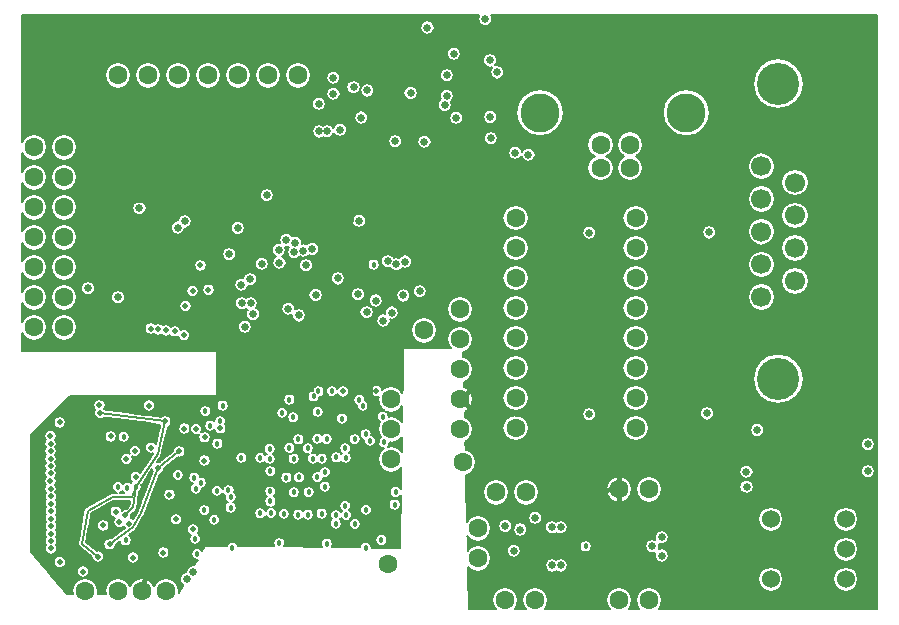
<source format=gbr>
G04 (created by PCBNEW-RS274X (2010-03-14)-final) date Mon 05 Jul 2010 03:41:04 PM EDT*
G01*
G70*
G90*
%MOIN*%
G04 Gerber Fmt 3.4, Leading zero omitted, Abs format*
%FSLAX34Y34*%
G04 APERTURE LIST*
%ADD10C,0.001000*%
%ADD11C,0.063000*%
%ADD12C,0.140000*%
%ADD13C,0.066900*%
%ADD14C,0.129900*%
%ADD15C,0.060000*%
%ADD16C,0.019000*%
%ADD17C,0.025000*%
%ADD18C,0.018000*%
%ADD19C,0.005000*%
%ADD20C,0.015000*%
G04 APERTURE END LIST*
G54D10*
G54D11*
X37400Y-31100D03*
X37400Y-32100D03*
X42100Y-29800D03*
X43100Y-29800D03*
X42100Y-33500D03*
X43100Y-33500D03*
X39000Y-29900D03*
X38000Y-29900D03*
X39300Y-33500D03*
X38300Y-33500D03*
X22600Y-18400D03*
X23600Y-18400D03*
X22600Y-19400D03*
X23600Y-19400D03*
X22600Y-20400D03*
X23600Y-20400D03*
X22600Y-21400D03*
X23600Y-21400D03*
X22600Y-22400D03*
X23600Y-22400D03*
X22600Y-23400D03*
X23600Y-23400D03*
X22600Y-24400D03*
X23600Y-24400D03*
G54D12*
X47400Y-26120D03*
G54D13*
X46841Y-23394D03*
X46841Y-22303D03*
X46841Y-21213D03*
X46841Y-20122D03*
X46841Y-19031D03*
X47959Y-22848D03*
X47959Y-21758D03*
X47959Y-20667D03*
X47959Y-19577D03*
G54D12*
X47400Y-16281D03*
G54D14*
X44341Y-17240D03*
X39459Y-17240D03*
G54D11*
X42463Y-18307D03*
X42463Y-19094D03*
X41479Y-19094D03*
X41479Y-18307D03*
G54D15*
X49650Y-32800D03*
X49650Y-31800D03*
X49650Y-30800D03*
X47150Y-30800D03*
X47150Y-32800D03*
G54D11*
X38650Y-22750D03*
X38650Y-21750D03*
X38650Y-20750D03*
X38650Y-23750D03*
X38650Y-24750D03*
X38650Y-25750D03*
X38650Y-26750D03*
X38650Y-27750D03*
X42650Y-20750D03*
X42650Y-21750D03*
X42650Y-22750D03*
X42650Y-23750D03*
X42650Y-24750D03*
X42650Y-25750D03*
X42650Y-26750D03*
X42650Y-27750D03*
X26200Y-33200D03*
X36800Y-26800D03*
X36800Y-27800D03*
X25400Y-33200D03*
X24300Y-33200D03*
X35600Y-24500D03*
X34500Y-26800D03*
X34500Y-27800D03*
X34500Y-28800D03*
X36800Y-25800D03*
X36800Y-24800D03*
X36800Y-23800D03*
X27000Y-33200D03*
X36900Y-28900D03*
X34400Y-32300D03*
X31400Y-16000D03*
X30400Y-16000D03*
X29400Y-16000D03*
X28400Y-16000D03*
X27400Y-16000D03*
X26400Y-16000D03*
X25400Y-16000D03*
G54D16*
X26996Y-24500D03*
G54D17*
X30753Y-21818D03*
X34384Y-22193D03*
X31264Y-21887D03*
X29893Y-23958D03*
G54D18*
X28708Y-28272D03*
X31406Y-28135D03*
X28695Y-29852D03*
X31723Y-28436D03*
G54D17*
X31982Y-23322D03*
G54D18*
X31232Y-27399D03*
X34258Y-28232D03*
X29511Y-28753D03*
X28882Y-27013D03*
X32038Y-28116D03*
G54D16*
X27281Y-24529D03*
G54D17*
X29509Y-22980D03*
X27619Y-20867D03*
X29385Y-21086D03*
G54D16*
X25436Y-30893D03*
X32894Y-26535D03*
X28803Y-27761D03*
X26744Y-24471D03*
X27881Y-23193D03*
G54D17*
X30184Y-22283D03*
G54D18*
X27930Y-29407D03*
X32346Y-28121D03*
G54D17*
X33395Y-23296D03*
G54D18*
X28151Y-29573D03*
X32862Y-27443D03*
G54D17*
X33680Y-23894D03*
G54D18*
X32074Y-26535D03*
X33916Y-22312D03*
G54D16*
X28140Y-22334D03*
G54D18*
X29151Y-30049D03*
X32967Y-28432D03*
G54D17*
X33986Y-23506D03*
G54D18*
X33440Y-26819D03*
G54D17*
X36284Y-16994D03*
X34240Y-24172D03*
G54D18*
X33559Y-27016D03*
G54D17*
X36664Y-17414D03*
X34516Y-23908D03*
X34672Y-22293D03*
G54D18*
X33283Y-28128D03*
G54D17*
X35609Y-18212D03*
X34969Y-22208D03*
G54D16*
X25958Y-28519D03*
G54D18*
X32984Y-28742D03*
G54D17*
X34906Y-23338D03*
G54D18*
X28309Y-27192D03*
X32963Y-30347D03*
G54D17*
X31070Y-23777D03*
X31872Y-21787D03*
G54D16*
X28272Y-28842D03*
G54D18*
X31109Y-26810D03*
G54D17*
X29622Y-24379D03*
X31576Y-21839D03*
X29519Y-23592D03*
X31009Y-21487D03*
G54D18*
X32521Y-26524D03*
X25653Y-31497D03*
X28800Y-27526D03*
G54D17*
X30776Y-22247D03*
G54D16*
X27596Y-24659D03*
X27644Y-23693D03*
G54D18*
X29077Y-29833D03*
G54D17*
X25395Y-23400D03*
G54D18*
X31106Y-28415D03*
X32046Y-27215D03*
G54D16*
X34002Y-26525D03*
G54D18*
X30864Y-27253D03*
X34224Y-27380D03*
G54D16*
X23164Y-31767D03*
X23139Y-29536D03*
X23148Y-29271D03*
X23150Y-29028D03*
X23148Y-28782D03*
X23147Y-28528D03*
X23145Y-28273D03*
X23144Y-28028D03*
X23163Y-31520D03*
X23162Y-31273D03*
X23160Y-31023D03*
X23159Y-30774D03*
X23158Y-30527D03*
X23156Y-30274D03*
X23155Y-30033D03*
X23146Y-29778D03*
X28279Y-28063D03*
G54D18*
X31914Y-26702D03*
G54D17*
X31421Y-24001D03*
X31661Y-22331D03*
G54D16*
X26732Y-29094D03*
X27434Y-28535D03*
X25112Y-31630D03*
X25638Y-30669D03*
X24798Y-27255D03*
X26970Y-27536D03*
X24726Y-32043D03*
G54D18*
X25983Y-29718D03*
G54D16*
X25676Y-28792D03*
G54D18*
X33645Y-27960D03*
G54D16*
X27109Y-29981D03*
X25984Y-29393D03*
X27996Y-27791D03*
X27602Y-27775D03*
X26490Y-28412D03*
X25151Y-28035D03*
X26430Y-27005D03*
X24776Y-26999D03*
X27331Y-30795D03*
X25322Y-30548D03*
X25759Y-30940D03*
X24900Y-31001D03*
X24228Y-32543D03*
X23455Y-32226D03*
X25893Y-32074D03*
X26902Y-31906D03*
X27898Y-31138D03*
G54D18*
X29153Y-30407D03*
X28031Y-31951D03*
X30132Y-30603D03*
X30497Y-30589D03*
X31398Y-30643D03*
X31722Y-30643D03*
X32658Y-30661D03*
X33002Y-30661D03*
X33662Y-30482D03*
X32292Y-29713D03*
X32673Y-28738D03*
X31893Y-28774D03*
X31247Y-28777D03*
X30449Y-28784D03*
X30135Y-28753D03*
X30477Y-29190D03*
X30469Y-29869D03*
X33649Y-31748D03*
X28464Y-27673D03*
X33796Y-28185D03*
X29211Y-31750D03*
X30772Y-31591D03*
X31747Y-29896D03*
X31254Y-29897D03*
X31003Y-29409D03*
X31429Y-29399D03*
X32655Y-30944D03*
G54D17*
X46702Y-27821D03*
X46340Y-29209D03*
X38039Y-15901D03*
X37799Y-17387D03*
X35709Y-14405D03*
X36587Y-15278D03*
X37639Y-14125D03*
X37794Y-15502D03*
X33706Y-16504D03*
X33506Y-17408D03*
X32088Y-16950D03*
X32799Y-17812D03*
X33245Y-16394D03*
X36353Y-16676D03*
X35147Y-16586D03*
G54D18*
X34616Y-30305D03*
X34175Y-31487D03*
G54D17*
X40152Y-32338D03*
X40148Y-31065D03*
X39866Y-32338D03*
X39862Y-31061D03*
X39300Y-30748D03*
X38798Y-31139D03*
X38305Y-31021D03*
X43517Y-31396D03*
X43517Y-32005D03*
X43200Y-31694D03*
X41097Y-27300D03*
X41097Y-21243D03*
X45097Y-21236D03*
X45030Y-27269D03*
G54D16*
X23452Y-27567D03*
G54D17*
X26108Y-20429D03*
X29100Y-21958D03*
X29804Y-22793D03*
X30346Y-20000D03*
X33426Y-20849D03*
X32723Y-22769D03*
G54D18*
X34653Y-29889D03*
X28601Y-30818D03*
X28273Y-30495D03*
X27987Y-29778D03*
X25393Y-29721D03*
G54D17*
X24395Y-23098D03*
X27903Y-32565D03*
X27688Y-32797D03*
X37821Y-18097D03*
X34633Y-18197D03*
X50391Y-29199D03*
X50389Y-28299D03*
G54D18*
X25704Y-29752D03*
X25582Y-28052D03*
X27392Y-29320D03*
G54D17*
X35450Y-23197D03*
X46345Y-29719D03*
X32574Y-16611D03*
X36355Y-15998D03*
X32571Y-16080D03*
X39074Y-18642D03*
X38632Y-18582D03*
G54D18*
X27965Y-31450D03*
G54D17*
X29815Y-23599D03*
X31293Y-21586D03*
G54D18*
X32357Y-31606D03*
X40986Y-31697D03*
G54D17*
X38585Y-31844D03*
X27384Y-21075D03*
G54D16*
X26487Y-24442D03*
X28409Y-23149D03*
G54D18*
X33291Y-30955D03*
X30476Y-30200D03*
X30926Y-30616D03*
X32182Y-30609D03*
X32294Y-29227D03*
X32187Y-28780D03*
X30445Y-28448D03*
X32043Y-29393D03*
G54D16*
X27098Y-31497D03*
G54D18*
X26303Y-32717D03*
X24598Y-31518D03*
X27885Y-27566D03*
X28005Y-29155D03*
X30452Y-30954D03*
X31080Y-31272D03*
X31712Y-31274D03*
X32667Y-31269D03*
X32661Y-30018D03*
X32668Y-29695D03*
X32662Y-29071D03*
X31556Y-28783D03*
X30924Y-28773D03*
X30480Y-29533D03*
X29823Y-28758D03*
X29508Y-28125D03*
X33586Y-27517D03*
X29356Y-27455D03*
G54D17*
X33702Y-15695D03*
X28908Y-22772D03*
X28908Y-22772D03*
X30040Y-19996D03*
X33123Y-20849D03*
G54D18*
X33859Y-29595D03*
X24797Y-18698D03*
G54D17*
X24790Y-20195D03*
X24797Y-18698D03*
X31636Y-23574D03*
X32099Y-17870D03*
X32354Y-17865D03*
G54D19*
X25112Y-31630D02*
X25882Y-31066D01*
X25882Y-31066D02*
X26172Y-30572D01*
X26172Y-30572D02*
X26732Y-29094D01*
X26732Y-29094D02*
X27434Y-28535D01*
X24798Y-27255D02*
X26970Y-27536D01*
X26970Y-27536D02*
X26713Y-28619D01*
X26713Y-28619D02*
X25983Y-29718D01*
X25983Y-29718D02*
X25900Y-30403D01*
X25900Y-30403D02*
X25638Y-30669D01*
X24726Y-32043D02*
X24196Y-31616D01*
X24196Y-31616D02*
X24378Y-30513D01*
X24378Y-30513D02*
X25221Y-30044D01*
X25221Y-30044D02*
X25869Y-30056D01*
X25869Y-30056D02*
X25983Y-29718D01*
X26303Y-32717D02*
X25150Y-32237D01*
X25150Y-32237D02*
X24598Y-31518D01*
X26303Y-32717D02*
X26695Y-32021D01*
X26695Y-32021D02*
X26725Y-31756D01*
X26725Y-31756D02*
X27098Y-31497D01*
X27098Y-31497D02*
X27608Y-30928D01*
X27608Y-30928D02*
X27662Y-29407D01*
X27662Y-29407D02*
X27804Y-29181D01*
X28005Y-29155D02*
X27804Y-29181D01*
X28005Y-29155D02*
X27786Y-27737D01*
X28005Y-29155D02*
X28904Y-28947D01*
X28904Y-28947D02*
X29508Y-28125D01*
X29508Y-28125D02*
X29823Y-28758D01*
X30480Y-29533D02*
X30793Y-29294D01*
X30793Y-29294D02*
X30924Y-28773D01*
X30924Y-28773D02*
X31088Y-28976D01*
X31088Y-28976D02*
X31405Y-28975D01*
X31405Y-28975D02*
X31556Y-28783D01*
X30480Y-29533D02*
X29911Y-29330D01*
X29911Y-29330D02*
X29823Y-28758D01*
X32662Y-29071D02*
X31706Y-29003D01*
X31706Y-29003D02*
X31556Y-28783D01*
X32662Y-29071D02*
X32668Y-29695D01*
X32668Y-29695D02*
X32661Y-30018D01*
X32667Y-31269D02*
X31712Y-31274D01*
X31712Y-31274D02*
X31080Y-31272D01*
X31080Y-31272D02*
X30452Y-30954D01*
X30452Y-30954D02*
X27827Y-31720D01*
X27827Y-31720D02*
X27098Y-31497D01*
X27885Y-27566D02*
X27786Y-27737D01*
G54D20*
X33859Y-29595D02*
X33496Y-30037D01*
X33496Y-30037D02*
X32661Y-30018D01*
X33859Y-29595D02*
X34023Y-28096D01*
X34023Y-28096D02*
X34000Y-27703D01*
X34000Y-27703D02*
X33586Y-27517D01*
X33586Y-27517D02*
X33766Y-27131D01*
X33766Y-27131D02*
X33790Y-26384D01*
X33790Y-26384D02*
X33831Y-26054D01*
X36800Y-26800D02*
X37316Y-27258D01*
X42100Y-29800D02*
X41395Y-29806D01*
X42100Y-29800D02*
X42102Y-30441D01*
X42100Y-29800D02*
X42125Y-28958D01*
X42125Y-28958D02*
X39765Y-27446D01*
X39765Y-27446D02*
X39070Y-27275D01*
X39070Y-27275D02*
X38211Y-27263D01*
X38211Y-27263D02*
X37316Y-27258D01*
X33831Y-26054D02*
X32972Y-23838D01*
X32972Y-23838D02*
X33037Y-22655D01*
X33037Y-22655D02*
X33123Y-20849D01*
X33123Y-20849D02*
X31344Y-20838D01*
X31344Y-20838D02*
X30154Y-20726D01*
X30154Y-20726D02*
X30040Y-19996D01*
X30040Y-19996D02*
X28812Y-20350D01*
X28812Y-20350D02*
X28720Y-22404D01*
X28720Y-22404D02*
X28908Y-22772D01*
X31636Y-23574D02*
X32972Y-23838D01*
X24797Y-18698D02*
X24790Y-20195D01*
X24790Y-20195D02*
X27850Y-20111D01*
X27850Y-20111D02*
X28812Y-20350D01*
X33123Y-20849D02*
X34070Y-17271D01*
X34070Y-17271D02*
X34120Y-16008D01*
X34120Y-16008D02*
X33702Y-15695D01*
X26200Y-33200D02*
X26303Y-32717D01*
X36800Y-26800D02*
X37322Y-26334D01*
X37322Y-26334D02*
X37663Y-24715D01*
X37663Y-24715D02*
X37493Y-23038D01*
X37493Y-23038D02*
X36327Y-22520D01*
X36327Y-22520D02*
X34774Y-22744D01*
X34774Y-22744D02*
X33037Y-22655D01*
G54D10*
G36*
X50700Y-24725D02*
X50700Y-25550D01*
X49950Y-24725D01*
X50700Y-24725D01*
X50700Y-24725D01*
G37*
G54D19*
X50700Y-24725D02*
X50700Y-25550D01*
X49950Y-24725D01*
X50700Y-24725D01*
G54D10*
G36*
X50041Y-32962D02*
X50700Y-32968D01*
X49949Y-33099D01*
X50041Y-32962D01*
X50041Y-32962D01*
G37*
G54D19*
X50041Y-32962D02*
X50700Y-32968D01*
X49949Y-33099D01*
X50041Y-32962D01*
G54D10*
G36*
X50700Y-26375D02*
X50700Y-28067D01*
X50389Y-28061D01*
X50700Y-26375D01*
X50700Y-26375D01*
G37*
G54D19*
X50700Y-26375D02*
X50700Y-28067D01*
X50389Y-28061D01*
X50700Y-26375D01*
G54D10*
G36*
X49950Y-19775D02*
X50700Y-18125D01*
X50700Y-19775D01*
X49950Y-19775D01*
X49950Y-19775D01*
G37*
G54D19*
X49950Y-19775D02*
X50700Y-18125D01*
X50700Y-19775D01*
X49950Y-19775D01*
G54D10*
G36*
X49950Y-18125D02*
X50700Y-16475D01*
X50700Y-18125D01*
X49950Y-18125D01*
X49950Y-18125D01*
G37*
G54D19*
X49950Y-18125D02*
X50700Y-16475D01*
X50700Y-18125D01*
X49950Y-18125D01*
G54D10*
G36*
X49950Y-16475D02*
X50700Y-14825D01*
X50700Y-16475D01*
X49950Y-16475D01*
X49950Y-16475D01*
G37*
G54D19*
X49950Y-16475D02*
X50700Y-14825D01*
X50700Y-16475D01*
X49950Y-16475D01*
G54D10*
G36*
X48247Y-26120D02*
X48183Y-25796D01*
X48450Y-26375D01*
X48247Y-26120D01*
X48247Y-26120D01*
G37*
G54D19*
X48247Y-26120D02*
X48183Y-25796D01*
X48450Y-26375D01*
X48247Y-26120D01*
G54D10*
G36*
X49812Y-31409D02*
X49812Y-31191D01*
X49950Y-31325D01*
X49812Y-31409D01*
X49812Y-31409D01*
G37*
G54D19*
X49812Y-31409D02*
X49812Y-31191D01*
X49950Y-31325D01*
X49812Y-31409D01*
G54D10*
G36*
X50629Y-29199D02*
X50610Y-29108D01*
X50700Y-29240D01*
X50629Y-29199D01*
X50629Y-29199D01*
G37*
G54D19*
X50629Y-29199D02*
X50610Y-29108D01*
X50700Y-29240D01*
X50629Y-29199D01*
G54D10*
G36*
X49950Y-28025D02*
X50170Y-28390D01*
X48450Y-28025D01*
X49950Y-28025D01*
X49950Y-28025D01*
G37*
G54D19*
X49950Y-28025D02*
X50170Y-28390D01*
X48450Y-28025D01*
X49950Y-28025D01*
G54D10*
G36*
X48450Y-28025D02*
X48450Y-26375D01*
X49950Y-26375D01*
X48450Y-28025D01*
X48450Y-28025D01*
G37*
G54D19*
X48450Y-28025D02*
X48450Y-26375D01*
X49950Y-26375D01*
X48450Y-28025D01*
G54D10*
G36*
X50700Y-23075D02*
X50700Y-23900D01*
X49950Y-23075D01*
X50700Y-23075D01*
X50700Y-23075D01*
G37*
G54D19*
X50700Y-23075D02*
X50700Y-23900D01*
X49950Y-23075D01*
X50700Y-23075D01*
G54D10*
G36*
X49950Y-24725D02*
X48450Y-24725D01*
X49950Y-23075D01*
X49950Y-24725D01*
X49950Y-24725D01*
G37*
G54D19*
X49950Y-24725D02*
X48450Y-24725D01*
X49950Y-23075D01*
X49950Y-24725D01*
G54D10*
G36*
X50700Y-21425D02*
X50700Y-22250D01*
X49950Y-21425D01*
X50700Y-21425D01*
X50700Y-21425D01*
G37*
G54D19*
X50700Y-21425D02*
X50700Y-22250D01*
X49950Y-21425D01*
X50700Y-21425D01*
G54D10*
G36*
X48450Y-23075D02*
X48419Y-22848D01*
X49950Y-23075D01*
X48450Y-23075D01*
X48450Y-23075D01*
G37*
G54D19*
X48450Y-23075D02*
X48419Y-22848D01*
X49950Y-23075D01*
X48450Y-23075D01*
G54D10*
G36*
X50700Y-19775D02*
X50700Y-20600D01*
X49950Y-19775D01*
X50700Y-19775D01*
X50700Y-19775D01*
G37*
G54D19*
X50700Y-19775D02*
X50700Y-20600D01*
X49950Y-19775D01*
X50700Y-19775D01*
G54D10*
G36*
X48450Y-21425D02*
X48384Y-20843D01*
X49950Y-21425D01*
X48450Y-21425D01*
X48450Y-21425D01*
G37*
G54D19*
X48450Y-21425D02*
X48384Y-20843D01*
X49950Y-21425D01*
X48450Y-21425D01*
G54D10*
G36*
X49950Y-18125D02*
X50700Y-18125D01*
X49950Y-19775D01*
X49950Y-18125D01*
X49950Y-18125D01*
G37*
G54D19*
X49950Y-18125D02*
X50700Y-18125D01*
X49950Y-19775D01*
X49950Y-18125D01*
G54D10*
G36*
X48450Y-19775D02*
X48419Y-19577D01*
X49950Y-19775D01*
X48450Y-19775D01*
X48450Y-19775D01*
G37*
G54D19*
X48450Y-19775D02*
X48419Y-19577D01*
X49950Y-19775D01*
X48450Y-19775D01*
G54D10*
G36*
X49950Y-16475D02*
X50700Y-16475D01*
X49950Y-18125D01*
X49950Y-16475D01*
X49950Y-16475D01*
G37*
G54D19*
X49950Y-16475D02*
X50700Y-16475D01*
X49950Y-18125D01*
X49950Y-16475D01*
G54D10*
G36*
X49950Y-18125D02*
X48450Y-18125D01*
X49950Y-16475D01*
X49950Y-18125D01*
X49950Y-18125D01*
G37*
G54D19*
X49950Y-18125D02*
X48450Y-18125D01*
X49950Y-16475D01*
X49950Y-18125D01*
G54D10*
G36*
X49950Y-14825D02*
X50700Y-14825D01*
X49950Y-16475D01*
X49950Y-14825D01*
X49950Y-14825D01*
G37*
G54D19*
X49950Y-14825D02*
X50700Y-14825D01*
X49950Y-16475D01*
X49950Y-14825D01*
G54D10*
G36*
X48450Y-16475D02*
X48183Y-15957D01*
X49950Y-16475D01*
X48450Y-16475D01*
X48450Y-16475D01*
G37*
G54D19*
X48450Y-16475D02*
X48183Y-15957D01*
X49950Y-16475D01*
X48450Y-16475D01*
G54D10*
G36*
X49950Y-14825D02*
X48450Y-14825D01*
X49950Y-14000D01*
X49950Y-14825D01*
X49950Y-14825D01*
G37*
G54D19*
X49950Y-14825D02*
X48450Y-14825D01*
X49950Y-14000D01*
X49950Y-14825D01*
G54D10*
G36*
X45450Y-31325D02*
X46851Y-31099D01*
X46950Y-31325D01*
X45450Y-31325D01*
X45450Y-31325D01*
G37*
G54D19*
X45450Y-31325D02*
X46851Y-31099D01*
X46950Y-31325D01*
X45450Y-31325D01*
G54D10*
G36*
X49950Y-26375D02*
X49950Y-28025D01*
X48450Y-28025D01*
X49950Y-26375D01*
X49950Y-26375D01*
G37*
G54D19*
X49950Y-26375D02*
X49950Y-28025D01*
X48450Y-28025D01*
X49950Y-26375D01*
G54D10*
G36*
X48450Y-26375D02*
X48183Y-25796D01*
X49950Y-26375D01*
X48450Y-26375D01*
X48450Y-26375D01*
G37*
G54D19*
X48450Y-26375D02*
X48183Y-25796D01*
X49950Y-26375D01*
X48450Y-26375D01*
G54D10*
G36*
X46950Y-29675D02*
X46950Y-28025D01*
X48450Y-28025D01*
X46950Y-29675D01*
X46950Y-29675D01*
G37*
G54D19*
X46950Y-29675D02*
X46950Y-28025D01*
X48450Y-28025D01*
X46950Y-29675D01*
G54D10*
G36*
X49950Y-23075D02*
X48450Y-24725D01*
X48450Y-23075D01*
X49950Y-23075D01*
X49950Y-23075D01*
G37*
G54D19*
X49950Y-23075D02*
X48450Y-24725D01*
X48450Y-23075D01*
X49950Y-23075D01*
G54D10*
G36*
X45450Y-24725D02*
X46665Y-23819D01*
X46950Y-24725D01*
X45450Y-24725D01*
X45450Y-24725D01*
G37*
G54D19*
X45450Y-24725D02*
X46665Y-23819D01*
X46950Y-24725D01*
X45450Y-24725D01*
G54D10*
G36*
X48419Y-22848D02*
X48384Y-22672D01*
X49950Y-23075D01*
X48419Y-22848D01*
X48419Y-22848D01*
G37*
G54D19*
X48419Y-22848D02*
X48384Y-22672D01*
X49950Y-23075D01*
X48419Y-22848D01*
G54D10*
G36*
X49950Y-19775D02*
X49950Y-21425D01*
X48419Y-20667D01*
X49950Y-19775D01*
X49950Y-19775D01*
G37*
G54D19*
X49950Y-19775D02*
X49950Y-21425D01*
X48419Y-20667D01*
X49950Y-19775D01*
G54D10*
G36*
X48419Y-19577D02*
X48384Y-19401D01*
X49950Y-19775D01*
X48419Y-19577D01*
X48419Y-19577D01*
G37*
G54D19*
X48419Y-19577D02*
X48384Y-19401D01*
X49950Y-19775D01*
X48419Y-19577D01*
G54D10*
G36*
X47017Y-19697D02*
X47166Y-19356D01*
X47166Y-19797D01*
X47017Y-19697D01*
X47017Y-19697D01*
G37*
G54D19*
X47017Y-19697D02*
X47166Y-19356D01*
X47166Y-19797D01*
X47017Y-19697D01*
G54D10*
G36*
X49950Y-16475D02*
X48450Y-18125D01*
X48450Y-16475D01*
X49950Y-16475D01*
X49950Y-16475D01*
G37*
G54D19*
X49950Y-16475D02*
X48450Y-18125D01*
X48450Y-16475D01*
X49950Y-16475D01*
G54D10*
G36*
X45450Y-18125D02*
X46801Y-16880D01*
X46950Y-18125D01*
X45450Y-18125D01*
X45450Y-18125D01*
G37*
G54D19*
X45450Y-18125D02*
X46801Y-16880D01*
X46950Y-18125D01*
X45450Y-18125D01*
G54D10*
G36*
X49950Y-14825D02*
X49950Y-16475D01*
X48183Y-15957D01*
X49950Y-14825D01*
X49950Y-14825D01*
G37*
G54D19*
X49950Y-14825D02*
X49950Y-16475D01*
X48183Y-15957D01*
X49950Y-14825D01*
G54D10*
G36*
X48450Y-16475D02*
X48183Y-16605D01*
X48247Y-16281D01*
X48450Y-16475D01*
X48450Y-16475D01*
G37*
G54D19*
X48450Y-16475D02*
X48183Y-16605D01*
X48247Y-16281D01*
X48450Y-16475D01*
G54D10*
G36*
X48450Y-14825D02*
X46950Y-14825D01*
X48450Y-14000D01*
X48450Y-14825D01*
X48450Y-14825D01*
G37*
G54D19*
X48450Y-14825D02*
X46950Y-14825D01*
X48450Y-14000D01*
X48450Y-14825D01*
G54D10*
G36*
X48450Y-24725D02*
X47400Y-25273D01*
X46950Y-24725D01*
X48450Y-24725D01*
X48450Y-24725D01*
G37*
G54D19*
X48450Y-24725D02*
X47400Y-25273D01*
X46950Y-24725D01*
X48450Y-24725D01*
G54D10*
G36*
X47573Y-30800D02*
X47541Y-30638D01*
X48450Y-31325D01*
X47573Y-30800D01*
X47573Y-30800D01*
G37*
G54D19*
X47573Y-30800D02*
X47541Y-30638D01*
X48450Y-31325D01*
X47573Y-30800D01*
G54D10*
G36*
X48450Y-28025D02*
X48450Y-29675D01*
X46950Y-29675D01*
X48450Y-28025D01*
X48450Y-28025D01*
G37*
G54D19*
X48450Y-28025D02*
X48450Y-29675D01*
X46950Y-29675D01*
X48450Y-28025D01*
G54D10*
G36*
X46950Y-31325D02*
X47150Y-31223D01*
X47150Y-32377D01*
X46950Y-31325D01*
X46950Y-31325D01*
G37*
G54D19*
X46950Y-31325D02*
X47150Y-31223D01*
X47150Y-32377D01*
X46950Y-31325D01*
G54D10*
G36*
X49950Y-24725D02*
X49950Y-26375D01*
X48183Y-25796D01*
X49950Y-24725D01*
X49950Y-24725D01*
G37*
G54D19*
X49950Y-24725D02*
X49950Y-26375D01*
X48183Y-25796D01*
X49950Y-24725D01*
G54D10*
G36*
X48450Y-24725D02*
X47166Y-23719D01*
X47959Y-23308D01*
X48450Y-24725D01*
X48450Y-24725D01*
G37*
G54D19*
X48450Y-24725D02*
X47166Y-23719D01*
X47959Y-23308D01*
X48450Y-24725D01*
G54D10*
G36*
X46841Y-19662D02*
X47017Y-19456D01*
X47017Y-19697D01*
X46841Y-19662D01*
X46841Y-19662D01*
G37*
G54D19*
X46841Y-19662D02*
X47017Y-19456D01*
X47017Y-19697D01*
X46841Y-19662D01*
G54D10*
G36*
X48450Y-18125D02*
X47999Y-16880D01*
X48450Y-16475D01*
X48450Y-18125D01*
X48450Y-18125D01*
G37*
G54D19*
X48450Y-18125D02*
X47999Y-16880D01*
X48450Y-16475D01*
X48450Y-18125D01*
G54D10*
G36*
X46950Y-14825D02*
X45450Y-14825D01*
X46950Y-14000D01*
X46950Y-14825D01*
X46950Y-14825D01*
G37*
G54D19*
X46950Y-14825D02*
X45450Y-14825D01*
X46950Y-14000D01*
X46950Y-14825D01*
G54D10*
G36*
X45450Y-24725D02*
X43950Y-26375D01*
X43950Y-24725D01*
X45450Y-24725D01*
X45450Y-24725D01*
G37*
G54D19*
X45450Y-24725D02*
X43950Y-26375D01*
X43950Y-24725D01*
X45450Y-24725D01*
G54D10*
G36*
X45450Y-32975D02*
X44700Y-33800D01*
X43950Y-32975D01*
X45450Y-32975D01*
X45450Y-32975D01*
G37*
G54D19*
X45450Y-32975D02*
X44700Y-33800D01*
X43950Y-32975D01*
X45450Y-32975D01*
G54D10*
G36*
X46578Y-29209D02*
X46559Y-29118D01*
X46950Y-29675D01*
X46578Y-29209D01*
X46578Y-29209D01*
G37*
G54D19*
X46578Y-29209D02*
X46559Y-29118D01*
X46950Y-29675D01*
X46578Y-29209D01*
G54D10*
G36*
X43736Y-32096D02*
X43755Y-32005D01*
X45450Y-32975D01*
X43736Y-32096D01*
X43736Y-32096D01*
G37*
G54D19*
X43736Y-32096D02*
X43755Y-32005D01*
X45450Y-32975D01*
X43736Y-32096D01*
G54D10*
G36*
X43950Y-31325D02*
X43950Y-29675D01*
X45450Y-29675D01*
X43950Y-31325D01*
X43950Y-31325D01*
G37*
G54D19*
X43950Y-31325D02*
X43950Y-29675D01*
X45450Y-29675D01*
X43950Y-31325D01*
G54D10*
G36*
X43950Y-29675D02*
X43950Y-28025D01*
X45450Y-28025D01*
X43950Y-29675D01*
X43950Y-29675D01*
G37*
G54D19*
X43950Y-29675D02*
X43950Y-28025D01*
X45450Y-28025D01*
X43950Y-29675D01*
G54D10*
G36*
X45450Y-24725D02*
X43950Y-24725D01*
X45450Y-23075D01*
X45450Y-24725D01*
X45450Y-24725D01*
G37*
G54D19*
X45450Y-24725D02*
X43950Y-24725D01*
X45450Y-23075D01*
X45450Y-24725D01*
G54D10*
G36*
X43950Y-23075D02*
X45006Y-21455D01*
X45450Y-23075D01*
X43950Y-23075D01*
X43950Y-23075D01*
G37*
G54D19*
X43950Y-23075D02*
X45006Y-21455D01*
X45450Y-23075D01*
X43950Y-23075D01*
G54D10*
G36*
X45450Y-23075D02*
X45188Y-21455D01*
X45450Y-21425D01*
X45450Y-23075D01*
X45450Y-23075D01*
G37*
G54D19*
X45450Y-23075D02*
X45188Y-21455D01*
X45450Y-21425D01*
X45450Y-23075D01*
G54D10*
G36*
X43950Y-19775D02*
X44645Y-17973D01*
X45450Y-19775D01*
X43950Y-19775D01*
X43950Y-19775D01*
G37*
G54D19*
X43950Y-19775D02*
X44645Y-17973D01*
X45450Y-19775D01*
X43950Y-19775D01*
G54D10*
G36*
X45450Y-18125D02*
X45450Y-19775D01*
X44645Y-17973D01*
X45450Y-18125D01*
X45450Y-18125D01*
G37*
G54D19*
X45450Y-18125D02*
X45450Y-19775D01*
X44645Y-17973D01*
X45450Y-18125D01*
G54D10*
G36*
X48450Y-14825D02*
X47400Y-15434D01*
X46950Y-14825D01*
X48450Y-14825D01*
X48450Y-14825D01*
G37*
G54D19*
X48450Y-14825D02*
X47400Y-15434D01*
X46950Y-14825D01*
X48450Y-14825D01*
G54D10*
G36*
X45450Y-16475D02*
X45134Y-17240D01*
X45074Y-16936D01*
X45450Y-16475D01*
X45450Y-16475D01*
G37*
G54D19*
X45450Y-16475D02*
X45134Y-17240D01*
X45074Y-16936D01*
X45450Y-16475D01*
G54D10*
G36*
X45450Y-14825D02*
X43950Y-14825D01*
X45450Y-14000D01*
X45450Y-14825D01*
X45450Y-14825D01*
G37*
G54D19*
X45450Y-14825D02*
X43950Y-14825D01*
X45450Y-14000D01*
X45450Y-14825D01*
G54D10*
G36*
X43950Y-26375D02*
X43089Y-25750D01*
X43950Y-24725D01*
X43950Y-26375D01*
X43950Y-26375D01*
G37*
G54D19*
X43950Y-26375D02*
X43089Y-25750D01*
X43950Y-24725D01*
X43950Y-26375D01*
G54D10*
G36*
X45450Y-32975D02*
X45450Y-33800D01*
X44700Y-33800D01*
X45450Y-32975D01*
X45450Y-32975D01*
G37*
G54D19*
X45450Y-32975D02*
X45450Y-33800D01*
X44700Y-33800D01*
X45450Y-32975D01*
G54D10*
G36*
X43950Y-32975D02*
X43736Y-32096D01*
X45450Y-32975D01*
X43950Y-32975D01*
X43950Y-32975D01*
G37*
G54D19*
X43950Y-32975D02*
X43736Y-32096D01*
X45450Y-32975D01*
X43950Y-32975D01*
G54D10*
G36*
X45450Y-29675D02*
X45450Y-31325D01*
X43950Y-31325D01*
X45450Y-29675D01*
X45450Y-29675D01*
G37*
G54D19*
X45450Y-29675D02*
X45450Y-31325D01*
X43950Y-31325D01*
X45450Y-29675D01*
G54D10*
G36*
X45450Y-28025D02*
X45450Y-29675D01*
X43950Y-29675D01*
X45450Y-28025D01*
X45450Y-28025D01*
G37*
G54D19*
X45450Y-28025D02*
X45450Y-29675D01*
X43950Y-29675D01*
X45450Y-28025D01*
G54D10*
G36*
X45249Y-27178D02*
X46534Y-27653D01*
X45268Y-27269D01*
X45249Y-27178D01*
X45249Y-27178D01*
G37*
G54D19*
X45249Y-27178D02*
X46534Y-27653D01*
X45268Y-27269D01*
X45249Y-27178D01*
G54D10*
G36*
X42450Y-31325D02*
X41128Y-31555D01*
X41932Y-30205D01*
X42450Y-31325D01*
X42450Y-31325D01*
G37*
G54D19*
X42450Y-31325D02*
X41128Y-31555D01*
X41932Y-30205D01*
X42450Y-31325D01*
G54D10*
G36*
X45450Y-24725D02*
X45450Y-26375D01*
X43950Y-26375D01*
X45450Y-24725D01*
X45450Y-24725D01*
G37*
G54D19*
X45450Y-24725D02*
X45450Y-26375D01*
X43950Y-26375D01*
X45450Y-24725D01*
G54D10*
G36*
X42818Y-26155D02*
X42960Y-26060D01*
X42818Y-26345D01*
X42818Y-26155D01*
X42818Y-26155D01*
G37*
G54D19*
X42818Y-26155D02*
X42960Y-26060D01*
X42818Y-26345D01*
X42818Y-26155D01*
G54D10*
G36*
X45450Y-23075D02*
X43950Y-24725D01*
X43950Y-23075D01*
X45450Y-23075D01*
X45450Y-23075D01*
G37*
G54D19*
X45450Y-23075D02*
X43950Y-24725D01*
X43950Y-23075D01*
X45450Y-23075D01*
G54D10*
G36*
X41188Y-21462D02*
X42245Y-22582D01*
X40950Y-23075D01*
X41188Y-21462D01*
X41188Y-21462D01*
G37*
G54D19*
X41188Y-21462D02*
X42245Y-22582D01*
X40950Y-23075D01*
X41188Y-21462D01*
G54D10*
G36*
X43950Y-18125D02*
X44341Y-18033D01*
X43950Y-19775D01*
X43950Y-18125D01*
X43950Y-18125D01*
G37*
G54D19*
X43950Y-18125D02*
X44341Y-18033D01*
X43950Y-19775D01*
X43950Y-18125D01*
G54D10*
G36*
X42773Y-18617D02*
X42868Y-18475D01*
X42773Y-18784D01*
X42773Y-18617D01*
X42773Y-18617D01*
G37*
G54D19*
X42773Y-18617D02*
X42868Y-18475D01*
X42773Y-18784D01*
X42773Y-18617D01*
G54D10*
G36*
X45450Y-14825D02*
X44645Y-16507D01*
X43950Y-14825D01*
X45450Y-14825D01*
X45450Y-14825D01*
G37*
G54D19*
X45450Y-14825D02*
X44645Y-16507D01*
X43950Y-14825D01*
X45450Y-14825D01*
G54D10*
G36*
X43950Y-16475D02*
X42450Y-16475D01*
X43950Y-14825D01*
X43950Y-16475D01*
X43950Y-16475D01*
G37*
G54D19*
X43950Y-16475D02*
X42450Y-16475D01*
X43950Y-14825D01*
X43950Y-16475D01*
G54D10*
G36*
X43950Y-14825D02*
X42450Y-14825D01*
X43950Y-14000D01*
X43950Y-14825D01*
X43950Y-14825D01*
G37*
G54D19*
X43950Y-14825D02*
X42450Y-14825D01*
X43950Y-14000D01*
X43950Y-14825D01*
G54D10*
G36*
X43950Y-32975D02*
X43539Y-33500D01*
X43505Y-33332D01*
X43950Y-32975D01*
X43950Y-32975D01*
G37*
G54D19*
X43950Y-32975D02*
X43539Y-33500D01*
X43505Y-33332D01*
X43950Y-32975D01*
G54D10*
G36*
X40390Y-32338D02*
X40986Y-31897D01*
X40950Y-32975D01*
X40390Y-32338D01*
X40390Y-32338D01*
G37*
G54D19*
X40390Y-32338D02*
X40986Y-31897D01*
X40950Y-32975D01*
X40390Y-32338D01*
G54D10*
G36*
X42482Y-25155D02*
X42650Y-25189D01*
X42482Y-25345D01*
X42482Y-25155D01*
X42482Y-25155D01*
G37*
G54D19*
X42482Y-25155D02*
X42650Y-25189D01*
X42482Y-25345D01*
X42482Y-25155D01*
G54D10*
G36*
X43950Y-23075D02*
X43055Y-22582D01*
X43950Y-21425D01*
X43950Y-23075D01*
X43950Y-23075D01*
G37*
G54D19*
X43950Y-23075D02*
X43055Y-22582D01*
X43950Y-21425D01*
X43950Y-23075D01*
G54D10*
G36*
X39450Y-19775D02*
X41040Y-19094D01*
X40950Y-19775D01*
X39450Y-19775D01*
X39450Y-19775D01*
G37*
G54D19*
X39450Y-19775D02*
X41040Y-19094D01*
X40950Y-19775D01*
X39450Y-19775D01*
G54D10*
G36*
X43950Y-14825D02*
X42450Y-16475D01*
X42450Y-14825D01*
X43950Y-14825D01*
X43950Y-14825D01*
G37*
G54D19*
X43950Y-14825D02*
X42450Y-16475D01*
X42450Y-14825D01*
X43950Y-14825D01*
G54D10*
G36*
X42450Y-16475D02*
X40950Y-16475D01*
X42450Y-14825D01*
X42450Y-16475D01*
X42450Y-16475D01*
G37*
G54D19*
X42450Y-16475D02*
X40950Y-16475D01*
X42450Y-14825D01*
X42450Y-16475D01*
G54D10*
G36*
X42450Y-14825D02*
X40950Y-14825D01*
X42450Y-14000D01*
X42450Y-14825D01*
X42450Y-14825D01*
G37*
G54D19*
X42450Y-14825D02*
X40950Y-14825D01*
X42450Y-14000D01*
X42450Y-14825D01*
G54D10*
G36*
X40950Y-24725D02*
X39450Y-26375D01*
X39450Y-24725D01*
X40950Y-24725D01*
X40950Y-24725D01*
G37*
G54D19*
X40950Y-24725D02*
X39450Y-26375D01*
X39450Y-24725D01*
X40950Y-24725D01*
G54D10*
G36*
X42450Y-32975D02*
X42790Y-33190D01*
X42410Y-33190D01*
X42450Y-32975D01*
X42450Y-32975D01*
G37*
G54D19*
X42450Y-32975D02*
X42790Y-33190D01*
X42410Y-33190D01*
X42450Y-32975D01*
G54D10*
G36*
X39405Y-30068D02*
X39439Y-29900D01*
X40148Y-30828D01*
X39405Y-30068D01*
X39405Y-30068D01*
G37*
G54D19*
X39405Y-30068D02*
X39439Y-29900D01*
X40148Y-30828D01*
X39405Y-30068D01*
G54D10*
G36*
X39450Y-29675D02*
X39450Y-28025D01*
X40950Y-28025D01*
X39450Y-29675D01*
X39450Y-29675D01*
G37*
G54D19*
X39450Y-29675D02*
X39450Y-28025D01*
X40950Y-28025D01*
X39450Y-29675D01*
G54D10*
G36*
X40950Y-23075D02*
X42245Y-22918D01*
X42245Y-23582D01*
X40950Y-23075D01*
X40950Y-23075D01*
G37*
G54D19*
X40950Y-23075D02*
X42245Y-22918D01*
X42245Y-23582D01*
X40950Y-23075D01*
G54D10*
G36*
X40950Y-24725D02*
X39450Y-24725D01*
X40950Y-23075D01*
X40950Y-24725D01*
X40950Y-24725D01*
G37*
G54D19*
X40950Y-24725D02*
X39450Y-24725D01*
X40950Y-23075D01*
X40950Y-24725D01*
G54D10*
G36*
X39450Y-23075D02*
X40929Y-21411D01*
X40950Y-23075D01*
X39450Y-23075D01*
X39450Y-23075D01*
G37*
G54D19*
X39450Y-23075D02*
X40929Y-21411D01*
X40950Y-23075D01*
X39450Y-23075D01*
G54D10*
G36*
X40950Y-21425D02*
X40950Y-23075D01*
X40929Y-21411D01*
X40950Y-21425D01*
X40950Y-21425D01*
G37*
G54D19*
X40950Y-21425D02*
X40950Y-23075D01*
X40929Y-21411D01*
X40950Y-21425D01*
G54D10*
G36*
X42295Y-17902D02*
X41647Y-17902D01*
X42450Y-16475D01*
X42295Y-17902D01*
X42295Y-17902D01*
G37*
G54D19*
X42295Y-17902D02*
X41647Y-17902D01*
X42450Y-16475D01*
X42295Y-17902D01*
G54D10*
G36*
X42450Y-14825D02*
X40950Y-16475D01*
X40950Y-14825D01*
X42450Y-14825D01*
X42450Y-14825D01*
G37*
G54D19*
X42450Y-14825D02*
X40950Y-16475D01*
X40950Y-14825D01*
X42450Y-14825D01*
G54D10*
G36*
X39459Y-16447D02*
X39450Y-14825D01*
X39763Y-16507D01*
X39459Y-16447D01*
X39459Y-16447D01*
G37*
G54D19*
X39459Y-16447D02*
X39450Y-14825D01*
X39763Y-16507D01*
X39459Y-16447D01*
G54D10*
G36*
X40950Y-14825D02*
X39450Y-14825D01*
X40950Y-14000D01*
X40950Y-14825D01*
X40950Y-14825D01*
G37*
G54D19*
X40950Y-14825D02*
X39450Y-14825D01*
X40950Y-14000D01*
X40950Y-14825D01*
G54D10*
G36*
X40950Y-28025D02*
X40950Y-29675D01*
X39450Y-29675D01*
X40950Y-28025D01*
X40950Y-28025D01*
G37*
G54D19*
X40950Y-28025D02*
X40950Y-29675D01*
X39450Y-29675D01*
X40950Y-28025D01*
G54D10*
G36*
X38832Y-30305D02*
X39081Y-30657D01*
X38798Y-30902D01*
X38832Y-30305D01*
X38832Y-30305D01*
G37*
G54D19*
X38832Y-30305D02*
X39081Y-30657D01*
X38798Y-30902D01*
X38832Y-30305D01*
G54D10*
G36*
X40950Y-24725D02*
X40950Y-26375D01*
X39450Y-26375D01*
X40950Y-24725D01*
X40950Y-24725D01*
G37*
G54D19*
X40950Y-24725D02*
X40950Y-26375D01*
X39450Y-26375D01*
X40950Y-24725D01*
G54D10*
G36*
X40950Y-23075D02*
X39450Y-24725D01*
X39450Y-23075D01*
X40950Y-23075D01*
X40950Y-23075D01*
G37*
G54D19*
X40950Y-23075D02*
X39450Y-24725D01*
X39450Y-23075D01*
X40950Y-23075D01*
G54D10*
G36*
X39450Y-21425D02*
X40929Y-21411D01*
X39450Y-23075D01*
X39450Y-21425D01*
X39450Y-21425D01*
G37*
G54D19*
X39450Y-21425D02*
X40929Y-21411D01*
X39450Y-23075D01*
X39450Y-21425D01*
G54D10*
G36*
X39450Y-23075D02*
X39089Y-23750D01*
X39055Y-23582D01*
X39450Y-23075D01*
X39450Y-23075D01*
G37*
G54D19*
X39450Y-23075D02*
X39089Y-23750D01*
X39055Y-23582D01*
X39450Y-23075D01*
G54D10*
G36*
X41074Y-18926D02*
X41040Y-19094D01*
X39312Y-18642D01*
X41074Y-18926D01*
X41074Y-18926D01*
G37*
G54D19*
X41074Y-18926D02*
X41040Y-19094D01*
X39312Y-18642D01*
X41074Y-18926D01*
G54D10*
G36*
X38855Y-18733D02*
X38800Y-18750D01*
X38845Y-18683D01*
X38855Y-18733D01*
X38855Y-18733D01*
G37*
G54D19*
X38855Y-18733D02*
X38800Y-18750D01*
X38845Y-18683D01*
X38855Y-18733D01*
G54D10*
G36*
X40950Y-16475D02*
X41311Y-17902D01*
X40252Y-17240D01*
X40950Y-16475D01*
X40950Y-16475D01*
G37*
G54D19*
X40950Y-16475D02*
X41311Y-17902D01*
X40252Y-17240D01*
X40950Y-16475D01*
G54D10*
G36*
X40950Y-16475D02*
X39763Y-16507D01*
X40950Y-14825D01*
X40950Y-16475D01*
X40950Y-16475D01*
G37*
G54D19*
X40950Y-16475D02*
X39763Y-16507D01*
X40950Y-14825D01*
X40950Y-16475D01*
G54D10*
G36*
X37858Y-14216D02*
X39450Y-14000D01*
X37950Y-14825D01*
X37858Y-14216D01*
X37858Y-14216D01*
G37*
G54D19*
X37858Y-14216D02*
X39450Y-14000D01*
X37950Y-14825D01*
X37858Y-14216D01*
G54D10*
G36*
X38482Y-25155D02*
X38340Y-25440D01*
X38340Y-25060D01*
X38482Y-25155D01*
X38482Y-25155D01*
G37*
G54D19*
X38482Y-25155D02*
X38340Y-25440D01*
X38340Y-25060D01*
X38482Y-25155D01*
G54D10*
G36*
X39450Y-32975D02*
X39610Y-33190D01*
X39468Y-33095D01*
X39450Y-32975D01*
X39450Y-32975D01*
G37*
G54D19*
X39450Y-32975D02*
X39610Y-33190D01*
X39468Y-33095D01*
X39450Y-32975D01*
G54D10*
G36*
X39450Y-29675D02*
X40950Y-29675D01*
X39439Y-29900D01*
X39450Y-29675D01*
X39450Y-29675D01*
G37*
G54D19*
X39450Y-29675D02*
X40950Y-29675D01*
X39439Y-29900D01*
X39450Y-29675D01*
G54D10*
G36*
X39450Y-23075D02*
X39450Y-24725D01*
X39089Y-23750D01*
X39450Y-23075D01*
X39450Y-23075D01*
G37*
G54D19*
X39450Y-23075D02*
X39450Y-24725D01*
X39089Y-23750D01*
X39450Y-23075D01*
G54D10*
G36*
X38245Y-21918D02*
X38245Y-22582D01*
X36450Y-21425D01*
X38245Y-21918D01*
X38245Y-21918D01*
G37*
G54D19*
X38245Y-21918D02*
X38245Y-22582D01*
X36450Y-21425D01*
X38245Y-21918D01*
G54D10*
G36*
X36450Y-21425D02*
X36450Y-19775D01*
X38211Y-20750D01*
X36450Y-21425D01*
X36450Y-21425D01*
G37*
G54D19*
X36450Y-21425D02*
X36450Y-19775D01*
X38211Y-20750D01*
X36450Y-21425D01*
G54D10*
G36*
X39450Y-19775D02*
X38650Y-20311D01*
X38983Y-18861D01*
X39450Y-19775D01*
X39450Y-19775D01*
G37*
G54D19*
X39450Y-19775D02*
X38650Y-20311D01*
X38983Y-18861D01*
X39450Y-19775D01*
G54D10*
G36*
X38277Y-15901D02*
X38258Y-15810D01*
X39155Y-16507D01*
X38277Y-15901D01*
X38277Y-15901D01*
G37*
G54D19*
X38277Y-15901D02*
X38258Y-15810D01*
X39155Y-16507D01*
X38277Y-15901D01*
G54D10*
G36*
X37950Y-14825D02*
X39450Y-14825D01*
X38013Y-15411D01*
X37950Y-14825D01*
X37950Y-14825D01*
G37*
G54D19*
X37950Y-14825D02*
X39450Y-14825D01*
X38013Y-15411D01*
X37950Y-14825D01*
G54D10*
G36*
X34801Y-30382D02*
X34816Y-30305D01*
X34817Y-30391D01*
X34801Y-30382D01*
X34801Y-30382D01*
G37*
G54D19*
X34801Y-30382D02*
X34816Y-30305D01*
X34817Y-30391D01*
X34801Y-30382D01*
G54D10*
G36*
X37950Y-26375D02*
X37239Y-26800D01*
X37205Y-26632D01*
X37950Y-26375D01*
X37950Y-26375D01*
G37*
G54D19*
X37950Y-26375D02*
X37239Y-26800D01*
X37205Y-26632D01*
X37950Y-26375D01*
G54D10*
G36*
X37950Y-21425D02*
X38245Y-21918D01*
X36450Y-21425D01*
X37950Y-21425D01*
X37950Y-21425D01*
G37*
G54D19*
X37950Y-21425D02*
X38245Y-21918D01*
X36450Y-21425D01*
X37950Y-21425D01*
G54D10*
G36*
X37950Y-19775D02*
X38211Y-20750D01*
X36450Y-19775D01*
X37950Y-19775D01*
X37950Y-19775D01*
G37*
G54D19*
X37950Y-19775D02*
X38211Y-20750D01*
X36450Y-19775D01*
X37950Y-19775D01*
G54D10*
G36*
X36450Y-21425D02*
X34950Y-21425D01*
X36450Y-19775D01*
X36450Y-21425D01*
X36450Y-21425D01*
G37*
G54D19*
X36450Y-21425D02*
X34950Y-21425D01*
X36450Y-19775D01*
X36450Y-21425D01*
G54D10*
G36*
X35441Y-18380D02*
X35518Y-18431D01*
X34724Y-18416D01*
X35441Y-18380D01*
X35441Y-18380D01*
G37*
G54D19*
X35441Y-18380D02*
X35518Y-18431D01*
X34724Y-18416D01*
X35441Y-18380D01*
G54D10*
G36*
X33680Y-24132D02*
X34021Y-24263D01*
X33450Y-24725D01*
X33680Y-24132D01*
X33680Y-24132D01*
G37*
G54D19*
X33680Y-24132D02*
X34021Y-24263D01*
X33450Y-24725D01*
X33680Y-24132D01*
G54D10*
G36*
X34950Y-23075D02*
X34997Y-23119D01*
X34906Y-23101D01*
X34950Y-23075D01*
X34950Y-23075D01*
G37*
G54D19*
X34950Y-23075D02*
X34997Y-23119D01*
X34906Y-23101D01*
X34950Y-23075D01*
G54D10*
G36*
X36450Y-19775D02*
X34950Y-21425D01*
X34950Y-19775D01*
X36450Y-19775D01*
X36450Y-19775D01*
G37*
G54D19*
X36450Y-19775D02*
X34950Y-21425D01*
X34950Y-19775D01*
X36450Y-19775D01*
G54D10*
G36*
X33450Y-21425D02*
X32091Y-21696D01*
X33258Y-21017D01*
X33450Y-21425D01*
X33450Y-21425D01*
G37*
G54D19*
X33450Y-21425D02*
X32091Y-21696D01*
X33258Y-21017D01*
X33450Y-21425D01*
G54D10*
G36*
X36450Y-19775D02*
X35777Y-18380D01*
X36450Y-18125D01*
X36450Y-19775D01*
X36450Y-19775D01*
G37*
G54D19*
X36450Y-19775D02*
X35777Y-18380D01*
X36450Y-18125D01*
X36450Y-19775D01*
G54D10*
G36*
X34200Y-14000D02*
X35341Y-14000D01*
X34950Y-14825D01*
X34200Y-14000D01*
X34200Y-14000D01*
G37*
G54D19*
X34200Y-14000D02*
X35341Y-14000D01*
X34950Y-14825D01*
X34200Y-14000D01*
G54D10*
G36*
X34950Y-14825D02*
X33450Y-14825D01*
X34200Y-14000D01*
X34950Y-14825D01*
X34950Y-14825D01*
G37*
G54D19*
X34950Y-14825D02*
X33450Y-14825D01*
X34200Y-14000D01*
X34950Y-14825D01*
G54D10*
G36*
X33450Y-24725D02*
X32521Y-26324D01*
X31950Y-24725D01*
X33450Y-24725D01*
X33450Y-24725D01*
G37*
G54D19*
X33450Y-24725D02*
X32521Y-26324D01*
X31950Y-24725D01*
X33450Y-24725D01*
G54D10*
G36*
X33464Y-31671D02*
X32828Y-31727D01*
X33450Y-31325D01*
X33464Y-31671D01*
X33464Y-31671D01*
G37*
G54D19*
X33464Y-31671D02*
X32828Y-31727D01*
X33450Y-31325D01*
X33464Y-31671D01*
G54D10*
G36*
X32150Y-23490D02*
X33461Y-23985D01*
X31950Y-24725D01*
X32150Y-23490D01*
X32150Y-23490D01*
G37*
G54D19*
X32150Y-23490D02*
X33461Y-23985D01*
X31950Y-24725D01*
X32150Y-23490D01*
G54D10*
G36*
X33664Y-20849D02*
X33645Y-20758D01*
X34950Y-21425D01*
X33664Y-20849D01*
X33664Y-20849D01*
G37*
G54D19*
X33664Y-20849D02*
X33645Y-20758D01*
X34950Y-21425D01*
X33664Y-20849D01*
G54D10*
G36*
X34950Y-18125D02*
X35390Y-18303D01*
X34852Y-18288D01*
X34950Y-18125D01*
X34950Y-18125D01*
G37*
G54D19*
X34950Y-18125D02*
X35390Y-18303D01*
X34852Y-18288D01*
X34950Y-18125D01*
G54D10*
G36*
X31950Y-19775D02*
X32445Y-18084D01*
X33450Y-19775D01*
X31950Y-19775D01*
X31950Y-19775D01*
G37*
G54D19*
X31950Y-19775D02*
X32445Y-18084D01*
X33450Y-19775D01*
X31950Y-19775D01*
G54D10*
G36*
X33450Y-14825D02*
X31950Y-14825D01*
X32700Y-14000D01*
X33450Y-14825D01*
X33450Y-14825D01*
G37*
G54D19*
X33450Y-14825D02*
X31950Y-14825D01*
X32700Y-14000D01*
X33450Y-14825D01*
G54D10*
G36*
X31950Y-24725D02*
X31109Y-26610D01*
X30450Y-24725D01*
X31950Y-24725D01*
X31950Y-24725D01*
G37*
G54D19*
X31950Y-24725D02*
X31109Y-26610D01*
X30450Y-24725D01*
X31950Y-24725D01*
G54D10*
G36*
X32194Y-27995D02*
X32180Y-27974D01*
X32204Y-27979D01*
X32194Y-27995D01*
X32194Y-27995D01*
G37*
G54D19*
X32194Y-27995D02*
X32180Y-27974D01*
X32204Y-27979D01*
X32194Y-27995D01*
G54D10*
G36*
X31483Y-27950D02*
X31417Y-27476D01*
X31896Y-27974D01*
X31483Y-27950D01*
X31483Y-27950D01*
G37*
G54D19*
X31483Y-27950D02*
X31417Y-27476D01*
X31896Y-27974D01*
X31483Y-27950D01*
G54D10*
G36*
X31950Y-19775D02*
X30450Y-19775D01*
X31950Y-18125D01*
X31950Y-19775D01*
X31950Y-19775D01*
G37*
G54D19*
X31950Y-19775D02*
X30450Y-19775D01*
X31950Y-18125D01*
X31950Y-19775D01*
G54D10*
G36*
X33450Y-14825D02*
X33706Y-16267D01*
X33336Y-16175D01*
X33450Y-14825D01*
X33450Y-14825D01*
G37*
G54D19*
X33450Y-14825D02*
X33706Y-16267D01*
X33336Y-16175D01*
X33450Y-14825D01*
G54D10*
G36*
X30450Y-14825D02*
X31200Y-14000D01*
X31950Y-14825D01*
X30450Y-14825D01*
X30450Y-14825D01*
G37*
G54D19*
X30450Y-14825D02*
X31200Y-14000D01*
X31950Y-14825D01*
X30450Y-14825D01*
G54D10*
G36*
X28950Y-24725D02*
X29531Y-24598D01*
X28700Y-25200D01*
X28950Y-24725D01*
X28950Y-24725D01*
G37*
G54D19*
X28950Y-24725D02*
X29531Y-24598D01*
X28700Y-25200D01*
X28950Y-24725D01*
G54D10*
G36*
X30209Y-30788D02*
X30420Y-30774D01*
X30450Y-31325D01*
X30209Y-30788D01*
X30209Y-30788D01*
G37*
G54D19*
X30209Y-30788D02*
X30420Y-30774D01*
X30450Y-31325D01*
X30209Y-30788D01*
G54D10*
G36*
X31950Y-26375D02*
X31109Y-26610D01*
X31950Y-24725D01*
X31950Y-26375D01*
X31950Y-26375D01*
G37*
G54D19*
X31950Y-26375D02*
X31109Y-26610D01*
X31950Y-24725D01*
X31950Y-26375D01*
G54D10*
G36*
X30534Y-21727D02*
X30184Y-22045D01*
X30450Y-21425D01*
X30534Y-21727D01*
X30534Y-21727D01*
G37*
G54D19*
X30534Y-21727D02*
X30184Y-22045D01*
X30450Y-21425D01*
X30534Y-21727D01*
G54D10*
G36*
X31950Y-18125D02*
X30450Y-19775D01*
X30450Y-18125D01*
X31950Y-18125D01*
X31950Y-18125D01*
G37*
G54D19*
X31950Y-18125D02*
X30450Y-19775D01*
X30450Y-18125D01*
X31950Y-18125D01*
G54D10*
G36*
X28950Y-18125D02*
X29568Y-16405D01*
X30450Y-18125D01*
X28950Y-18125D01*
X28950Y-18125D01*
G37*
G54D19*
X28950Y-18125D02*
X29568Y-16405D01*
X30450Y-18125D01*
X28950Y-18125D01*
G54D10*
G36*
X30450Y-18125D02*
X30232Y-16405D01*
X30450Y-16475D01*
X30450Y-18125D01*
X30450Y-18125D01*
G37*
G54D19*
X30450Y-18125D02*
X30232Y-16405D01*
X30450Y-16475D01*
X30450Y-18125D01*
G54D10*
G36*
X30450Y-14825D02*
X30450Y-14000D01*
X31200Y-14000D01*
X30450Y-14825D01*
X30450Y-14825D01*
G37*
G54D19*
X30450Y-14825D02*
X30450Y-14000D01*
X31200Y-14000D01*
X30450Y-14825D01*
G54D10*
G36*
X30450Y-14825D02*
X28950Y-14825D01*
X29700Y-14000D01*
X30450Y-14825D01*
X30450Y-14825D01*
G37*
G54D19*
X30450Y-14825D02*
X28950Y-14825D01*
X29700Y-14000D01*
X30450Y-14825D01*
G54D10*
G36*
X28950Y-26375D02*
X29622Y-24617D01*
X30450Y-26375D01*
X28950Y-26375D01*
X28950Y-26375D01*
G37*
G54D19*
X28950Y-26375D02*
X29622Y-24617D01*
X30450Y-26375D01*
X28950Y-26375D01*
G54D10*
G36*
X28700Y-25200D02*
X27802Y-24659D01*
X28950Y-24725D01*
X28700Y-25200D01*
X28700Y-25200D01*
G37*
G54D19*
X28700Y-25200D02*
X27802Y-24659D01*
X28950Y-24725D01*
X28700Y-25200D01*
G54D10*
G36*
X30450Y-18125D02*
X30255Y-19781D01*
X28950Y-18125D01*
X30450Y-18125D01*
X30450Y-18125D01*
G37*
G54D19*
X30450Y-18125D02*
X30255Y-19781D01*
X28950Y-18125D01*
X30450Y-18125D01*
G54D10*
G36*
X26199Y-20648D02*
X27146Y-21075D01*
X25950Y-21425D01*
X26199Y-20648D01*
X26199Y-20648D01*
G37*
G54D19*
X26199Y-20648D02*
X27146Y-21075D01*
X25950Y-21425D01*
X26199Y-20648D01*
G54D10*
G36*
X27450Y-19775D02*
X27450Y-18125D01*
X28950Y-18125D01*
X27450Y-19775D01*
X27450Y-19775D01*
G37*
G54D19*
X27450Y-19775D02*
X27450Y-18125D01*
X28950Y-18125D01*
X27450Y-19775D01*
G54D10*
G36*
X30450Y-14825D02*
X29568Y-15595D01*
X28950Y-14825D01*
X30450Y-14825D01*
X30450Y-14825D01*
G37*
G54D19*
X30450Y-14825D02*
X29568Y-15595D01*
X28950Y-14825D01*
X30450Y-14825D01*
G54D10*
G36*
X27520Y-32965D02*
X27558Y-33020D01*
X27450Y-32975D01*
X27520Y-32965D01*
X27520Y-32965D01*
G37*
G54D19*
X27520Y-32965D02*
X27558Y-33020D01*
X27450Y-32975D01*
X27520Y-32965D01*
G54D10*
G36*
X28950Y-28025D02*
X28948Y-27906D01*
X28993Y-27840D01*
X28950Y-28025D01*
X28950Y-28025D01*
G37*
G54D19*
X28950Y-28025D02*
X28948Y-27906D01*
X28993Y-27840D01*
X28950Y-28025D01*
G54D10*
G36*
X28950Y-18125D02*
X28950Y-19775D01*
X27450Y-19775D01*
X28950Y-18125D01*
X28950Y-18125D01*
G37*
G54D19*
X28950Y-18125D02*
X28950Y-19775D01*
X27450Y-19775D01*
X28950Y-18125D01*
G54D10*
G36*
X25950Y-23075D02*
X25950Y-21425D01*
X27450Y-21425D01*
X25950Y-23075D01*
X25950Y-23075D01*
G37*
G54D19*
X25950Y-23075D02*
X25950Y-21425D01*
X27450Y-21425D01*
X25950Y-23075D01*
G54D10*
G36*
X27450Y-18125D02*
X28400Y-16439D01*
X28950Y-18125D01*
X27450Y-18125D01*
X27450Y-18125D01*
G37*
G54D19*
X27450Y-18125D02*
X28400Y-16439D01*
X28950Y-18125D01*
X27450Y-18125D01*
G54D10*
G36*
X27451Y-20699D02*
X26327Y-20338D01*
X27450Y-19775D01*
X27451Y-20699D01*
X27451Y-20699D01*
G37*
G54D19*
X27451Y-20699D02*
X26327Y-20338D01*
X27450Y-19775D01*
X27451Y-20699D01*
G54D10*
G36*
X25950Y-19775D02*
X25950Y-18125D01*
X27450Y-18125D01*
X25950Y-19775D01*
X25950Y-19775D01*
G37*
G54D19*
X25950Y-19775D02*
X25950Y-18125D01*
X27450Y-18125D01*
X25950Y-19775D01*
G54D10*
G36*
X27450Y-32975D02*
X27469Y-32888D01*
X27520Y-32965D01*
X27450Y-32975D01*
X27450Y-32975D01*
G37*
G54D19*
X27450Y-32975D02*
X27469Y-32888D01*
X27520Y-32965D01*
X27450Y-32975D01*
G54D10*
G36*
X25950Y-31325D02*
X25795Y-31355D01*
X25885Y-31227D01*
X25950Y-31325D01*
X25950Y-31325D01*
G37*
G54D19*
X25950Y-31325D02*
X25795Y-31355D01*
X25885Y-31227D01*
X25950Y-31325D01*
G54D10*
G36*
X27450Y-21425D02*
X27450Y-23075D01*
X25950Y-23075D01*
X27450Y-21425D01*
X27450Y-21425D01*
G37*
G54D19*
X27450Y-21425D02*
X27450Y-23075D01*
X25950Y-23075D01*
X27450Y-21425D01*
G54D10*
G36*
X28950Y-19775D02*
X27787Y-20699D01*
X27450Y-19775D01*
X28950Y-19775D01*
X28950Y-19775D01*
G37*
G54D19*
X28950Y-19775D02*
X27787Y-20699D01*
X27450Y-19775D01*
X28950Y-19775D01*
G54D10*
G36*
X27450Y-18125D02*
X27450Y-19775D01*
X25950Y-19775D01*
X27450Y-18125D01*
X27450Y-18125D01*
G37*
G54D19*
X27450Y-18125D02*
X27450Y-19775D01*
X25950Y-19775D01*
X27450Y-18125D01*
G54D10*
G36*
X25950Y-18125D02*
X26568Y-16405D01*
X27450Y-18125D01*
X25950Y-18125D01*
X25950Y-18125D01*
G37*
G54D19*
X25950Y-18125D02*
X26568Y-16405D01*
X27450Y-18125D01*
X25950Y-18125D01*
G54D10*
G36*
X24450Y-19775D02*
X24450Y-18125D01*
X25950Y-18125D01*
X24450Y-19775D01*
X24450Y-19775D01*
G37*
G54D19*
X24450Y-19775D02*
X24450Y-18125D01*
X25950Y-18125D01*
X24450Y-19775D01*
G54D10*
G36*
X25950Y-14825D02*
X25950Y-14000D01*
X27450Y-14825D01*
X25950Y-14825D01*
X25950Y-14825D01*
G37*
G54D19*
X25950Y-14825D02*
X25950Y-14000D01*
X27450Y-14825D01*
X25950Y-14825D01*
G54D10*
G36*
X27450Y-14825D02*
X26568Y-15595D01*
X25950Y-14825D01*
X27450Y-14825D01*
X27450Y-14825D01*
G37*
G54D19*
X27450Y-14825D02*
X26568Y-15595D01*
X25950Y-14825D01*
X27450Y-14825D01*
G54D10*
G36*
X25950Y-24725D02*
X26499Y-25200D01*
X25950Y-25200D01*
X25950Y-24725D01*
X25950Y-24725D01*
G37*
G54D19*
X25950Y-24725D02*
X26499Y-25200D01*
X25950Y-25200D01*
X25950Y-24725D01*
G54D10*
G36*
X22940Y-29778D02*
X22500Y-30094D01*
X22950Y-29675D01*
X22940Y-29778D01*
X22940Y-29778D01*
G37*
G54D19*
X22940Y-29778D02*
X22500Y-30094D01*
X22950Y-29675D01*
X22940Y-29778D01*
G54D10*
G36*
X22950Y-23075D02*
X23290Y-22710D01*
X23290Y-23090D01*
X22950Y-23075D01*
X22950Y-23075D01*
G37*
G54D19*
X22950Y-23075D02*
X23290Y-22710D01*
X23290Y-23090D01*
X22950Y-23075D01*
G54D10*
G36*
X25950Y-18125D02*
X25950Y-19775D01*
X24450Y-19775D01*
X25950Y-18125D01*
X25950Y-18125D01*
G37*
G54D19*
X25950Y-18125D02*
X25950Y-19775D01*
X24450Y-19775D01*
X25950Y-18125D01*
G54D10*
G36*
X24450Y-18125D02*
X25400Y-16439D01*
X25950Y-18125D01*
X24450Y-18125D01*
X24450Y-18125D01*
G37*
G54D19*
X24450Y-18125D02*
X25400Y-16439D01*
X25950Y-18125D01*
X24450Y-18125D01*
G54D10*
G36*
X24450Y-14825D02*
X24450Y-14000D01*
X25950Y-14825D01*
X24450Y-14825D01*
X24450Y-14825D01*
G37*
G54D19*
X24450Y-14825D02*
X24450Y-14000D01*
X25950Y-14825D01*
X24450Y-14825D01*
G54D10*
G36*
X24450Y-16475D02*
X23600Y-17961D01*
X22950Y-16475D01*
X24450Y-16475D01*
X24450Y-16475D01*
G37*
G54D19*
X24450Y-16475D02*
X23600Y-17961D01*
X22950Y-16475D01*
X24450Y-16475D01*
G54D10*
G36*
X22950Y-16475D02*
X22950Y-14825D01*
X24450Y-14825D01*
X22950Y-16475D01*
X22950Y-16475D01*
G37*
G54D19*
X22950Y-16475D02*
X22950Y-14825D01*
X24450Y-14825D01*
X22950Y-16475D01*
G54D10*
G36*
X22953Y-30774D02*
X22952Y-30527D01*
X22968Y-30606D01*
X22953Y-30774D01*
X22953Y-30774D01*
G37*
G54D19*
X22953Y-30774D02*
X22952Y-30527D01*
X22968Y-30606D01*
X22953Y-30774D01*
G54D10*
G36*
X22950Y-24725D02*
X23290Y-24710D01*
X23311Y-25200D01*
X22950Y-24725D01*
X22950Y-24725D01*
G37*
G54D19*
X22950Y-24725D02*
X23290Y-24710D01*
X23311Y-25200D01*
X22950Y-24725D01*
G54D10*
G36*
X24450Y-19775D02*
X25870Y-20429D01*
X24039Y-20400D01*
X24450Y-19775D01*
X24450Y-19775D01*
G37*
G54D19*
X24450Y-19775D02*
X25870Y-20429D01*
X24039Y-20400D01*
X24450Y-19775D01*
G54D10*
G36*
X24450Y-18125D02*
X23768Y-17995D01*
X24450Y-16475D01*
X24450Y-18125D01*
X24450Y-18125D01*
G37*
G54D19*
X24450Y-18125D02*
X23768Y-17995D01*
X24450Y-16475D01*
X24450Y-18125D01*
G54D10*
G36*
X24450Y-14825D02*
X24450Y-16475D01*
X22950Y-16475D01*
X24450Y-14825D01*
X24450Y-14825D01*
G37*
G54D19*
X24450Y-14825D02*
X24450Y-16475D01*
X22950Y-16475D01*
X24450Y-14825D01*
G54D10*
G36*
X22950Y-14825D02*
X22950Y-14000D01*
X24450Y-14825D01*
X22950Y-14825D01*
X22950Y-14825D01*
G37*
G54D19*
X22950Y-14825D02*
X22950Y-14000D01*
X24450Y-14825D01*
X22950Y-14825D01*
G54D10*
G36*
X22290Y-18090D02*
X22200Y-18093D01*
X22432Y-17995D01*
X22290Y-18090D01*
X22290Y-18090D01*
G37*
G54D19*
X22290Y-18090D02*
X22200Y-18093D01*
X22432Y-17995D01*
X22290Y-18090D01*
G54D10*
G36*
X23003Y-31644D02*
X22974Y-31688D01*
X22973Y-31599D01*
X23003Y-31644D01*
X23003Y-31644D01*
G37*
G54D19*
X23003Y-31644D02*
X22974Y-31688D01*
X22973Y-31599D01*
X23003Y-31644D01*
G54D10*
G36*
X49950Y-14825D02*
X49950Y-14000D01*
X50700Y-14000D01*
X49950Y-14825D01*
X49950Y-14825D01*
G37*
G54D19*
X49950Y-14825D02*
X49950Y-14000D01*
X50700Y-14000D01*
X49950Y-14825D01*
G54D10*
G36*
X22950Y-14825D02*
X22200Y-14825D01*
X22200Y-14000D01*
X22950Y-14825D01*
X22950Y-14825D01*
G37*
G54D19*
X22950Y-14825D02*
X22200Y-14825D01*
X22200Y-14000D01*
X22950Y-14825D01*
G54D10*
G36*
X22200Y-25200D02*
X22432Y-24805D01*
X22518Y-25200D01*
X22200Y-25200D01*
X22200Y-25200D01*
G37*
G54D19*
X22200Y-25200D02*
X22432Y-24805D01*
X22518Y-25200D01*
X22200Y-25200D01*
G54D10*
G36*
X28950Y-26375D02*
X28700Y-26700D01*
X28700Y-26375D01*
X28950Y-26375D01*
X28950Y-26375D01*
G37*
G54D19*
X28950Y-26375D02*
X28700Y-26700D01*
X28700Y-26375D01*
X28950Y-26375D01*
G54D10*
G36*
X23658Y-27567D02*
X23642Y-27488D01*
X24608Y-27334D01*
X23658Y-27567D01*
X23658Y-27567D01*
G37*
G54D19*
X23658Y-27567D02*
X23642Y-27488D01*
X24608Y-27334D01*
X23658Y-27567D01*
G54D10*
G36*
X22500Y-28000D02*
X22939Y-28273D01*
X22500Y-28558D01*
X22500Y-28000D01*
X22500Y-28000D01*
G37*
G54D19*
X22500Y-28000D02*
X22939Y-28273D01*
X22500Y-28558D01*
X22500Y-28000D01*
G54D10*
G36*
X22965Y-30112D02*
X22966Y-30195D01*
X22500Y-30094D01*
X22965Y-30112D01*
X22965Y-30112D01*
G37*
G54D19*
X22965Y-30112D02*
X22966Y-30195D01*
X22500Y-30094D01*
X22965Y-30112D01*
G54D10*
G36*
X30682Y-30666D02*
X30741Y-30693D01*
X30639Y-30731D01*
X30682Y-30666D01*
X30682Y-30666D01*
G37*
G54D19*
X30682Y-30666D02*
X30741Y-30693D01*
X30639Y-30731D01*
X30682Y-30666D01*
G54D10*
G36*
X30957Y-31668D02*
X32172Y-31683D01*
X30935Y-31700D01*
X30957Y-31668D01*
X30957Y-31668D01*
G37*
G54D19*
X30957Y-31668D02*
X32172Y-31683D01*
X30935Y-31700D01*
X30957Y-31668D01*
G54D10*
G36*
X34900Y-25100D02*
X34002Y-26319D01*
X33450Y-24725D01*
X34900Y-25100D01*
X34900Y-25100D01*
G37*
G54D19*
X34900Y-25100D02*
X34002Y-26319D01*
X33450Y-24725D01*
X34900Y-25100D01*
G54D10*
G36*
X37839Y-31100D02*
X37950Y-31325D01*
X37805Y-31268D01*
X37839Y-31100D01*
X37839Y-31100D01*
G37*
G54D19*
X37839Y-31100D02*
X37950Y-31325D01*
X37805Y-31268D01*
X37839Y-31100D01*
G54D10*
G36*
X37805Y-31268D02*
X37950Y-31325D01*
X37710Y-31410D01*
X37805Y-31268D01*
X37805Y-31268D01*
G37*
G54D19*
X37805Y-31268D02*
X37950Y-31325D01*
X37710Y-31410D01*
X37805Y-31268D01*
G54D10*
G36*
X37710Y-31410D02*
X37950Y-31325D01*
X37710Y-31790D01*
X37710Y-31410D01*
X37710Y-31410D01*
G37*
G54D19*
X37710Y-31410D02*
X37950Y-31325D01*
X37710Y-31790D01*
X37710Y-31410D01*
G54D10*
G36*
X37568Y-31505D02*
X37710Y-31410D01*
X37568Y-31695D01*
X37568Y-31505D01*
X37568Y-31505D01*
G37*
G54D19*
X37568Y-31505D02*
X37710Y-31410D01*
X37568Y-31695D01*
X37568Y-31505D01*
G54D10*
G36*
X37400Y-31539D02*
X37568Y-31505D01*
X37400Y-31661D01*
X37400Y-31539D01*
X37400Y-31539D01*
G37*
G54D19*
X37400Y-31539D02*
X37568Y-31505D01*
X37400Y-31661D01*
X37400Y-31539D01*
G54D10*
G36*
X37090Y-31410D02*
X37090Y-31790D01*
X37045Y-31404D01*
X37090Y-31410D01*
X37090Y-31410D01*
G37*
G54D19*
X37090Y-31410D02*
X37090Y-31790D01*
X37045Y-31404D01*
X37090Y-31410D01*
G54D10*
G36*
X37090Y-30790D02*
X37033Y-30875D01*
X37028Y-30683D01*
X37090Y-30790D01*
X37090Y-30790D01*
G37*
G54D19*
X37090Y-30790D02*
X37033Y-30875D01*
X37028Y-30683D01*
X37090Y-30790D01*
G54D10*
G36*
X37090Y-30790D02*
X37028Y-30683D01*
X37232Y-30695D01*
X37090Y-30790D01*
X37090Y-30790D01*
G37*
G54D19*
X37090Y-30790D02*
X37028Y-30683D01*
X37232Y-30695D01*
X37090Y-30790D01*
G54D10*
G36*
X37028Y-30683D02*
X37008Y-29788D01*
X37595Y-30068D01*
X37028Y-30683D01*
X37028Y-30683D01*
G37*
G54D19*
X37028Y-30683D02*
X37008Y-29788D01*
X37595Y-30068D01*
X37028Y-30683D01*
G54D10*
G36*
X37950Y-32975D02*
X37710Y-32410D01*
X37805Y-32268D01*
X37950Y-32975D01*
X37950Y-32975D01*
G37*
G54D19*
X37950Y-32975D02*
X37710Y-32410D01*
X37805Y-32268D01*
X37950Y-32975D01*
G54D10*
G36*
X37839Y-32100D02*
X37805Y-31932D01*
X38366Y-31935D01*
X37839Y-32100D01*
X37839Y-32100D01*
G37*
G54D19*
X37839Y-32100D02*
X37805Y-31932D01*
X38366Y-31935D01*
X37839Y-32100D01*
G54D10*
G36*
X37895Y-33332D02*
X37400Y-32539D01*
X37950Y-32975D01*
X37895Y-33332D01*
X37895Y-33332D01*
G37*
G54D19*
X37895Y-33332D02*
X37400Y-32539D01*
X37950Y-32975D01*
X37895Y-33332D01*
G54D10*
G36*
X37710Y-32410D02*
X37950Y-32975D01*
X37568Y-32505D01*
X37710Y-32410D01*
X37710Y-32410D01*
G37*
G54D19*
X37710Y-32410D02*
X37950Y-32975D01*
X37568Y-32505D01*
X37710Y-32410D01*
G54D10*
G36*
X37568Y-32505D02*
X37950Y-32975D01*
X37400Y-32539D01*
X37568Y-32505D01*
X37568Y-32505D01*
G37*
G54D19*
X37568Y-32505D02*
X37950Y-32975D01*
X37400Y-32539D01*
X37568Y-32505D01*
G54D10*
G36*
X37232Y-31505D02*
X37232Y-31695D01*
X37090Y-31790D01*
X37232Y-31505D01*
X37232Y-31505D01*
G37*
G54D19*
X37232Y-31505D02*
X37232Y-31695D01*
X37090Y-31790D01*
X37232Y-31505D01*
G54D10*
G36*
X37400Y-32539D02*
X37895Y-33332D01*
X37072Y-32601D01*
X37400Y-32539D01*
X37400Y-32539D01*
G37*
G54D19*
X37400Y-32539D02*
X37895Y-33332D01*
X37072Y-32601D01*
X37400Y-32539D01*
G54D10*
G36*
X37232Y-32505D02*
X37072Y-32601D01*
X37090Y-32410D01*
X37232Y-32505D01*
X37232Y-32505D01*
G37*
G54D19*
X37232Y-32505D02*
X37072Y-32601D01*
X37090Y-32410D01*
X37232Y-32505D01*
G54D10*
G36*
X37055Y-31842D02*
X37045Y-31404D01*
X37090Y-31790D01*
X37055Y-31842D01*
X37055Y-31842D01*
G37*
G54D19*
X37055Y-31842D02*
X37045Y-31404D01*
X37090Y-31790D01*
X37055Y-31842D01*
G54D10*
G36*
X37090Y-31410D02*
X37232Y-31505D01*
X37090Y-31790D01*
X37090Y-31410D01*
X37090Y-31410D01*
G37*
G54D19*
X37090Y-31410D02*
X37232Y-31505D01*
X37090Y-31790D01*
X37090Y-31410D01*
G54D10*
G36*
X37090Y-32410D02*
X37072Y-32601D01*
X37067Y-32377D01*
X37090Y-32410D01*
X37090Y-32410D01*
G37*
G54D19*
X37090Y-32410D02*
X37072Y-32601D01*
X37067Y-32377D01*
X37090Y-32410D01*
G54D10*
G36*
X37232Y-31505D02*
X37400Y-31539D01*
X37232Y-31695D01*
X37232Y-31505D01*
X37232Y-31505D01*
G37*
G54D19*
X37232Y-31505D02*
X37400Y-31539D01*
X37232Y-31695D01*
X37232Y-31505D01*
G54D10*
G36*
X37400Y-31661D02*
X37232Y-31695D01*
X37400Y-31539D01*
X37400Y-31661D01*
X37400Y-31661D01*
G37*
G54D19*
X37400Y-31661D02*
X37232Y-31695D01*
X37400Y-31539D01*
X37400Y-31661D01*
G54D10*
G36*
X37568Y-31695D02*
X37400Y-31661D01*
X37568Y-31505D01*
X37568Y-31695D01*
X37568Y-31695D01*
G37*
G54D19*
X37568Y-31695D02*
X37400Y-31661D01*
X37568Y-31505D01*
X37568Y-31695D01*
G54D10*
G36*
X37710Y-31790D02*
X37568Y-31695D01*
X37710Y-31410D01*
X37710Y-31790D01*
X37710Y-31790D01*
G37*
G54D19*
X37710Y-31790D02*
X37568Y-31695D01*
X37710Y-31410D01*
X37710Y-31790D01*
G54D10*
G36*
X37950Y-31325D02*
X38366Y-31753D01*
X37710Y-31790D01*
X37950Y-31325D01*
X37950Y-31325D01*
G37*
G54D19*
X37950Y-31325D02*
X38366Y-31753D01*
X37710Y-31790D01*
X37950Y-31325D01*
G54D10*
G36*
X43950Y-31325D02*
X43505Y-29968D01*
X43950Y-29675D01*
X43950Y-31325D01*
X43950Y-31325D01*
G37*
G54D19*
X43950Y-31325D02*
X43505Y-29968D01*
X43950Y-29675D01*
X43950Y-31325D01*
G54D10*
G36*
X40950Y-29675D02*
X41790Y-30110D01*
X40950Y-31325D01*
X40950Y-29675D01*
X40950Y-29675D01*
G37*
G54D19*
X40950Y-29675D02*
X41790Y-30110D01*
X40950Y-31325D01*
X40950Y-29675D01*
G54D10*
G36*
X42410Y-30110D02*
X42932Y-30205D01*
X42268Y-30205D01*
X42410Y-30110D01*
X42410Y-30110D01*
G37*
G54D19*
X42410Y-30110D02*
X42932Y-30205D01*
X42268Y-30205D01*
X42410Y-30110D01*
G54D10*
G36*
X42268Y-30205D02*
X42450Y-31325D01*
X42100Y-30239D01*
X42268Y-30205D01*
X42268Y-30205D01*
G37*
G54D19*
X42268Y-30205D02*
X42450Y-31325D01*
X42100Y-30239D01*
X42268Y-30205D01*
G54D10*
G36*
X40950Y-28025D02*
X41790Y-29490D01*
X40950Y-29675D01*
X40950Y-28025D01*
X40950Y-28025D01*
G37*
G54D19*
X40950Y-28025D02*
X41790Y-29490D01*
X40950Y-29675D01*
X40950Y-28025D01*
G54D10*
G36*
X42100Y-30239D02*
X42450Y-31325D01*
X41932Y-30205D01*
X42100Y-30239D01*
X42100Y-30239D01*
G37*
G54D19*
X42100Y-30239D02*
X42450Y-31325D01*
X41932Y-30205D01*
X42100Y-30239D01*
G54D10*
G36*
X41932Y-30205D02*
X40950Y-31325D01*
X41790Y-30110D01*
X41932Y-30205D01*
X41932Y-30205D01*
G37*
G54D19*
X41932Y-30205D02*
X40950Y-31325D01*
X41790Y-30110D01*
X41932Y-30205D01*
G54D10*
G36*
X41790Y-30110D02*
X40950Y-29675D01*
X41695Y-29968D01*
X41790Y-30110D01*
X41790Y-30110D01*
G37*
G54D19*
X41790Y-30110D02*
X40950Y-29675D01*
X41695Y-29968D01*
X41790Y-30110D01*
G54D10*
G36*
X41695Y-29968D02*
X40950Y-29675D01*
X41661Y-29800D01*
X41695Y-29968D01*
X41695Y-29968D01*
G37*
G54D19*
X41695Y-29968D02*
X40950Y-29675D01*
X41661Y-29800D01*
X41695Y-29968D01*
G54D10*
G36*
X41661Y-29800D02*
X40950Y-29675D01*
X41695Y-29632D01*
X41661Y-29800D01*
X41661Y-29800D01*
G37*
G54D19*
X41661Y-29800D02*
X40950Y-29675D01*
X41695Y-29632D01*
X41661Y-29800D01*
G54D10*
G36*
X41695Y-29632D02*
X40950Y-29675D01*
X41790Y-29490D01*
X41695Y-29632D01*
X41695Y-29632D01*
G37*
G54D19*
X41695Y-29632D02*
X40950Y-29675D01*
X41790Y-29490D01*
X41695Y-29632D01*
G54D10*
G36*
X41790Y-29490D02*
X40950Y-28025D01*
X41932Y-29395D01*
X41790Y-29490D01*
X41790Y-29490D01*
G37*
G54D19*
X41790Y-29490D02*
X40950Y-28025D01*
X41932Y-29395D01*
X41790Y-29490D01*
G54D10*
G36*
X41932Y-29395D02*
X42340Y-28060D01*
X42100Y-29361D01*
X41932Y-29395D01*
X41932Y-29395D01*
G37*
G54D19*
X41932Y-29395D02*
X42340Y-28060D01*
X42100Y-29361D01*
X41932Y-29395D01*
G54D10*
G36*
X42340Y-28060D02*
X42482Y-28155D01*
X42100Y-29361D01*
X42340Y-28060D01*
X42340Y-28060D01*
G37*
G54D19*
X42340Y-28060D02*
X42482Y-28155D01*
X42100Y-29361D01*
X42340Y-28060D01*
G54D10*
G36*
X42268Y-29395D02*
X42100Y-29361D01*
X42482Y-28155D01*
X42268Y-29395D01*
X42268Y-29395D01*
G37*
G54D19*
X42268Y-29395D02*
X42100Y-29361D01*
X42482Y-28155D01*
X42268Y-29395D01*
G54D10*
G36*
X42539Y-29800D02*
X42505Y-29632D01*
X42661Y-29800D01*
X42539Y-29800D01*
X42539Y-29800D01*
G37*
G54D19*
X42539Y-29800D02*
X42505Y-29632D01*
X42661Y-29800D01*
X42539Y-29800D01*
G54D10*
G36*
X42505Y-29968D02*
X42539Y-29800D01*
X42695Y-29968D01*
X42505Y-29968D01*
X42505Y-29968D01*
G37*
G54D19*
X42505Y-29968D02*
X42539Y-29800D01*
X42695Y-29968D01*
X42505Y-29968D01*
G54D10*
G36*
X43539Y-29800D02*
X43950Y-29675D01*
X43505Y-29968D01*
X43539Y-29800D01*
X43539Y-29800D01*
G37*
G54D19*
X43539Y-29800D02*
X43950Y-29675D01*
X43505Y-29968D01*
X43539Y-29800D01*
G54D10*
G36*
X43505Y-29968D02*
X43950Y-31325D01*
X43410Y-30110D01*
X43505Y-29968D01*
X43505Y-29968D01*
G37*
G54D19*
X43505Y-29968D02*
X43950Y-31325D01*
X43410Y-30110D01*
X43505Y-29968D01*
G54D10*
G36*
X42268Y-30205D02*
X42932Y-30205D01*
X42450Y-31325D01*
X42268Y-30205D01*
X42268Y-30205D01*
G37*
G54D19*
X42268Y-30205D02*
X42932Y-30205D01*
X42450Y-31325D01*
X42268Y-30205D01*
G54D10*
G36*
X42505Y-29968D02*
X42790Y-30110D01*
X42410Y-30110D01*
X42505Y-29968D01*
X42505Y-29968D01*
G37*
G54D19*
X42505Y-29968D02*
X42790Y-30110D01*
X42410Y-30110D01*
X42505Y-29968D01*
G54D10*
G36*
X42505Y-29968D02*
X42695Y-29968D01*
X42790Y-30110D01*
X42505Y-29968D01*
X42505Y-29968D01*
G37*
G54D19*
X42505Y-29968D02*
X42695Y-29968D01*
X42790Y-30110D01*
X42505Y-29968D01*
G54D10*
G36*
X43100Y-30239D02*
X43349Y-31228D01*
X42932Y-30205D01*
X43100Y-30239D01*
X43100Y-30239D01*
G37*
G54D19*
X43100Y-30239D02*
X43349Y-31228D01*
X42932Y-30205D01*
X43100Y-30239D01*
G54D10*
G36*
X42932Y-30205D02*
X42410Y-30110D01*
X42790Y-30110D01*
X42932Y-30205D01*
X42932Y-30205D01*
G37*
G54D19*
X42932Y-30205D02*
X42410Y-30110D01*
X42790Y-30110D01*
X42932Y-30205D01*
G54D10*
G36*
X42539Y-29800D02*
X42661Y-29800D01*
X42695Y-29968D01*
X42539Y-29800D01*
X42539Y-29800D01*
G37*
G54D19*
X42539Y-29800D02*
X42661Y-29800D01*
X42695Y-29968D01*
X42539Y-29800D01*
G54D10*
G36*
X42505Y-29632D02*
X42695Y-29632D01*
X42661Y-29800D01*
X42505Y-29632D01*
X42505Y-29632D01*
G37*
G54D19*
X42505Y-29632D02*
X42695Y-29632D01*
X42661Y-29800D01*
X42505Y-29632D01*
G54D10*
G36*
X42505Y-29632D02*
X42410Y-29490D01*
X42695Y-29632D01*
X42505Y-29632D01*
X42505Y-29632D01*
G37*
G54D19*
X42505Y-29632D02*
X42410Y-29490D01*
X42695Y-29632D01*
X42505Y-29632D01*
G54D10*
G36*
X43950Y-29675D02*
X43410Y-29490D01*
X43950Y-28025D01*
X43950Y-29675D01*
X43950Y-29675D01*
G37*
G54D19*
X43950Y-29675D02*
X43410Y-29490D01*
X43950Y-28025D01*
X43950Y-29675D01*
G54D10*
G36*
X42695Y-29632D02*
X42410Y-29490D01*
X42790Y-29490D01*
X42695Y-29632D01*
X42695Y-29632D01*
G37*
G54D19*
X42695Y-29632D02*
X42410Y-29490D01*
X42790Y-29490D01*
X42695Y-29632D01*
G54D10*
G36*
X43950Y-29675D02*
X43539Y-29800D01*
X43505Y-29632D01*
X43950Y-29675D01*
X43950Y-29675D01*
G37*
G54D19*
X43950Y-29675D02*
X43539Y-29800D01*
X43505Y-29632D01*
X43950Y-29675D01*
G54D10*
G36*
X43100Y-29361D02*
X42960Y-28060D01*
X43268Y-29395D01*
X43100Y-29361D01*
X43100Y-29361D01*
G37*
G54D19*
X43100Y-29361D02*
X42960Y-28060D01*
X43268Y-29395D01*
X43100Y-29361D01*
G54D10*
G36*
X43268Y-29395D02*
X43950Y-28025D01*
X43410Y-29490D01*
X43268Y-29395D01*
X43268Y-29395D01*
G37*
G54D19*
X43268Y-29395D02*
X43950Y-28025D01*
X43410Y-29490D01*
X43268Y-29395D01*
G54D10*
G36*
X43410Y-29490D02*
X43950Y-29675D01*
X43505Y-29632D01*
X43410Y-29490D01*
X43410Y-29490D01*
G37*
G54D19*
X43410Y-29490D02*
X43950Y-29675D01*
X43505Y-29632D01*
X43410Y-29490D01*
G54D10*
G36*
X43505Y-33668D02*
X43567Y-33800D01*
X43417Y-33800D01*
X43505Y-33668D01*
X43505Y-33668D01*
G37*
G54D19*
X43505Y-33668D02*
X43567Y-33800D01*
X43417Y-33800D01*
X43505Y-33668D01*
G54D10*
G36*
X43950Y-33800D02*
X43567Y-33800D01*
X43539Y-33500D01*
X43950Y-33800D01*
X43950Y-33800D01*
G37*
G54D19*
X43950Y-33800D02*
X43567Y-33800D01*
X43539Y-33500D01*
X43950Y-33800D01*
G54D10*
G36*
X41695Y-33668D02*
X41783Y-33800D01*
X40950Y-33800D01*
X41695Y-33668D01*
X41695Y-33668D01*
G37*
G54D19*
X41695Y-33668D02*
X41783Y-33800D01*
X40950Y-33800D01*
X41695Y-33668D01*
G54D10*
G36*
X40950Y-32975D02*
X41063Y-31882D01*
X41932Y-33095D01*
X40950Y-32975D01*
X40950Y-32975D01*
G37*
G54D19*
X40950Y-32975D02*
X41063Y-31882D01*
X41932Y-33095D01*
X40950Y-32975D01*
G54D10*
G36*
X41695Y-33668D02*
X40950Y-33800D01*
X41661Y-33500D01*
X41695Y-33668D01*
X41695Y-33668D01*
G37*
G54D19*
X41695Y-33668D02*
X40950Y-33800D01*
X41661Y-33500D01*
X41695Y-33668D01*
G54D10*
G36*
X41661Y-33500D02*
X40950Y-32975D01*
X41695Y-33332D01*
X41661Y-33500D01*
X41661Y-33500D01*
G37*
G54D19*
X41661Y-33500D02*
X40950Y-32975D01*
X41695Y-33332D01*
X41661Y-33500D01*
G54D10*
G36*
X41695Y-33332D02*
X40950Y-32975D01*
X41790Y-33190D01*
X41695Y-33332D01*
X41695Y-33332D01*
G37*
G54D19*
X41695Y-33332D02*
X40950Y-32975D01*
X41790Y-33190D01*
X41695Y-33332D01*
G54D10*
G36*
X41790Y-33190D02*
X40950Y-32975D01*
X41932Y-33095D01*
X41790Y-33190D01*
X41790Y-33190D01*
G37*
G54D19*
X41790Y-33190D02*
X40950Y-32975D01*
X41932Y-33095D01*
X41790Y-33190D01*
G54D10*
G36*
X42450Y-32975D02*
X42100Y-33061D01*
X42450Y-31325D01*
X42450Y-32975D01*
X42450Y-32975D01*
G37*
G54D19*
X42450Y-32975D02*
X42100Y-33061D01*
X42450Y-31325D01*
X42450Y-32975D01*
G54D10*
G36*
X41932Y-33095D02*
X41171Y-31774D01*
X42100Y-33061D01*
X41932Y-33095D01*
X41932Y-33095D01*
G37*
G54D19*
X41932Y-33095D02*
X41171Y-31774D01*
X42100Y-33061D01*
X41932Y-33095D01*
G54D10*
G36*
X42100Y-33061D02*
X42450Y-32975D01*
X42268Y-33095D01*
X42100Y-33061D01*
X42100Y-33061D01*
G37*
G54D19*
X42100Y-33061D02*
X42450Y-32975D01*
X42268Y-33095D01*
X42100Y-33061D01*
G54D10*
G36*
X42268Y-33095D02*
X42450Y-32975D01*
X42410Y-33190D01*
X42268Y-33095D01*
X42268Y-33095D01*
G37*
G54D19*
X42268Y-33095D02*
X42450Y-32975D01*
X42410Y-33190D01*
X42268Y-33095D01*
G54D10*
G36*
X42539Y-33500D02*
X42505Y-33332D01*
X42661Y-33500D01*
X42539Y-33500D01*
X42539Y-33500D01*
G37*
G54D19*
X42539Y-33500D02*
X42505Y-33332D01*
X42661Y-33500D01*
X42539Y-33500D01*
G54D10*
G36*
X42505Y-33668D02*
X42539Y-33500D01*
X42695Y-33668D01*
X42505Y-33668D01*
X42505Y-33668D01*
G37*
G54D19*
X42505Y-33668D02*
X42539Y-33500D01*
X42695Y-33668D01*
X42505Y-33668D01*
G54D10*
G36*
X43950Y-32975D02*
X43950Y-33800D01*
X43539Y-33500D01*
X43950Y-32975D01*
X43950Y-32975D01*
G37*
G54D19*
X43950Y-32975D02*
X43950Y-33800D01*
X43539Y-33500D01*
X43950Y-32975D01*
G54D10*
G36*
X43505Y-33668D02*
X43539Y-33500D01*
X43567Y-33800D01*
X43505Y-33668D01*
X43505Y-33668D01*
G37*
G54D19*
X43505Y-33668D02*
X43539Y-33500D01*
X43567Y-33800D01*
X43505Y-33668D01*
G54D10*
G36*
X42539Y-33500D02*
X42661Y-33500D01*
X42695Y-33668D01*
X42539Y-33500D01*
X42539Y-33500D01*
G37*
G54D19*
X42539Y-33500D02*
X42661Y-33500D01*
X42695Y-33668D01*
X42539Y-33500D01*
G54D10*
G36*
X42505Y-33332D02*
X42695Y-33332D01*
X42661Y-33500D01*
X42505Y-33332D01*
X42505Y-33332D01*
G37*
G54D19*
X42505Y-33332D02*
X42695Y-33332D01*
X42661Y-33500D01*
X42505Y-33332D01*
G54D10*
G36*
X42790Y-33190D02*
X42695Y-33332D01*
X42410Y-33190D01*
X42790Y-33190D01*
X42790Y-33190D01*
G37*
G54D19*
X42790Y-33190D02*
X42695Y-33332D01*
X42410Y-33190D01*
X42790Y-33190D01*
G54D10*
G36*
X42505Y-33332D02*
X42410Y-33190D01*
X42695Y-33332D01*
X42505Y-33332D01*
X42505Y-33332D01*
G37*
G54D19*
X42505Y-33332D02*
X42410Y-33190D01*
X42695Y-33332D01*
X42505Y-33332D01*
G54D10*
G36*
X42790Y-33190D02*
X42450Y-32975D01*
X42932Y-33095D01*
X42790Y-33190D01*
X42790Y-33190D01*
G37*
G54D19*
X42790Y-33190D02*
X42450Y-32975D01*
X42932Y-33095D01*
X42790Y-33190D01*
G54D10*
G36*
X42450Y-32975D02*
X43349Y-32173D01*
X42932Y-33095D01*
X42450Y-32975D01*
X42450Y-32975D01*
G37*
G54D19*
X42450Y-32975D02*
X43349Y-32173D01*
X42932Y-33095D01*
X42450Y-32975D01*
G54D10*
G36*
X43268Y-33095D02*
X43950Y-32975D01*
X43410Y-33190D01*
X43268Y-33095D01*
X43268Y-33095D01*
G37*
G54D19*
X43268Y-33095D02*
X43950Y-32975D01*
X43410Y-33190D01*
X43268Y-33095D01*
G54D10*
G36*
X43410Y-33190D02*
X43950Y-32975D01*
X43505Y-33332D01*
X43410Y-33190D01*
X43410Y-33190D01*
G37*
G54D19*
X43410Y-33190D02*
X43950Y-32975D01*
X43505Y-33332D01*
X43410Y-33190D01*
G54D10*
G36*
X40950Y-29675D02*
X40148Y-30828D01*
X39439Y-29900D01*
X40950Y-29675D01*
X40950Y-29675D01*
G37*
G54D19*
X40950Y-29675D02*
X40148Y-30828D01*
X39439Y-29900D01*
X40950Y-29675D01*
G54D10*
G36*
X39862Y-30824D02*
X39468Y-30580D01*
X39405Y-30068D01*
X39862Y-30824D01*
X39862Y-30824D01*
G37*
G54D19*
X39862Y-30824D02*
X39468Y-30580D01*
X39405Y-30068D01*
X39862Y-30824D01*
G54D10*
G36*
X38832Y-30305D02*
X38396Y-30802D01*
X38690Y-30210D01*
X38832Y-30305D01*
X38832Y-30305D01*
G37*
G54D19*
X38832Y-30305D02*
X38396Y-30802D01*
X38690Y-30210D01*
X38832Y-30305D01*
G54D10*
G36*
X38000Y-30339D02*
X38137Y-30853D01*
X37710Y-30790D01*
X38000Y-30339D01*
X38000Y-30339D01*
G37*
G54D19*
X38000Y-30339D02*
X38137Y-30853D01*
X37710Y-30790D01*
X38000Y-30339D01*
G54D10*
G36*
X37568Y-30695D02*
X37832Y-30305D01*
X37710Y-30790D01*
X37568Y-30695D01*
X37568Y-30695D01*
G37*
G54D19*
X37568Y-30695D02*
X37832Y-30305D01*
X37710Y-30790D01*
X37568Y-30695D01*
G54D10*
G36*
X38595Y-30068D02*
X38690Y-30210D01*
X38405Y-30068D01*
X38595Y-30068D01*
X38595Y-30068D01*
G37*
G54D19*
X38595Y-30068D02*
X38690Y-30210D01*
X38405Y-30068D01*
X38595Y-30068D01*
G54D10*
G36*
X39450Y-29675D02*
X39310Y-29590D01*
X39450Y-28025D01*
X39450Y-29675D01*
X39450Y-29675D01*
G37*
G54D19*
X39450Y-29675D02*
X39310Y-29590D01*
X39450Y-28025D01*
X39450Y-29675D01*
G54D10*
G36*
X38439Y-29900D02*
X38405Y-29732D01*
X38561Y-29900D01*
X38439Y-29900D01*
X38439Y-29900D01*
G37*
G54D19*
X38439Y-29900D02*
X38405Y-29732D01*
X38561Y-29900D01*
X38439Y-29900D01*
G54D10*
G36*
X38595Y-29732D02*
X38561Y-29900D01*
X38405Y-29732D01*
X38595Y-29732D01*
X38595Y-29732D01*
G37*
G54D19*
X38595Y-29732D02*
X38561Y-29900D01*
X38405Y-29732D01*
X38595Y-29732D01*
G54D10*
G36*
X38832Y-29495D02*
X38650Y-28189D01*
X39000Y-29461D01*
X38832Y-29495D01*
X38832Y-29495D01*
G37*
G54D19*
X38832Y-29495D02*
X38650Y-28189D01*
X39000Y-29461D01*
X38832Y-29495D01*
G54D10*
G36*
X39450Y-29675D02*
X39405Y-29732D01*
X39310Y-29590D01*
X39450Y-29675D01*
X39450Y-29675D01*
G37*
G54D19*
X39450Y-29675D02*
X39405Y-29732D01*
X39310Y-29590D01*
X39450Y-29675D01*
G54D10*
G36*
X39000Y-29461D02*
X38818Y-28155D01*
X39168Y-29495D01*
X39000Y-29461D01*
X39000Y-29461D01*
G37*
G54D19*
X39000Y-29461D02*
X38818Y-28155D01*
X39168Y-29495D01*
X39000Y-29461D01*
G54D10*
G36*
X39168Y-29495D02*
X39450Y-28025D01*
X39310Y-29590D01*
X39168Y-29495D01*
X39168Y-29495D01*
G37*
G54D19*
X39168Y-29495D02*
X39450Y-28025D01*
X39310Y-29590D01*
X39168Y-29495D01*
G54D10*
G36*
X39450Y-29675D02*
X39439Y-29900D01*
X39405Y-29732D01*
X39450Y-29675D01*
X39450Y-29675D01*
G37*
G54D19*
X39450Y-29675D02*
X39439Y-29900D01*
X39405Y-29732D01*
X39450Y-29675D01*
G54D10*
G36*
X38561Y-29900D02*
X38595Y-30068D01*
X38439Y-29900D01*
X38561Y-29900D01*
X38561Y-29900D01*
G37*
G54D19*
X38561Y-29900D02*
X38595Y-30068D01*
X38439Y-29900D01*
X38561Y-29900D01*
G54D10*
G36*
X38439Y-29900D02*
X38595Y-30068D01*
X38405Y-30068D01*
X38439Y-29900D01*
X38439Y-29900D01*
G37*
G54D19*
X38439Y-29900D02*
X38595Y-30068D01*
X38405Y-30068D01*
X38439Y-29900D01*
G54D10*
G36*
X38405Y-30068D02*
X38690Y-30210D01*
X38310Y-30210D01*
X38405Y-30068D01*
X38405Y-30068D01*
G37*
G54D19*
X38405Y-30068D02*
X38690Y-30210D01*
X38310Y-30210D01*
X38405Y-30068D01*
G54D10*
G36*
X38690Y-30210D02*
X38396Y-30802D01*
X38310Y-30210D01*
X38690Y-30210D01*
X38690Y-30210D01*
G37*
G54D19*
X38690Y-30210D02*
X38396Y-30802D01*
X38310Y-30210D01*
X38690Y-30210D01*
G54D10*
G36*
X38310Y-30210D02*
X38305Y-30784D01*
X38168Y-30305D01*
X38310Y-30210D01*
X38310Y-30210D01*
G37*
G54D19*
X38310Y-30210D02*
X38305Y-30784D01*
X38168Y-30305D01*
X38310Y-30210D01*
G54D10*
G36*
X38168Y-30305D02*
X38214Y-30802D01*
X38000Y-30339D01*
X38168Y-30305D01*
X38168Y-30305D01*
G37*
G54D19*
X38168Y-30305D02*
X38214Y-30802D01*
X38000Y-30339D01*
X38168Y-30305D01*
G54D10*
G36*
X37400Y-30661D02*
X37690Y-30210D01*
X37568Y-30695D01*
X37400Y-30661D01*
X37400Y-30661D01*
G37*
G54D19*
X37400Y-30661D02*
X37690Y-30210D01*
X37568Y-30695D01*
X37400Y-30661D01*
G54D10*
G36*
X38000Y-30339D02*
X37710Y-30790D01*
X37832Y-30305D01*
X38000Y-30339D01*
X38000Y-30339D01*
G37*
G54D19*
X38000Y-30339D02*
X37710Y-30790D01*
X37832Y-30305D01*
X38000Y-30339D01*
G54D10*
G36*
X37400Y-30661D02*
X37232Y-30695D01*
X37595Y-30068D01*
X37400Y-30661D01*
X37400Y-30661D01*
G37*
G54D19*
X37400Y-30661D02*
X37232Y-30695D01*
X37595Y-30068D01*
X37400Y-30661D01*
G54D10*
G36*
X37832Y-30305D02*
X37568Y-30695D01*
X37690Y-30210D01*
X37832Y-30305D01*
X37832Y-30305D01*
G37*
G54D19*
X37832Y-30305D02*
X37568Y-30695D01*
X37690Y-30210D01*
X37832Y-30305D01*
G54D10*
G36*
X37690Y-30210D02*
X37400Y-30661D01*
X37595Y-30068D01*
X37690Y-30210D01*
X37690Y-30210D01*
G37*
G54D19*
X37690Y-30210D02*
X37400Y-30661D01*
X37595Y-30068D01*
X37690Y-30210D01*
G54D10*
G36*
X37232Y-30695D02*
X37028Y-30683D01*
X37595Y-30068D01*
X37232Y-30695D01*
X37232Y-30695D01*
G37*
G54D19*
X37232Y-30695D02*
X37028Y-30683D01*
X37595Y-30068D01*
X37232Y-30695D01*
G54D10*
G36*
X37205Y-27632D02*
X38245Y-27582D01*
X37950Y-28025D01*
X37205Y-27632D01*
X37205Y-27632D01*
G37*
G54D19*
X37205Y-27632D02*
X38245Y-27582D01*
X37950Y-28025D01*
X37205Y-27632D01*
G54D10*
G36*
X37690Y-29590D02*
X37305Y-29068D01*
X37832Y-29495D01*
X37690Y-29590D01*
X37690Y-29590D01*
G37*
G54D19*
X37690Y-29590D02*
X37305Y-29068D01*
X37832Y-29495D01*
X37690Y-29590D01*
G54D10*
G36*
X37832Y-29495D02*
X37339Y-28900D01*
X38000Y-29461D01*
X37832Y-29495D01*
X37832Y-29495D01*
G37*
G54D19*
X37832Y-29495D02*
X37339Y-28900D01*
X38000Y-29461D01*
X37832Y-29495D01*
G54D10*
G36*
X37950Y-28025D02*
X38482Y-28155D01*
X38000Y-29461D01*
X37950Y-28025D01*
X37950Y-28025D01*
G37*
G54D19*
X37950Y-28025D02*
X38482Y-28155D01*
X38000Y-29461D01*
X37950Y-28025D01*
G54D10*
G36*
X38595Y-29732D02*
X38310Y-29590D01*
X38690Y-29590D01*
X38595Y-29732D01*
X38595Y-29732D01*
G37*
G54D19*
X38595Y-29732D02*
X38310Y-29590D01*
X38690Y-29590D01*
X38595Y-29732D01*
G54D10*
G36*
X38168Y-29495D02*
X38690Y-29590D01*
X38310Y-29590D01*
X38168Y-29495D01*
X38168Y-29495D01*
G37*
G54D19*
X38168Y-29495D02*
X38690Y-29590D01*
X38310Y-29590D01*
X38168Y-29495D01*
G54D10*
G36*
X38310Y-29590D02*
X38595Y-29732D01*
X38405Y-29732D01*
X38310Y-29590D01*
X38310Y-29590D01*
G37*
G54D19*
X38310Y-29590D02*
X38595Y-29732D01*
X38405Y-29732D01*
X38310Y-29590D01*
G54D10*
G36*
X39866Y-32576D02*
X39957Y-32557D01*
X39610Y-33190D01*
X39866Y-32576D01*
X39866Y-32576D01*
G37*
G54D19*
X39866Y-32576D02*
X39957Y-32557D01*
X39610Y-33190D01*
X39866Y-32576D01*
G54D10*
G36*
X40950Y-32975D02*
X39877Y-33800D01*
X39739Y-33500D01*
X40950Y-32975D01*
X40950Y-32975D01*
G37*
G54D19*
X40950Y-32975D02*
X39877Y-33800D01*
X39739Y-33500D01*
X40950Y-32975D01*
G54D10*
G36*
X39705Y-33668D02*
X39877Y-33800D01*
X39617Y-33800D01*
X39705Y-33668D01*
X39705Y-33668D01*
G37*
G54D19*
X39705Y-33668D02*
X39877Y-33800D01*
X39617Y-33800D01*
X39705Y-33668D01*
G54D10*
G36*
X39771Y-31280D02*
X39862Y-31299D01*
X39775Y-32119D01*
X39771Y-31280D01*
X39771Y-31280D01*
G37*
G54D19*
X39771Y-31280D02*
X39862Y-31299D01*
X39775Y-32119D01*
X39771Y-31280D01*
G54D10*
G36*
X38739Y-33500D02*
X38705Y-33332D01*
X38861Y-33500D01*
X38739Y-33500D01*
X38739Y-33500D01*
G37*
G54D19*
X38739Y-33500D02*
X38705Y-33332D01*
X38861Y-33500D01*
X38739Y-33500D01*
G54D10*
G36*
X38990Y-33190D02*
X38468Y-33095D01*
X39132Y-33095D01*
X38990Y-33190D01*
X38990Y-33190D01*
G37*
G54D19*
X38990Y-33190D02*
X38468Y-33095D01*
X39132Y-33095D01*
X38990Y-33190D01*
G54D10*
G36*
X39132Y-33095D02*
X39450Y-32975D01*
X39300Y-33061D01*
X39132Y-33095D01*
X39132Y-33095D01*
G37*
G54D19*
X39132Y-33095D02*
X39450Y-32975D01*
X39300Y-33061D01*
X39132Y-33095D01*
G54D10*
G36*
X39300Y-33061D02*
X39450Y-32975D01*
X39468Y-33095D01*
X39300Y-33061D01*
X39300Y-33061D01*
G37*
G54D19*
X39300Y-33061D02*
X39450Y-32975D01*
X39468Y-33095D01*
X39300Y-33061D01*
G54D10*
G36*
X40950Y-32975D02*
X39739Y-33500D01*
X39705Y-33332D01*
X40950Y-32975D01*
X40950Y-32975D01*
G37*
G54D19*
X40950Y-32975D02*
X39739Y-33500D01*
X39705Y-33332D01*
X40950Y-32975D01*
G54D10*
G36*
X39610Y-33190D02*
X40152Y-32576D01*
X39705Y-33332D01*
X39610Y-33190D01*
X39610Y-33190D01*
G37*
G54D19*
X39610Y-33190D02*
X40152Y-32576D01*
X39705Y-33332D01*
X39610Y-33190D01*
G54D10*
G36*
X37950Y-32975D02*
X37805Y-32268D01*
X38300Y-33061D01*
X37950Y-32975D01*
X37950Y-32975D01*
G37*
G54D19*
X37950Y-32975D02*
X37805Y-32268D01*
X38300Y-33061D01*
X37950Y-32975D01*
G54D10*
G36*
X38861Y-33500D02*
X38895Y-33668D01*
X38739Y-33500D01*
X38861Y-33500D01*
X38861Y-33500D01*
G37*
G54D19*
X38861Y-33500D02*
X38895Y-33668D01*
X38739Y-33500D01*
X38861Y-33500D01*
G54D10*
G36*
X38739Y-33500D02*
X38895Y-33668D01*
X38705Y-33668D01*
X38739Y-33500D01*
X38739Y-33500D01*
G37*
G54D19*
X38739Y-33500D02*
X38895Y-33668D01*
X38705Y-33668D01*
X38739Y-33500D01*
G54D10*
G36*
X38895Y-33668D02*
X38983Y-33800D01*
X38705Y-33668D01*
X38895Y-33668D01*
X38895Y-33668D01*
G37*
G54D19*
X38895Y-33668D02*
X38983Y-33800D01*
X38705Y-33668D01*
X38895Y-33668D01*
G54D10*
G36*
X37100Y-33800D02*
X37072Y-32601D01*
X37895Y-33332D01*
X37100Y-33800D01*
X37100Y-33800D01*
G37*
G54D19*
X37100Y-33800D02*
X37072Y-32601D01*
X37895Y-33332D01*
X37100Y-33800D01*
G54D10*
G36*
X37950Y-32975D02*
X38132Y-33095D01*
X37990Y-33190D01*
X37950Y-32975D01*
X37950Y-32975D01*
G37*
G54D19*
X37950Y-32975D02*
X38132Y-33095D01*
X37990Y-33190D01*
X37950Y-32975D01*
G54D10*
G36*
X37895Y-33668D02*
X37100Y-33800D01*
X37861Y-33500D01*
X37895Y-33668D01*
X37895Y-33668D01*
G37*
G54D19*
X37895Y-33668D02*
X37100Y-33800D01*
X37861Y-33500D01*
X37895Y-33668D01*
G54D10*
G36*
X37861Y-33500D02*
X37100Y-33800D01*
X37895Y-33332D01*
X37861Y-33500D01*
X37861Y-33500D01*
G37*
G54D19*
X37861Y-33500D02*
X37100Y-33800D01*
X37895Y-33332D01*
X37861Y-33500D01*
G54D10*
G36*
X37895Y-33332D02*
X37950Y-32975D01*
X37990Y-33190D01*
X37895Y-33332D01*
X37895Y-33332D01*
G37*
G54D19*
X37895Y-33332D02*
X37950Y-32975D01*
X37990Y-33190D01*
X37895Y-33332D01*
G54D10*
G36*
X38895Y-33332D02*
X38610Y-33190D01*
X38990Y-33190D01*
X38895Y-33332D01*
X38895Y-33332D01*
G37*
G54D19*
X38895Y-33332D02*
X38610Y-33190D01*
X38990Y-33190D01*
X38895Y-33332D01*
G54D10*
G36*
X38132Y-33095D02*
X37950Y-32975D01*
X38300Y-33061D01*
X38132Y-33095D01*
X38132Y-33095D01*
G37*
G54D19*
X38132Y-33095D02*
X37950Y-32975D01*
X38300Y-33061D01*
X38132Y-33095D01*
G54D10*
G36*
X38895Y-33332D02*
X38861Y-33500D01*
X38705Y-33332D01*
X38895Y-33332D01*
X38895Y-33332D01*
G37*
G54D19*
X38895Y-33332D02*
X38861Y-33500D01*
X38705Y-33332D01*
X38895Y-33332D01*
G54D10*
G36*
X38300Y-33061D02*
X38585Y-32082D01*
X38468Y-33095D01*
X38300Y-33061D01*
X38300Y-33061D01*
G37*
G54D19*
X38300Y-33061D02*
X38585Y-32082D01*
X38468Y-33095D01*
X38300Y-33061D01*
G54D10*
G36*
X38468Y-33095D02*
X38990Y-33190D01*
X38610Y-33190D01*
X38468Y-33095D01*
X38468Y-33095D01*
G37*
G54D19*
X38468Y-33095D02*
X38990Y-33190D01*
X38610Y-33190D01*
X38468Y-33095D01*
G54D10*
G36*
X38610Y-33190D02*
X38895Y-33332D01*
X38705Y-33332D01*
X38610Y-33190D01*
X38610Y-33190D01*
G37*
G54D19*
X38610Y-33190D02*
X38895Y-33332D01*
X38705Y-33332D01*
X38610Y-33190D01*
G54D10*
G36*
X22950Y-18125D02*
X23290Y-18090D01*
X23195Y-18232D01*
X22950Y-18125D01*
X22950Y-18125D01*
G37*
G54D19*
X22950Y-18125D02*
X23290Y-18090D01*
X23195Y-18232D01*
X22950Y-18125D01*
G54D10*
G36*
X24450Y-19775D02*
X24005Y-19232D01*
X24450Y-18125D01*
X24450Y-19775D01*
X24450Y-19775D01*
G37*
G54D19*
X24450Y-19775D02*
X24005Y-19232D01*
X24450Y-18125D01*
X24450Y-19775D01*
G54D10*
G36*
X22910Y-18710D02*
X23290Y-18710D01*
X22910Y-19090D01*
X22910Y-18710D01*
X22910Y-18710D01*
G37*
G54D19*
X22910Y-18710D02*
X23290Y-18710D01*
X22910Y-19090D01*
X22910Y-18710D01*
G54D10*
G36*
X22768Y-18805D02*
X22910Y-18710D01*
X22768Y-18995D01*
X22768Y-18805D01*
X22768Y-18805D01*
G37*
G54D19*
X22768Y-18805D02*
X22910Y-18710D01*
X22768Y-18995D01*
X22768Y-18805D01*
G54D10*
G36*
X22290Y-19090D02*
X22200Y-19224D01*
X22290Y-18710D01*
X22290Y-19090D01*
X22290Y-19090D01*
G37*
G54D19*
X22290Y-19090D02*
X22200Y-19224D01*
X22290Y-18710D01*
X22290Y-19090D01*
G54D10*
G36*
X23432Y-17995D02*
X23290Y-18090D01*
X22768Y-17995D01*
X23432Y-17995D01*
X23432Y-17995D01*
G37*
G54D19*
X23432Y-17995D02*
X23290Y-18090D01*
X22768Y-17995D01*
X23432Y-17995D01*
G54D10*
G36*
X22432Y-17995D02*
X22200Y-16475D01*
X22600Y-17961D01*
X22432Y-17995D01*
X22432Y-17995D01*
G37*
G54D19*
X22432Y-17995D02*
X22200Y-16475D01*
X22600Y-17961D01*
X22432Y-17995D01*
G54D10*
G36*
X22600Y-17961D02*
X22950Y-16475D01*
X22768Y-17995D01*
X22600Y-17961D01*
X22600Y-17961D01*
G37*
G54D19*
X22600Y-17961D02*
X22950Y-16475D01*
X22768Y-17995D01*
X22600Y-17961D01*
G54D10*
G36*
X22950Y-16475D02*
X23432Y-17995D01*
X22768Y-17995D01*
X22950Y-16475D01*
X22950Y-16475D01*
G37*
G54D19*
X22950Y-16475D02*
X23432Y-17995D01*
X22768Y-17995D01*
X22950Y-16475D01*
G54D10*
G36*
X23039Y-18400D02*
X23005Y-18232D01*
X23161Y-18400D01*
X23039Y-18400D01*
X23039Y-18400D01*
G37*
G54D19*
X23039Y-18400D02*
X23005Y-18232D01*
X23161Y-18400D01*
X23039Y-18400D01*
G54D10*
G36*
X23005Y-18568D02*
X23039Y-18400D01*
X23195Y-18568D01*
X23005Y-18568D01*
X23005Y-18568D01*
G37*
G54D19*
X23005Y-18568D02*
X23039Y-18400D01*
X23195Y-18568D01*
X23005Y-18568D01*
G54D10*
G36*
X24039Y-18400D02*
X24450Y-18125D01*
X24005Y-18568D01*
X24039Y-18400D01*
X24039Y-18400D01*
G37*
G54D19*
X24039Y-18400D02*
X24450Y-18125D01*
X24005Y-18568D01*
X24039Y-18400D01*
G54D10*
G36*
X24005Y-18568D02*
X24450Y-18125D01*
X24005Y-19232D01*
X24005Y-18568D01*
X24005Y-18568D01*
G37*
G54D19*
X24005Y-18568D02*
X24450Y-18125D01*
X24005Y-19232D01*
X24005Y-18568D01*
G54D10*
G36*
X24005Y-19232D02*
X23910Y-19090D01*
X24005Y-18568D01*
X24005Y-19232D01*
X24005Y-19232D01*
G37*
G54D19*
X24005Y-19232D02*
X23910Y-19090D01*
X24005Y-18568D01*
X24005Y-19232D01*
G54D10*
G36*
X23005Y-18568D02*
X23290Y-18710D01*
X22910Y-18710D01*
X23005Y-18568D01*
X23005Y-18568D01*
G37*
G54D19*
X23005Y-18568D02*
X23290Y-18710D01*
X22910Y-18710D01*
X23005Y-18568D01*
G54D10*
G36*
X24450Y-19775D02*
X24039Y-19400D01*
X24005Y-19232D01*
X24450Y-19775D01*
X24450Y-19775D01*
G37*
G54D19*
X24450Y-19775D02*
X24039Y-19400D01*
X24005Y-19232D01*
X24450Y-19775D01*
G54D10*
G36*
X23005Y-18568D02*
X23195Y-18568D01*
X23290Y-18710D01*
X23005Y-18568D01*
X23005Y-18568D01*
G37*
G54D19*
X23005Y-18568D02*
X23195Y-18568D01*
X23290Y-18710D01*
X23005Y-18568D01*
G54D10*
G36*
X22950Y-19775D02*
X22910Y-19710D01*
X23005Y-19568D01*
X22950Y-19775D01*
X22950Y-19775D01*
G37*
G54D19*
X22950Y-19775D02*
X22910Y-19710D01*
X23005Y-19568D01*
X22950Y-19775D01*
G54D10*
G36*
X23290Y-19090D02*
X23195Y-19232D01*
X22910Y-19090D01*
X23290Y-19090D01*
X23290Y-19090D01*
G37*
G54D19*
X23290Y-19090D02*
X23195Y-19232D01*
X22910Y-19090D01*
X23290Y-19090D01*
G54D10*
G36*
X23039Y-18400D02*
X23161Y-18400D01*
X23195Y-18568D01*
X23039Y-18400D01*
X23039Y-18400D01*
G37*
G54D19*
X23039Y-18400D02*
X23161Y-18400D01*
X23195Y-18568D01*
X23039Y-18400D01*
G54D10*
G36*
X23005Y-18232D02*
X23195Y-18232D01*
X23161Y-18400D01*
X23005Y-18232D01*
X23005Y-18232D01*
G37*
G54D19*
X23005Y-18232D02*
X23195Y-18232D01*
X23161Y-18400D01*
X23005Y-18232D01*
G54D10*
G36*
X23005Y-18232D02*
X22950Y-18125D01*
X23195Y-18232D01*
X23005Y-18232D01*
X23005Y-18232D01*
G37*
G54D19*
X23005Y-18232D02*
X22950Y-18125D01*
X23195Y-18232D01*
X23005Y-18232D01*
G54D10*
G36*
X22950Y-18125D02*
X22910Y-18090D01*
X23290Y-18090D01*
X22950Y-18125D01*
X22950Y-18125D01*
G37*
G54D19*
X22950Y-18125D02*
X22910Y-18090D01*
X23290Y-18090D01*
X22950Y-18125D01*
G54D10*
G36*
X22910Y-18090D02*
X22768Y-17995D01*
X23290Y-18090D01*
X22910Y-18090D01*
X22910Y-18090D01*
G37*
G54D19*
X22910Y-18090D02*
X22768Y-17995D01*
X23290Y-18090D01*
X22910Y-18090D01*
G54D10*
G36*
X24450Y-18125D02*
X24039Y-18400D01*
X24005Y-18232D01*
X24450Y-18125D01*
X24450Y-18125D01*
G37*
G54D19*
X24450Y-18125D02*
X24039Y-18400D01*
X24005Y-18232D01*
X24450Y-18125D01*
G54D10*
G36*
X23432Y-17995D02*
X22950Y-16475D01*
X23600Y-17961D01*
X23432Y-17995D01*
X23432Y-17995D01*
G37*
G54D19*
X23432Y-17995D02*
X22950Y-16475D01*
X23600Y-17961D01*
X23432Y-17995D01*
G54D10*
G36*
X23600Y-17961D02*
X24450Y-16475D01*
X23768Y-17995D01*
X23600Y-17961D01*
X23600Y-17961D01*
G37*
G54D19*
X23600Y-17961D02*
X24450Y-16475D01*
X23768Y-17995D01*
X23600Y-17961D01*
G54D10*
G36*
X23768Y-17995D02*
X24450Y-18125D01*
X23910Y-18090D01*
X23768Y-17995D01*
X23768Y-17995D01*
G37*
G54D19*
X23768Y-17995D02*
X24450Y-18125D01*
X23910Y-18090D01*
X23768Y-17995D01*
G54D10*
G36*
X23910Y-18090D02*
X24450Y-18125D01*
X24005Y-18232D01*
X23910Y-18090D01*
X23910Y-18090D01*
G37*
G54D19*
X23910Y-18090D02*
X24450Y-18125D01*
X24005Y-18232D01*
X23910Y-18090D01*
G54D10*
G36*
X22950Y-19775D02*
X22768Y-19805D01*
X22910Y-19710D01*
X22950Y-19775D01*
X22950Y-19775D01*
G37*
G54D19*
X22950Y-19775D02*
X22768Y-19805D01*
X22910Y-19710D01*
X22950Y-19775D01*
G54D10*
G36*
X23290Y-19710D02*
X23290Y-20090D01*
X22950Y-19775D01*
X23290Y-19710D01*
X23290Y-19710D01*
G37*
G54D19*
X23290Y-19710D02*
X23290Y-20090D01*
X22950Y-19775D01*
X23290Y-19710D01*
G54D10*
G36*
X22768Y-19805D02*
X22950Y-19775D01*
X22768Y-19995D01*
X22768Y-19805D01*
X22768Y-19805D01*
G37*
G54D19*
X22768Y-19805D02*
X22950Y-19775D01*
X22768Y-19995D01*
X22768Y-19805D01*
G54D10*
G36*
X22432Y-18805D02*
X22600Y-18839D01*
X22432Y-18995D01*
X22432Y-18805D01*
X22432Y-18805D01*
G37*
G54D19*
X22432Y-18805D02*
X22600Y-18839D01*
X22432Y-18995D01*
X22432Y-18805D01*
G54D10*
G36*
X22432Y-18805D02*
X22290Y-19090D01*
X22290Y-18710D01*
X22432Y-18805D01*
X22432Y-18805D01*
G37*
G54D19*
X22432Y-18805D02*
X22290Y-19090D01*
X22290Y-18710D01*
X22432Y-18805D01*
G54D10*
G36*
X22432Y-18805D02*
X22432Y-18995D01*
X22290Y-19090D01*
X22432Y-18805D01*
X22432Y-18805D01*
G37*
G54D19*
X22432Y-18805D02*
X22432Y-18995D01*
X22290Y-19090D01*
X22432Y-18805D01*
G54D10*
G36*
X22200Y-18576D02*
X22290Y-18710D01*
X22200Y-19224D01*
X22200Y-18576D01*
X22200Y-18576D01*
G37*
G54D19*
X22200Y-18576D02*
X22290Y-18710D01*
X22200Y-19224D01*
X22200Y-18576D01*
G54D10*
G36*
X22432Y-18995D02*
X22600Y-18839D01*
X22600Y-18961D01*
X22432Y-18995D01*
X22432Y-18995D01*
G37*
G54D19*
X22432Y-18995D02*
X22600Y-18839D01*
X22600Y-18961D01*
X22432Y-18995D01*
G54D10*
G36*
X22600Y-18839D02*
X22768Y-18805D01*
X22600Y-18961D01*
X22600Y-18839D01*
X22600Y-18839D01*
G37*
G54D19*
X22600Y-18839D02*
X22768Y-18805D01*
X22600Y-18961D01*
X22600Y-18839D01*
G54D10*
G36*
X22768Y-18995D02*
X22600Y-18961D01*
X22768Y-18805D01*
X22768Y-18995D01*
X22768Y-18995D01*
G37*
G54D19*
X22768Y-18995D02*
X22600Y-18961D01*
X22768Y-18805D01*
X22768Y-18995D01*
G54D10*
G36*
X22910Y-19090D02*
X22768Y-18995D01*
X22910Y-18710D01*
X22910Y-19090D01*
X22910Y-19090D01*
G37*
G54D19*
X22910Y-19090D02*
X22768Y-18995D01*
X22910Y-18710D01*
X22910Y-19090D01*
G54D10*
G36*
X23432Y-18805D02*
X23290Y-19090D01*
X23290Y-18710D01*
X23432Y-18805D01*
X23432Y-18805D01*
G37*
G54D19*
X23432Y-18805D02*
X23290Y-19090D01*
X23290Y-18710D01*
X23432Y-18805D01*
G54D10*
G36*
X22910Y-19090D02*
X23290Y-18710D01*
X23290Y-19090D01*
X22910Y-19090D01*
X22910Y-19090D01*
G37*
G54D19*
X22910Y-19090D02*
X23290Y-18710D01*
X23290Y-19090D01*
X22910Y-19090D01*
G54D10*
G36*
X24450Y-19775D02*
X24039Y-20400D01*
X24005Y-20232D01*
X24450Y-19775D01*
X24450Y-19775D01*
G37*
G54D19*
X24450Y-19775D02*
X24039Y-20400D01*
X24005Y-20232D01*
X24450Y-19775D01*
G54D10*
G36*
X23039Y-19400D02*
X23161Y-19400D01*
X23195Y-19568D01*
X23039Y-19400D01*
X23039Y-19400D01*
G37*
G54D19*
X23039Y-19400D02*
X23161Y-19400D01*
X23195Y-19568D01*
X23039Y-19400D01*
G54D10*
G36*
X24039Y-19400D02*
X24450Y-19775D01*
X24005Y-19568D01*
X24039Y-19400D01*
X24039Y-19400D01*
G37*
G54D19*
X24039Y-19400D02*
X24450Y-19775D01*
X24005Y-19568D01*
X24039Y-19400D01*
G54D10*
G36*
X24005Y-19568D02*
X24450Y-19775D01*
X23910Y-19710D01*
X24005Y-19568D01*
X24005Y-19568D01*
G37*
G54D19*
X24005Y-19568D02*
X24450Y-19775D01*
X23910Y-19710D01*
X24005Y-19568D01*
G54D10*
G36*
X24450Y-19775D02*
X23910Y-20090D01*
X23910Y-19710D01*
X24450Y-19775D01*
X24450Y-19775D01*
G37*
G54D19*
X24450Y-19775D02*
X23910Y-20090D01*
X23910Y-19710D01*
X24450Y-19775D01*
G54D10*
G36*
X23005Y-19568D02*
X23195Y-19568D01*
X22950Y-19775D01*
X23005Y-19568D01*
X23005Y-19568D01*
G37*
G54D19*
X23005Y-19568D02*
X23195Y-19568D01*
X22950Y-19775D01*
X23005Y-19568D01*
G54D10*
G36*
X23768Y-19805D02*
X23768Y-19995D01*
X23600Y-19961D01*
X23768Y-19805D01*
X23768Y-19805D01*
G37*
G54D19*
X23768Y-19805D02*
X23768Y-19995D01*
X23600Y-19961D01*
X23768Y-19805D01*
G54D10*
G36*
X23290Y-19710D02*
X22950Y-19775D01*
X23195Y-19568D01*
X23290Y-19710D01*
X23290Y-19710D01*
G37*
G54D19*
X23290Y-19710D02*
X22950Y-19775D01*
X23195Y-19568D01*
X23290Y-19710D01*
G54D10*
G36*
X23432Y-19805D02*
X23290Y-20090D01*
X23290Y-19710D01*
X23432Y-19805D01*
X23432Y-19805D01*
G37*
G54D19*
X23432Y-19805D02*
X23290Y-20090D01*
X23290Y-19710D01*
X23432Y-19805D01*
G54D10*
G36*
X23005Y-19568D02*
X23039Y-19400D01*
X23195Y-19568D01*
X23005Y-19568D01*
X23005Y-19568D01*
G37*
G54D19*
X23005Y-19568D02*
X23039Y-19400D01*
X23195Y-19568D01*
X23005Y-19568D01*
G54D10*
G36*
X23195Y-19232D02*
X23161Y-19400D01*
X23005Y-19232D01*
X23195Y-19232D01*
X23195Y-19232D01*
G37*
G54D19*
X23195Y-19232D02*
X23161Y-19400D01*
X23005Y-19232D01*
X23195Y-19232D01*
G54D10*
G36*
X23600Y-18839D02*
X23432Y-18995D01*
X23432Y-18805D01*
X23600Y-18839D01*
X23600Y-18839D01*
G37*
G54D19*
X23600Y-18839D02*
X23432Y-18995D01*
X23432Y-18805D01*
X23600Y-18839D01*
G54D10*
G36*
X23039Y-19400D02*
X23005Y-19232D01*
X23161Y-19400D01*
X23039Y-19400D01*
X23039Y-19400D01*
G37*
G54D19*
X23039Y-19400D02*
X23005Y-19232D01*
X23161Y-19400D01*
X23039Y-19400D01*
G54D10*
G36*
X23600Y-18839D02*
X23768Y-18805D01*
X23600Y-18961D01*
X23600Y-18839D01*
X23600Y-18839D01*
G37*
G54D19*
X23600Y-18839D02*
X23768Y-18805D01*
X23600Y-18961D01*
X23600Y-18839D01*
G54D10*
G36*
X23005Y-19232D02*
X22910Y-19090D01*
X23195Y-19232D01*
X23005Y-19232D01*
X23005Y-19232D01*
G37*
G54D19*
X23005Y-19232D02*
X22910Y-19090D01*
X23195Y-19232D01*
X23005Y-19232D01*
G54D10*
G36*
X23290Y-19090D02*
X23432Y-18805D01*
X23432Y-18995D01*
X23290Y-19090D01*
X23290Y-19090D01*
G37*
G54D19*
X23290Y-19090D02*
X23432Y-18805D01*
X23432Y-18995D01*
X23290Y-19090D01*
G54D10*
G36*
X23432Y-18995D02*
X23600Y-18839D01*
X23600Y-18961D01*
X23432Y-18995D01*
X23432Y-18995D01*
G37*
G54D19*
X23432Y-18995D02*
X23600Y-18839D01*
X23600Y-18961D01*
X23432Y-18995D01*
G54D10*
G36*
X23600Y-18961D02*
X23768Y-18805D01*
X23768Y-18995D01*
X23600Y-18961D01*
X23600Y-18961D01*
G37*
G54D19*
X23600Y-18961D02*
X23768Y-18805D01*
X23768Y-18995D01*
X23600Y-18961D01*
G54D10*
G36*
X23768Y-18805D02*
X23910Y-18710D01*
X23768Y-18995D01*
X23768Y-18805D01*
X23768Y-18805D01*
G37*
G54D19*
X23768Y-18805D02*
X23910Y-18710D01*
X23768Y-18995D01*
X23768Y-18805D01*
G54D10*
G36*
X23910Y-19090D02*
X23768Y-18995D01*
X23910Y-18710D01*
X23910Y-19090D01*
X23910Y-19090D01*
G37*
G54D19*
X23910Y-19090D02*
X23768Y-18995D01*
X23910Y-18710D01*
X23910Y-19090D01*
G54D10*
G36*
X23910Y-18710D02*
X24005Y-18568D01*
X23910Y-19090D01*
X23910Y-18710D01*
X23910Y-18710D01*
G37*
G54D19*
X23910Y-18710D02*
X24005Y-18568D01*
X23910Y-19090D01*
X23910Y-18710D01*
G54D10*
G36*
X23005Y-20568D02*
X23290Y-20710D01*
X22910Y-20710D01*
X23005Y-20568D01*
X23005Y-20568D01*
G37*
G54D19*
X23005Y-20568D02*
X23290Y-20710D01*
X22910Y-20710D01*
X23005Y-20568D01*
G54D10*
G36*
X22600Y-19839D02*
X22768Y-19805D01*
X22600Y-19961D01*
X22600Y-19839D01*
X22600Y-19839D01*
G37*
G54D19*
X22600Y-19839D02*
X22768Y-19805D01*
X22600Y-19961D01*
X22600Y-19839D01*
G54D10*
G36*
X22432Y-19805D02*
X22600Y-19839D01*
X22432Y-19995D01*
X22432Y-19805D01*
X22432Y-19805D01*
G37*
G54D19*
X22432Y-19805D02*
X22600Y-19839D01*
X22432Y-19995D01*
X22432Y-19805D01*
G54D10*
G36*
X22290Y-19710D02*
X22290Y-20090D01*
X22200Y-19717D01*
X22290Y-19710D01*
X22290Y-19710D01*
G37*
G54D19*
X22290Y-19710D02*
X22290Y-20090D01*
X22200Y-19717D01*
X22290Y-19710D01*
G54D10*
G36*
X22432Y-19805D02*
X22290Y-20090D01*
X22290Y-19710D01*
X22432Y-19805D01*
X22432Y-19805D01*
G37*
G54D19*
X22432Y-19805D02*
X22290Y-20090D01*
X22290Y-19710D01*
X22432Y-19805D01*
G54D10*
G36*
X22432Y-19805D02*
X22432Y-19995D01*
X22290Y-20090D01*
X22432Y-19805D01*
X22432Y-19805D01*
G37*
G54D19*
X22432Y-19805D02*
X22432Y-19995D01*
X22290Y-20090D01*
X22432Y-19805D01*
G54D10*
G36*
X22600Y-19839D02*
X22600Y-19961D01*
X22432Y-19995D01*
X22600Y-19839D01*
X22600Y-19839D01*
G37*
G54D19*
X22600Y-19839D02*
X22600Y-19961D01*
X22432Y-19995D01*
X22600Y-19839D01*
G54D10*
G36*
X22768Y-19995D02*
X22600Y-19961D01*
X22768Y-19805D01*
X22768Y-19995D01*
X22768Y-19995D01*
G37*
G54D19*
X22768Y-19995D02*
X22600Y-19961D01*
X22768Y-19805D01*
X22768Y-19995D01*
G54D10*
G36*
X22910Y-20090D02*
X22768Y-19995D01*
X22950Y-19775D01*
X22910Y-20090D01*
X22910Y-20090D01*
G37*
G54D19*
X22910Y-20090D02*
X22768Y-19995D01*
X22950Y-19775D01*
X22910Y-20090D01*
G54D10*
G36*
X22910Y-20090D02*
X22950Y-19775D01*
X23290Y-20090D01*
X22910Y-20090D01*
X22910Y-20090D01*
G37*
G54D19*
X22910Y-20090D02*
X22950Y-19775D01*
X23290Y-20090D01*
X22910Y-20090D01*
G54D10*
G36*
X24039Y-20400D02*
X24450Y-21425D01*
X24005Y-20568D01*
X24039Y-20400D01*
X24039Y-20400D01*
G37*
G54D19*
X24039Y-20400D02*
X24450Y-21425D01*
X24005Y-20568D01*
X24039Y-20400D01*
G54D10*
G36*
X24450Y-21425D02*
X24005Y-21232D01*
X24005Y-20568D01*
X24450Y-21425D01*
X24450Y-21425D01*
G37*
G54D19*
X24450Y-21425D02*
X24005Y-21232D01*
X24005Y-20568D01*
X24450Y-21425D01*
G54D10*
G36*
X23768Y-19805D02*
X23910Y-19710D01*
X23768Y-19995D01*
X23768Y-19805D01*
X23768Y-19805D01*
G37*
G54D19*
X23768Y-19805D02*
X23910Y-19710D01*
X23768Y-19995D01*
X23768Y-19805D01*
G54D10*
G36*
X23910Y-20710D02*
X24005Y-20568D01*
X23910Y-21090D01*
X23910Y-20710D01*
X23910Y-20710D01*
G37*
G54D19*
X23910Y-20710D02*
X24005Y-20568D01*
X23910Y-21090D01*
X23910Y-20710D01*
G54D10*
G36*
X23600Y-19839D02*
X23768Y-19805D01*
X23600Y-19961D01*
X23600Y-19839D01*
X23600Y-19839D01*
G37*
G54D19*
X23600Y-19839D02*
X23768Y-19805D01*
X23600Y-19961D01*
X23600Y-19839D01*
G54D10*
G36*
X23039Y-20400D02*
X23195Y-20568D01*
X23005Y-20568D01*
X23039Y-20400D01*
X23039Y-20400D01*
G37*
G54D19*
X23039Y-20400D02*
X23195Y-20568D01*
X23005Y-20568D01*
X23039Y-20400D01*
G54D10*
G36*
X23432Y-20805D02*
X23290Y-21090D01*
X23290Y-20710D01*
X23432Y-20805D01*
X23432Y-20805D01*
G37*
G54D19*
X23432Y-20805D02*
X23290Y-21090D01*
X23290Y-20710D01*
X23432Y-20805D01*
G54D10*
G36*
X23290Y-20710D02*
X23005Y-20568D01*
X23195Y-20568D01*
X23290Y-20710D01*
X23290Y-20710D01*
G37*
G54D19*
X23290Y-20710D02*
X23005Y-20568D01*
X23195Y-20568D01*
X23290Y-20710D01*
G54D10*
G36*
X23005Y-20232D02*
X23161Y-20400D01*
X23039Y-20400D01*
X23005Y-20232D01*
X23005Y-20232D01*
G37*
G54D19*
X23005Y-20232D02*
X23161Y-20400D01*
X23039Y-20400D01*
X23005Y-20232D01*
G54D10*
G36*
X23195Y-20568D02*
X23039Y-20400D01*
X23161Y-20400D01*
X23195Y-20568D01*
X23195Y-20568D01*
G37*
G54D19*
X23195Y-20568D02*
X23039Y-20400D01*
X23161Y-20400D01*
X23195Y-20568D01*
G54D10*
G36*
X23005Y-20232D02*
X22910Y-20090D01*
X23195Y-20232D01*
X23005Y-20232D01*
X23005Y-20232D01*
G37*
G54D19*
X23005Y-20232D02*
X22910Y-20090D01*
X23195Y-20232D01*
X23005Y-20232D01*
G54D10*
G36*
X23600Y-19839D02*
X23432Y-19995D01*
X23432Y-19805D01*
X23600Y-19839D01*
X23600Y-19839D01*
G37*
G54D19*
X23600Y-19839D02*
X23432Y-19995D01*
X23432Y-19805D01*
X23600Y-19839D01*
G54D10*
G36*
X23161Y-20400D02*
X23005Y-20232D01*
X23195Y-20232D01*
X23161Y-20400D01*
X23161Y-20400D01*
G37*
G54D19*
X23161Y-20400D02*
X23005Y-20232D01*
X23195Y-20232D01*
X23161Y-20400D01*
G54D10*
G36*
X23600Y-19839D02*
X23600Y-19961D01*
X23432Y-19995D01*
X23600Y-19839D01*
X23600Y-19839D01*
G37*
G54D19*
X23600Y-19839D02*
X23600Y-19961D01*
X23432Y-19995D01*
X23600Y-19839D01*
G54D10*
G36*
X23195Y-20232D02*
X22910Y-20090D01*
X23290Y-20090D01*
X23195Y-20232D01*
X23195Y-20232D01*
G37*
G54D19*
X23195Y-20232D02*
X22910Y-20090D01*
X23290Y-20090D01*
X23195Y-20232D01*
G54D10*
G36*
X23290Y-20090D02*
X23432Y-19805D01*
X23432Y-19995D01*
X23290Y-20090D01*
X23290Y-20090D01*
G37*
G54D19*
X23290Y-20090D02*
X23432Y-19805D01*
X23432Y-19995D01*
X23290Y-20090D01*
G54D10*
G36*
X23910Y-20090D02*
X23768Y-19995D01*
X23910Y-19710D01*
X23910Y-20090D01*
X23910Y-20090D01*
G37*
G54D19*
X23910Y-20090D02*
X23768Y-19995D01*
X23910Y-19710D01*
X23910Y-20090D01*
G54D10*
G36*
X23910Y-20090D02*
X24450Y-19775D01*
X24005Y-20232D01*
X23910Y-20090D01*
X23910Y-20090D01*
G37*
G54D19*
X23910Y-20090D02*
X24450Y-19775D01*
X24005Y-20232D01*
X23910Y-20090D01*
G54D10*
G36*
X23161Y-21400D02*
X23195Y-21568D01*
X23039Y-21400D01*
X23161Y-21400D01*
X23161Y-21400D01*
G37*
G54D19*
X23161Y-21400D02*
X23195Y-21568D01*
X23039Y-21400D01*
X23161Y-21400D01*
G54D10*
G36*
X22910Y-21710D02*
X23290Y-21710D01*
X22910Y-22090D01*
X22910Y-21710D01*
X22910Y-21710D01*
G37*
G54D19*
X22910Y-21710D02*
X23290Y-21710D01*
X22910Y-22090D01*
X22910Y-21710D01*
G54D10*
G36*
X22910Y-22090D02*
X22768Y-21995D01*
X22910Y-21710D01*
X22910Y-22090D01*
X22910Y-22090D01*
G37*
G54D19*
X22910Y-22090D02*
X22768Y-21995D01*
X22910Y-21710D01*
X22910Y-22090D01*
G54D10*
G36*
X22290Y-21710D02*
X22200Y-22202D01*
X22200Y-21576D01*
X22290Y-21710D01*
X22290Y-21710D01*
G37*
G54D19*
X22290Y-21710D02*
X22200Y-22202D01*
X22200Y-21576D01*
X22290Y-21710D01*
G54D10*
G36*
X22432Y-20805D02*
X22290Y-21090D01*
X22290Y-20710D01*
X22432Y-20805D01*
X22432Y-20805D01*
G37*
G54D19*
X22432Y-20805D02*
X22290Y-21090D01*
X22290Y-20710D01*
X22432Y-20805D01*
G54D10*
G36*
X22432Y-20805D02*
X22600Y-20839D01*
X22432Y-20995D01*
X22432Y-20805D01*
X22432Y-20805D01*
G37*
G54D19*
X22432Y-20805D02*
X22600Y-20839D01*
X22432Y-20995D01*
X22432Y-20805D01*
G54D10*
G36*
X22290Y-21090D02*
X22432Y-20805D01*
X22432Y-20995D01*
X22290Y-21090D01*
X22290Y-21090D01*
G37*
G54D19*
X22290Y-21090D02*
X22432Y-20805D01*
X22432Y-20995D01*
X22290Y-21090D01*
G54D10*
G36*
X22432Y-20995D02*
X22600Y-20839D01*
X22600Y-20961D01*
X22432Y-20995D01*
X22432Y-20995D01*
G37*
G54D19*
X22432Y-20995D02*
X22600Y-20839D01*
X22600Y-20961D01*
X22432Y-20995D01*
G54D10*
G36*
X22600Y-20839D02*
X22768Y-20805D01*
X22600Y-20961D01*
X22600Y-20839D01*
X22600Y-20839D01*
G37*
G54D19*
X22600Y-20839D02*
X22768Y-20805D01*
X22600Y-20961D01*
X22600Y-20839D01*
G54D10*
G36*
X22600Y-20961D02*
X22768Y-20805D01*
X22768Y-20995D01*
X22600Y-20961D01*
X22600Y-20961D01*
G37*
G54D19*
X22600Y-20961D02*
X22768Y-20805D01*
X22768Y-20995D01*
X22600Y-20961D01*
G54D10*
G36*
X22768Y-20805D02*
X22910Y-20710D01*
X22768Y-20995D01*
X22768Y-20805D01*
X22768Y-20805D01*
G37*
G54D19*
X22768Y-20805D02*
X22910Y-20710D01*
X22768Y-20995D01*
X22768Y-20805D01*
G54D10*
G36*
X22768Y-20995D02*
X22910Y-20710D01*
X22910Y-21090D01*
X22768Y-20995D01*
X22768Y-20995D01*
G37*
G54D19*
X22768Y-20995D02*
X22910Y-20710D01*
X22910Y-21090D01*
X22768Y-20995D01*
G54D10*
G36*
X22910Y-20710D02*
X23290Y-20710D01*
X22910Y-21090D01*
X22910Y-20710D01*
X22910Y-20710D01*
G37*
G54D19*
X22910Y-20710D02*
X23290Y-20710D01*
X22910Y-21090D01*
X22910Y-20710D01*
G54D10*
G36*
X22910Y-21090D02*
X23290Y-20710D01*
X23290Y-21090D01*
X22910Y-21090D01*
X22910Y-21090D01*
G37*
G54D19*
X22910Y-21090D02*
X23290Y-20710D01*
X23290Y-21090D01*
X22910Y-21090D01*
G54D10*
G36*
X23290Y-21090D02*
X23195Y-21232D01*
X22910Y-21090D01*
X23290Y-21090D01*
X23290Y-21090D01*
G37*
G54D19*
X23290Y-21090D02*
X23195Y-21232D01*
X22910Y-21090D01*
X23290Y-21090D01*
G54D10*
G36*
X24450Y-21425D02*
X24005Y-21568D01*
X24039Y-21400D01*
X24450Y-21425D01*
X24450Y-21425D01*
G37*
G54D19*
X24450Y-21425D02*
X24005Y-21568D01*
X24039Y-21400D01*
X24450Y-21425D01*
G54D10*
G36*
X23195Y-21232D02*
X23161Y-21400D01*
X23005Y-21232D01*
X23195Y-21232D01*
X23195Y-21232D01*
G37*
G54D19*
X23195Y-21232D02*
X23161Y-21400D01*
X23005Y-21232D01*
X23195Y-21232D01*
G54D10*
G36*
X24450Y-21425D02*
X24005Y-22232D01*
X24005Y-21568D01*
X24450Y-21425D01*
X24450Y-21425D01*
G37*
G54D19*
X24450Y-21425D02*
X24005Y-22232D01*
X24005Y-21568D01*
X24450Y-21425D01*
G54D10*
G36*
X24304Y-22879D02*
X24005Y-22568D01*
X24395Y-22861D01*
X24304Y-22879D01*
X24304Y-22879D01*
G37*
G54D19*
X24304Y-22879D02*
X24005Y-22568D01*
X24395Y-22861D01*
X24304Y-22879D01*
G54D10*
G36*
X23005Y-21568D02*
X23290Y-21710D01*
X22910Y-21710D01*
X23005Y-21568D01*
X23005Y-21568D01*
G37*
G54D19*
X23005Y-21568D02*
X23290Y-21710D01*
X22910Y-21710D01*
X23005Y-21568D01*
G54D10*
G36*
X23432Y-21805D02*
X23290Y-22090D01*
X23290Y-21710D01*
X23432Y-21805D01*
X23432Y-21805D01*
G37*
G54D19*
X23432Y-21805D02*
X23290Y-22090D01*
X23290Y-21710D01*
X23432Y-21805D01*
G54D10*
G36*
X23005Y-21568D02*
X23195Y-21568D01*
X23290Y-21710D01*
X23005Y-21568D01*
X23005Y-21568D01*
G37*
G54D19*
X23005Y-21568D02*
X23195Y-21568D01*
X23290Y-21710D01*
X23005Y-21568D01*
G54D10*
G36*
X23005Y-21568D02*
X23039Y-21400D01*
X23195Y-21568D01*
X23005Y-21568D01*
X23005Y-21568D01*
G37*
G54D19*
X23005Y-21568D02*
X23039Y-21400D01*
X23195Y-21568D01*
X23005Y-21568D01*
G54D10*
G36*
X23600Y-20839D02*
X23432Y-20995D01*
X23432Y-20805D01*
X23600Y-20839D01*
X23600Y-20839D01*
G37*
G54D19*
X23600Y-20839D02*
X23432Y-20995D01*
X23432Y-20805D01*
X23600Y-20839D01*
G54D10*
G36*
X23039Y-21400D02*
X23005Y-21232D01*
X23161Y-21400D01*
X23039Y-21400D01*
X23039Y-21400D01*
G37*
G54D19*
X23039Y-21400D02*
X23005Y-21232D01*
X23161Y-21400D01*
X23039Y-21400D01*
G54D10*
G36*
X23600Y-20839D02*
X23768Y-20805D01*
X23600Y-20961D01*
X23600Y-20839D01*
X23600Y-20839D01*
G37*
G54D19*
X23600Y-20839D02*
X23768Y-20805D01*
X23600Y-20961D01*
X23600Y-20839D01*
G54D10*
G36*
X23005Y-21232D02*
X22910Y-21090D01*
X23195Y-21232D01*
X23005Y-21232D01*
X23005Y-21232D01*
G37*
G54D19*
X23005Y-21232D02*
X22910Y-21090D01*
X23195Y-21232D01*
X23005Y-21232D01*
G54D10*
G36*
X23290Y-21090D02*
X23432Y-20805D01*
X23432Y-20995D01*
X23290Y-21090D01*
X23290Y-21090D01*
G37*
G54D19*
X23290Y-21090D02*
X23432Y-20805D01*
X23432Y-20995D01*
X23290Y-21090D01*
G54D10*
G36*
X23432Y-20995D02*
X23600Y-20839D01*
X23600Y-20961D01*
X23432Y-20995D01*
X23432Y-20995D01*
G37*
G54D19*
X23432Y-20995D02*
X23600Y-20839D01*
X23600Y-20961D01*
X23432Y-20995D01*
G54D10*
G36*
X23600Y-20961D02*
X23768Y-20805D01*
X23768Y-20995D01*
X23600Y-20961D01*
X23600Y-20961D01*
G37*
G54D19*
X23600Y-20961D02*
X23768Y-20805D01*
X23768Y-20995D01*
X23600Y-20961D01*
G54D10*
G36*
X23910Y-21090D02*
X23768Y-20995D01*
X23910Y-20710D01*
X23910Y-21090D01*
X23910Y-21090D01*
G37*
G54D19*
X23910Y-21090D02*
X23768Y-20995D01*
X23910Y-20710D01*
X23910Y-21090D01*
G54D10*
G36*
X23768Y-20805D02*
X23910Y-20710D01*
X23768Y-20995D01*
X23768Y-20805D01*
X23768Y-20805D01*
G37*
G54D19*
X23768Y-20805D02*
X23910Y-20710D01*
X23768Y-20995D01*
X23768Y-20805D01*
G54D10*
G36*
X24450Y-21425D02*
X24039Y-21400D01*
X24005Y-21232D01*
X24450Y-21425D01*
X24450Y-21425D01*
G37*
G54D19*
X24450Y-21425D02*
X24039Y-21400D01*
X24005Y-21232D01*
X24450Y-21425D01*
G54D10*
G36*
X23910Y-21090D02*
X24005Y-20568D01*
X24005Y-21232D01*
X23910Y-21090D01*
X23910Y-21090D01*
G37*
G54D19*
X23910Y-21090D02*
X24005Y-20568D01*
X24005Y-21232D01*
X23910Y-21090D01*
G54D10*
G36*
X22600Y-21961D02*
X22432Y-21995D01*
X22600Y-21839D01*
X22600Y-21961D01*
X22600Y-21961D01*
G37*
G54D19*
X22600Y-21961D02*
X22432Y-21995D01*
X22600Y-21839D01*
X22600Y-21961D01*
G54D10*
G36*
X23039Y-22400D02*
X23195Y-22568D01*
X23005Y-22568D01*
X23039Y-22400D01*
X23039Y-22400D01*
G37*
G54D19*
X23039Y-22400D02*
X23195Y-22568D01*
X23005Y-22568D01*
X23039Y-22400D01*
G54D10*
G36*
X22910Y-22710D02*
X22950Y-23075D01*
X22768Y-22805D01*
X22910Y-22710D01*
X22910Y-22710D01*
G37*
G54D19*
X22910Y-22710D02*
X22950Y-23075D01*
X22768Y-22805D01*
X22910Y-22710D01*
G54D10*
G36*
X22950Y-23075D02*
X23005Y-23232D01*
X22910Y-23090D01*
X22950Y-23075D01*
X22950Y-23075D01*
G37*
G54D19*
X22950Y-23075D02*
X23005Y-23232D01*
X22910Y-23090D01*
X22950Y-23075D01*
G54D10*
G36*
X22600Y-22839D02*
X22432Y-22995D01*
X22432Y-22805D01*
X22600Y-22839D01*
X22600Y-22839D01*
G37*
G54D19*
X22600Y-22839D02*
X22432Y-22995D01*
X22432Y-22805D01*
X22600Y-22839D01*
G54D10*
G36*
X22432Y-21805D02*
X22290Y-22090D01*
X22290Y-21710D01*
X22432Y-21805D01*
X22432Y-21805D01*
G37*
G54D19*
X22432Y-21805D02*
X22290Y-22090D01*
X22290Y-21710D01*
X22432Y-21805D01*
G54D10*
G36*
X22432Y-21805D02*
X22432Y-21995D01*
X22290Y-22090D01*
X22432Y-21805D01*
X22432Y-21805D01*
G37*
G54D19*
X22432Y-21805D02*
X22432Y-21995D01*
X22290Y-22090D01*
X22432Y-21805D01*
G54D10*
G36*
X22432Y-21805D02*
X22600Y-21839D01*
X22432Y-21995D01*
X22432Y-21805D01*
X22432Y-21805D01*
G37*
G54D19*
X22432Y-21805D02*
X22600Y-21839D01*
X22432Y-21995D01*
X22432Y-21805D01*
G54D10*
G36*
X22600Y-21839D02*
X22768Y-21805D01*
X22600Y-21961D01*
X22600Y-21839D01*
X22600Y-21839D01*
G37*
G54D19*
X22600Y-21839D02*
X22768Y-21805D01*
X22600Y-21961D01*
X22600Y-21839D01*
G54D10*
G36*
X22768Y-21995D02*
X22600Y-21961D01*
X22768Y-21805D01*
X22768Y-21995D01*
X22768Y-21995D01*
G37*
G54D19*
X22768Y-21995D02*
X22600Y-21961D01*
X22768Y-21805D01*
X22768Y-21995D01*
G54D10*
G36*
X22768Y-21805D02*
X22910Y-21710D01*
X22768Y-21995D01*
X22768Y-21805D01*
X22768Y-21805D01*
G37*
G54D19*
X22768Y-21805D02*
X22910Y-21710D01*
X22768Y-21995D01*
X22768Y-21805D01*
G54D10*
G36*
X23600Y-21839D02*
X23768Y-21805D01*
X23600Y-21961D01*
X23600Y-21839D01*
X23600Y-21839D01*
G37*
G54D19*
X23600Y-21839D02*
X23768Y-21805D01*
X23600Y-21961D01*
X23600Y-21839D01*
G54D10*
G36*
X22910Y-22090D02*
X23290Y-21710D01*
X23290Y-22090D01*
X22910Y-22090D01*
X22910Y-22090D01*
G37*
G54D19*
X22910Y-22090D02*
X23290Y-21710D01*
X23290Y-22090D01*
X22910Y-22090D01*
G54D10*
G36*
X22910Y-22710D02*
X23290Y-22710D01*
X22950Y-23075D01*
X22910Y-22710D01*
X22910Y-22710D01*
G37*
G54D19*
X22910Y-22710D02*
X23290Y-22710D01*
X22950Y-23075D01*
X22910Y-22710D01*
G54D10*
G36*
X23195Y-23232D02*
X23161Y-23400D01*
X23005Y-23232D01*
X23195Y-23232D01*
X23195Y-23232D01*
G37*
G54D19*
X23195Y-23232D02*
X23161Y-23400D01*
X23005Y-23232D01*
X23195Y-23232D01*
G54D10*
G36*
X23005Y-22568D02*
X23290Y-22710D01*
X22910Y-22710D01*
X23005Y-22568D01*
X23005Y-22568D01*
G37*
G54D19*
X23005Y-22568D02*
X23290Y-22710D01*
X22910Y-22710D01*
X23005Y-22568D01*
G54D10*
G36*
X23432Y-22805D02*
X23290Y-23090D01*
X23290Y-22710D01*
X23432Y-22805D01*
X23432Y-22805D01*
G37*
G54D19*
X23432Y-22805D02*
X23290Y-23090D01*
X23290Y-22710D01*
X23432Y-22805D01*
G54D10*
G36*
X23290Y-22710D02*
X23005Y-22568D01*
X23195Y-22568D01*
X23290Y-22710D01*
X23290Y-22710D01*
G37*
G54D19*
X23290Y-22710D02*
X23005Y-22568D01*
X23195Y-22568D01*
X23290Y-22710D01*
G54D10*
G36*
X23039Y-22400D02*
X23161Y-22400D01*
X23195Y-22568D01*
X23039Y-22400D01*
X23039Y-22400D01*
G37*
G54D19*
X23039Y-22400D02*
X23161Y-22400D01*
X23195Y-22568D01*
X23039Y-22400D01*
G54D10*
G36*
X23039Y-22400D02*
X23005Y-22232D01*
X23161Y-22400D01*
X23039Y-22400D01*
X23039Y-22400D01*
G37*
G54D19*
X23039Y-22400D02*
X23005Y-22232D01*
X23161Y-22400D01*
X23039Y-22400D01*
G54D10*
G36*
X23161Y-22400D02*
X23005Y-22232D01*
X23195Y-22232D01*
X23161Y-22400D01*
X23161Y-22400D01*
G37*
G54D19*
X23161Y-22400D02*
X23005Y-22232D01*
X23195Y-22232D01*
X23161Y-22400D01*
G54D10*
G36*
X23290Y-22090D02*
X23195Y-22232D01*
X22910Y-22090D01*
X23290Y-22090D01*
X23290Y-22090D01*
G37*
G54D19*
X23290Y-22090D02*
X23195Y-22232D01*
X22910Y-22090D01*
X23290Y-22090D01*
G54D10*
G36*
X23005Y-22232D02*
X22910Y-22090D01*
X23195Y-22232D01*
X23005Y-22232D01*
X23005Y-22232D01*
G37*
G54D19*
X23005Y-22232D02*
X22910Y-22090D01*
X23195Y-22232D01*
X23005Y-22232D01*
G54D10*
G36*
X23600Y-21839D02*
X23432Y-21995D01*
X23432Y-21805D01*
X23600Y-21839D01*
X23600Y-21839D01*
G37*
G54D19*
X23600Y-21839D02*
X23432Y-21995D01*
X23432Y-21805D01*
X23600Y-21839D01*
G54D10*
G36*
X23290Y-22090D02*
X23432Y-21805D01*
X23432Y-21995D01*
X23290Y-22090D01*
X23290Y-22090D01*
G37*
G54D19*
X23290Y-22090D02*
X23432Y-21805D01*
X23432Y-21995D01*
X23290Y-22090D01*
G54D10*
G36*
X23432Y-21995D02*
X23600Y-21839D01*
X23600Y-21961D01*
X23432Y-21995D01*
X23432Y-21995D01*
G37*
G54D19*
X23432Y-21995D02*
X23600Y-21839D01*
X23600Y-21961D01*
X23432Y-21995D01*
G54D10*
G36*
X23600Y-21961D02*
X23768Y-21805D01*
X23768Y-21995D01*
X23600Y-21961D01*
X23600Y-21961D01*
G37*
G54D19*
X23600Y-21961D02*
X23768Y-21805D01*
X23768Y-21995D01*
X23600Y-21961D01*
G54D10*
G36*
X23768Y-21805D02*
X23910Y-21710D01*
X23768Y-21995D01*
X23768Y-21805D01*
X23768Y-21805D01*
G37*
G54D19*
X23768Y-21805D02*
X23910Y-21710D01*
X23768Y-21995D01*
X23768Y-21805D01*
G54D10*
G36*
X23768Y-21995D02*
X23910Y-21710D01*
X23910Y-22090D01*
X23768Y-21995D01*
X23768Y-21995D01*
G37*
G54D19*
X23768Y-21995D02*
X23910Y-21710D01*
X23910Y-22090D01*
X23768Y-21995D01*
G54D10*
G36*
X24005Y-22232D02*
X23910Y-22090D01*
X24005Y-21568D01*
X24005Y-22232D01*
X24005Y-22232D01*
G37*
G54D19*
X24005Y-22232D02*
X23910Y-22090D01*
X24005Y-21568D01*
X24005Y-22232D01*
G54D10*
G36*
X23910Y-21710D02*
X24005Y-21568D01*
X23910Y-22090D01*
X23910Y-21710D01*
X23910Y-21710D01*
G37*
G54D19*
X23910Y-21710D02*
X24005Y-21568D01*
X23910Y-22090D01*
X23910Y-21710D01*
G54D10*
G36*
X23039Y-23400D02*
X23005Y-23232D01*
X23161Y-23400D01*
X23039Y-23400D01*
X23039Y-23400D01*
G37*
G54D19*
X23039Y-23400D02*
X23005Y-23232D01*
X23161Y-23400D01*
X23039Y-23400D01*
G54D10*
G36*
X22910Y-23710D02*
X23290Y-23710D01*
X22910Y-24090D01*
X22910Y-23710D01*
X22910Y-23710D01*
G37*
G54D19*
X22910Y-23710D02*
X23290Y-23710D01*
X22910Y-24090D01*
X22910Y-23710D01*
G54D10*
G36*
X22768Y-23805D02*
X22910Y-23710D01*
X22768Y-23995D01*
X22768Y-23805D01*
X22768Y-23805D01*
G37*
G54D19*
X22768Y-23805D02*
X22910Y-23710D01*
X22768Y-23995D01*
X22768Y-23805D01*
G54D10*
G36*
X22200Y-23088D02*
X22200Y-22749D01*
X22290Y-23090D01*
X22200Y-23088D01*
X22200Y-23088D01*
G37*
G54D19*
X22200Y-23088D02*
X22200Y-22749D01*
X22290Y-23090D01*
X22200Y-23088D01*
G54D10*
G36*
X22432Y-22805D02*
X22432Y-22995D01*
X22200Y-22749D01*
X22432Y-22805D01*
X22432Y-22805D01*
G37*
G54D19*
X22432Y-22805D02*
X22432Y-22995D01*
X22200Y-22749D01*
X22432Y-22805D01*
G54D10*
G36*
X22290Y-23090D02*
X22200Y-23224D01*
X22200Y-23088D01*
X22290Y-23090D01*
X22290Y-23090D01*
G37*
G54D19*
X22290Y-23090D02*
X22200Y-23224D01*
X22200Y-23088D01*
X22290Y-23090D01*
G54D10*
G36*
X22290Y-23090D02*
X22200Y-22749D01*
X22432Y-22995D01*
X22290Y-23090D01*
X22290Y-23090D01*
G37*
G54D19*
X22290Y-23090D02*
X22200Y-22749D01*
X22432Y-22995D01*
X22290Y-23090D01*
G54D10*
G36*
X22600Y-22839D02*
X22768Y-22805D01*
X22600Y-22961D01*
X22600Y-22839D01*
X22600Y-22839D01*
G37*
G54D19*
X22600Y-22839D02*
X22768Y-22805D01*
X22600Y-22961D01*
X22600Y-22839D01*
G54D10*
G36*
X22432Y-22995D02*
X22600Y-22839D01*
X22600Y-22961D01*
X22432Y-22995D01*
X22432Y-22995D01*
G37*
G54D19*
X22432Y-22995D02*
X22600Y-22839D01*
X22600Y-22961D01*
X22432Y-22995D01*
G54D10*
G36*
X22600Y-22961D02*
X22768Y-22805D01*
X22768Y-22995D01*
X22600Y-22961D01*
X22600Y-22961D01*
G37*
G54D19*
X22600Y-22961D02*
X22768Y-22805D01*
X22768Y-22995D01*
X22600Y-22961D01*
G54D10*
G36*
X22768Y-22805D02*
X22950Y-23075D01*
X22768Y-22995D01*
X22768Y-22805D01*
X22768Y-22805D01*
G37*
G54D19*
X22768Y-22805D02*
X22950Y-23075D01*
X22768Y-22995D01*
X22768Y-22805D01*
G54D10*
G36*
X22768Y-22995D02*
X22950Y-23075D01*
X22910Y-23090D01*
X22768Y-22995D01*
X22768Y-22995D01*
G37*
G54D19*
X22768Y-22995D02*
X22950Y-23075D01*
X22910Y-23090D01*
X22768Y-22995D01*
G54D10*
G36*
X23768Y-22805D02*
X23600Y-22961D01*
X23600Y-22839D01*
X23768Y-22805D01*
X23768Y-22805D01*
G37*
G54D19*
X23768Y-22805D02*
X23600Y-22961D01*
X23600Y-22839D01*
X23768Y-22805D01*
G54D10*
G36*
X24005Y-23568D02*
X24395Y-23336D01*
X24005Y-24232D01*
X24005Y-23568D01*
X24005Y-23568D01*
G37*
G54D19*
X24005Y-23568D02*
X24395Y-23336D01*
X24005Y-24232D01*
X24005Y-23568D01*
G54D10*
G36*
X24005Y-24232D02*
X23910Y-24090D01*
X24005Y-23568D01*
X24005Y-24232D01*
X24005Y-24232D01*
G37*
G54D19*
X24005Y-24232D02*
X23910Y-24090D01*
X24005Y-23568D01*
X24005Y-24232D01*
G54D10*
G36*
X23005Y-23568D02*
X23290Y-23710D01*
X22910Y-23710D01*
X23005Y-23568D01*
X23005Y-23568D01*
G37*
G54D19*
X23005Y-23568D02*
X23290Y-23710D01*
X22910Y-23710D01*
X23005Y-23568D01*
G54D10*
G36*
X24450Y-24725D02*
X24039Y-24400D01*
X24005Y-24232D01*
X24450Y-24725D01*
X24450Y-24725D01*
G37*
G54D19*
X24450Y-24725D02*
X24039Y-24400D01*
X24005Y-24232D01*
X24450Y-24725D01*
G54D10*
G36*
X23005Y-23568D02*
X23195Y-23568D01*
X23290Y-23710D01*
X23005Y-23568D01*
X23005Y-23568D01*
G37*
G54D19*
X23005Y-23568D02*
X23195Y-23568D01*
X23290Y-23710D01*
X23005Y-23568D01*
G54D10*
G36*
X22950Y-24725D02*
X22910Y-24710D01*
X23005Y-24568D01*
X22950Y-24725D01*
X22950Y-24725D01*
G37*
G54D19*
X22950Y-24725D02*
X22910Y-24710D01*
X23005Y-24568D01*
X22950Y-24725D01*
G54D10*
G36*
X23290Y-24090D02*
X23195Y-24232D01*
X22910Y-24090D01*
X23290Y-24090D01*
X23290Y-24090D01*
G37*
G54D19*
X23290Y-24090D02*
X23195Y-24232D01*
X22910Y-24090D01*
X23290Y-24090D01*
G54D10*
G36*
X23005Y-23568D02*
X23039Y-23400D01*
X23195Y-23568D01*
X23005Y-23568D01*
X23005Y-23568D01*
G37*
G54D19*
X23005Y-23568D02*
X23039Y-23400D01*
X23195Y-23568D01*
X23005Y-23568D01*
G54D10*
G36*
X23161Y-23400D02*
X23195Y-23568D01*
X23039Y-23400D01*
X23161Y-23400D01*
X23161Y-23400D01*
G37*
G54D19*
X23161Y-23400D02*
X23195Y-23568D01*
X23039Y-23400D01*
X23161Y-23400D01*
G54D10*
G36*
X23290Y-23090D02*
X23195Y-23232D01*
X22950Y-23075D01*
X23290Y-23090D01*
X23290Y-23090D01*
G37*
G54D19*
X23290Y-23090D02*
X23195Y-23232D01*
X22950Y-23075D01*
X23290Y-23090D01*
G54D10*
G36*
X23005Y-23232D02*
X22950Y-23075D01*
X23195Y-23232D01*
X23005Y-23232D01*
X23005Y-23232D01*
G37*
G54D19*
X23005Y-23232D02*
X22950Y-23075D01*
X23195Y-23232D01*
X23005Y-23232D01*
G54D10*
G36*
X23600Y-22839D02*
X23432Y-22995D01*
X23432Y-22805D01*
X23600Y-22839D01*
X23600Y-22839D01*
G37*
G54D19*
X23600Y-22839D02*
X23432Y-22995D01*
X23432Y-22805D01*
X23600Y-22839D01*
G54D10*
G36*
X23290Y-23090D02*
X23432Y-22805D01*
X23432Y-22995D01*
X23290Y-23090D01*
X23290Y-23090D01*
G37*
G54D19*
X23290Y-23090D02*
X23432Y-22805D01*
X23432Y-22995D01*
X23290Y-23090D01*
G54D10*
G36*
X23432Y-22995D02*
X23600Y-22839D01*
X23600Y-22961D01*
X23432Y-22995D01*
X23432Y-22995D01*
G37*
G54D19*
X23432Y-22995D02*
X23600Y-22839D01*
X23600Y-22961D01*
X23432Y-22995D01*
G54D10*
G36*
X23768Y-22805D02*
X23768Y-22995D01*
X23600Y-22961D01*
X23768Y-22805D01*
X23768Y-22805D01*
G37*
G54D19*
X23768Y-22805D02*
X23768Y-22995D01*
X23600Y-22961D01*
X23768Y-22805D01*
G54D10*
G36*
X23768Y-22805D02*
X23910Y-22710D01*
X23768Y-22995D01*
X23768Y-22805D01*
X23768Y-22805D01*
G37*
G54D19*
X23768Y-22805D02*
X23910Y-22710D01*
X23768Y-22995D01*
X23768Y-22805D01*
G54D10*
G36*
X23768Y-22995D02*
X23910Y-22710D01*
X23910Y-23090D01*
X23768Y-22995D01*
X23768Y-22995D01*
G37*
G54D19*
X23768Y-22995D02*
X23910Y-22710D01*
X23910Y-23090D01*
X23768Y-22995D01*
G54D10*
G36*
X22600Y-23961D02*
X22432Y-23995D01*
X22600Y-23839D01*
X22600Y-23961D01*
X22600Y-23961D01*
G37*
G54D19*
X22600Y-23961D02*
X22432Y-23995D01*
X22600Y-23839D01*
X22600Y-23961D01*
G54D10*
G36*
X22950Y-24725D02*
X23311Y-25200D01*
X22768Y-24805D01*
X22950Y-24725D01*
X22950Y-24725D01*
G37*
G54D19*
X22950Y-24725D02*
X23311Y-25200D01*
X22768Y-24805D01*
X22950Y-24725D01*
G54D10*
G36*
X22910Y-24710D02*
X22950Y-24725D01*
X22768Y-24805D01*
X22910Y-24710D01*
X22910Y-24710D01*
G37*
G54D19*
X22910Y-24710D02*
X22950Y-24725D01*
X22768Y-24805D01*
X22910Y-24710D01*
G54D10*
G36*
X22768Y-24805D02*
X22518Y-25200D01*
X22600Y-24839D01*
X22768Y-24805D01*
X22768Y-24805D01*
G37*
G54D19*
X22768Y-24805D02*
X22518Y-25200D01*
X22600Y-24839D01*
X22768Y-24805D01*
G54D10*
G36*
X22432Y-23805D02*
X22600Y-23839D01*
X22432Y-23995D01*
X22432Y-23805D01*
X22432Y-23805D01*
G37*
G54D19*
X22432Y-23805D02*
X22600Y-23839D01*
X22432Y-23995D01*
X22432Y-23805D01*
G54D10*
G36*
X22600Y-24839D02*
X22518Y-25200D01*
X22432Y-24805D01*
X22600Y-24839D01*
X22600Y-24839D01*
G37*
G54D19*
X22600Y-24839D02*
X22518Y-25200D01*
X22432Y-24805D01*
X22600Y-24839D01*
G54D10*
G36*
X22200Y-25200D02*
X22200Y-24712D01*
X22432Y-24805D01*
X22200Y-25200D01*
X22200Y-25200D01*
G37*
G54D19*
X22200Y-25200D02*
X22200Y-24712D01*
X22432Y-24805D01*
X22200Y-25200D01*
G54D10*
G36*
X22290Y-24710D02*
X22432Y-24805D01*
X22200Y-24712D01*
X22290Y-24710D01*
X22290Y-24710D01*
G37*
G54D19*
X22290Y-24710D02*
X22432Y-24805D01*
X22200Y-24712D01*
X22290Y-24710D01*
G54D10*
G36*
X22432Y-23805D02*
X22290Y-24090D01*
X22290Y-23710D01*
X22432Y-23805D01*
X22432Y-23805D01*
G37*
G54D19*
X22432Y-23805D02*
X22290Y-24090D01*
X22290Y-23710D01*
X22432Y-23805D01*
G54D10*
G36*
X22432Y-23805D02*
X22432Y-23995D01*
X22290Y-24090D01*
X22432Y-23805D01*
X22432Y-23805D01*
G37*
G54D19*
X22432Y-23805D02*
X22432Y-23995D01*
X22290Y-24090D01*
X22432Y-23805D01*
G54D10*
G36*
X22600Y-23839D02*
X22768Y-23805D01*
X22600Y-23961D01*
X22600Y-23839D01*
X22600Y-23839D01*
G37*
G54D19*
X22600Y-23839D02*
X22768Y-23805D01*
X22600Y-23961D01*
X22600Y-23839D01*
G54D10*
G36*
X22768Y-23995D02*
X22600Y-23961D01*
X22768Y-23805D01*
X22768Y-23995D01*
X22768Y-23995D01*
G37*
G54D19*
X22768Y-23995D02*
X22600Y-23961D01*
X22768Y-23805D01*
X22768Y-23995D01*
G54D10*
G36*
X22910Y-24090D02*
X22768Y-23995D01*
X22910Y-23710D01*
X22910Y-24090D01*
X22910Y-24090D01*
G37*
G54D19*
X22910Y-24090D02*
X22768Y-23995D01*
X22910Y-23710D01*
X22910Y-24090D01*
G54D10*
G36*
X23432Y-23805D02*
X23290Y-24090D01*
X23290Y-23710D01*
X23432Y-23805D01*
X23432Y-23805D01*
G37*
G54D19*
X23432Y-23805D02*
X23290Y-24090D01*
X23290Y-23710D01*
X23432Y-23805D01*
G54D10*
G36*
X22910Y-24090D02*
X23290Y-23710D01*
X23290Y-24090D01*
X22910Y-24090D01*
X22910Y-24090D01*
G37*
G54D19*
X22910Y-24090D02*
X23290Y-23710D01*
X23290Y-24090D01*
X22910Y-24090D01*
G54D10*
G36*
X23039Y-24400D02*
X23161Y-24400D01*
X23195Y-24568D01*
X23039Y-24400D01*
X23039Y-24400D01*
G37*
G54D19*
X23039Y-24400D02*
X23161Y-24400D01*
X23195Y-24568D01*
X23039Y-24400D01*
G54D10*
G36*
X24039Y-24400D02*
X24450Y-24725D01*
X24005Y-24568D01*
X24039Y-24400D01*
X24039Y-24400D01*
G37*
G54D19*
X24039Y-24400D02*
X24450Y-24725D01*
X24005Y-24568D01*
X24039Y-24400D01*
G54D10*
G36*
X24005Y-24568D02*
X24450Y-24725D01*
X23910Y-24710D01*
X24005Y-24568D01*
X24005Y-24568D01*
G37*
G54D19*
X24005Y-24568D02*
X24450Y-24725D01*
X23910Y-24710D01*
X24005Y-24568D01*
G54D10*
G36*
X24450Y-24725D02*
X23939Y-25200D01*
X23910Y-24710D01*
X24450Y-24725D01*
X24450Y-24725D01*
G37*
G54D19*
X24450Y-24725D02*
X23939Y-25200D01*
X23910Y-24710D01*
X24450Y-24725D01*
G54D10*
G36*
X23005Y-24568D02*
X23195Y-24568D01*
X22950Y-24725D01*
X23005Y-24568D01*
X23005Y-24568D01*
G37*
G54D19*
X23005Y-24568D02*
X23195Y-24568D01*
X22950Y-24725D01*
X23005Y-24568D01*
G54D10*
G36*
X23290Y-24710D02*
X22950Y-24725D01*
X23195Y-24568D01*
X23290Y-24710D01*
X23290Y-24710D01*
G37*
G54D19*
X23290Y-24710D02*
X22950Y-24725D01*
X23195Y-24568D01*
X23290Y-24710D01*
G54D10*
G36*
X23768Y-24805D02*
X23939Y-25200D01*
X23600Y-24839D01*
X23768Y-24805D01*
X23768Y-24805D01*
G37*
G54D19*
X23768Y-24805D02*
X23939Y-25200D01*
X23600Y-24839D01*
X23768Y-24805D01*
G54D10*
G36*
X23432Y-24805D02*
X23311Y-25200D01*
X23290Y-24710D01*
X23432Y-24805D01*
X23432Y-24805D01*
G37*
G54D19*
X23432Y-24805D02*
X23311Y-25200D01*
X23290Y-24710D01*
X23432Y-24805D01*
G54D10*
G36*
X23005Y-24568D02*
X23039Y-24400D01*
X23195Y-24568D01*
X23005Y-24568D01*
X23005Y-24568D01*
G37*
G54D19*
X23005Y-24568D02*
X23039Y-24400D01*
X23195Y-24568D01*
X23005Y-24568D01*
G54D10*
G36*
X23195Y-24232D02*
X23161Y-24400D01*
X23005Y-24232D01*
X23195Y-24232D01*
X23195Y-24232D01*
G37*
G54D19*
X23195Y-24232D02*
X23161Y-24400D01*
X23005Y-24232D01*
X23195Y-24232D01*
G54D10*
G36*
X23600Y-23839D02*
X23432Y-23995D01*
X23432Y-23805D01*
X23600Y-23839D01*
X23600Y-23839D01*
G37*
G54D19*
X23600Y-23839D02*
X23432Y-23995D01*
X23432Y-23805D01*
X23600Y-23839D01*
G54D10*
G36*
X23039Y-24400D02*
X23005Y-24232D01*
X23161Y-24400D01*
X23039Y-24400D01*
X23039Y-24400D01*
G37*
G54D19*
X23039Y-24400D02*
X23005Y-24232D01*
X23161Y-24400D01*
X23039Y-24400D01*
G54D10*
G36*
X23600Y-23839D02*
X23768Y-23805D01*
X23600Y-23961D01*
X23600Y-23839D01*
X23600Y-23839D01*
G37*
G54D19*
X23600Y-23839D02*
X23768Y-23805D01*
X23600Y-23961D01*
X23600Y-23839D01*
G54D10*
G36*
X23005Y-24232D02*
X22910Y-24090D01*
X23195Y-24232D01*
X23005Y-24232D01*
X23005Y-24232D01*
G37*
G54D19*
X23005Y-24232D02*
X22910Y-24090D01*
X23195Y-24232D01*
X23005Y-24232D01*
G54D10*
G36*
X23290Y-24090D02*
X23432Y-23805D01*
X23432Y-23995D01*
X23290Y-24090D01*
X23290Y-24090D01*
G37*
G54D19*
X23290Y-24090D02*
X23432Y-23805D01*
X23432Y-23995D01*
X23290Y-24090D01*
G54D10*
G36*
X23432Y-23995D02*
X23600Y-23839D01*
X23600Y-23961D01*
X23432Y-23995D01*
X23432Y-23995D01*
G37*
G54D19*
X23432Y-23995D02*
X23600Y-23839D01*
X23600Y-23961D01*
X23432Y-23995D01*
G54D10*
G36*
X23600Y-23961D02*
X23768Y-23805D01*
X23768Y-23995D01*
X23600Y-23961D01*
X23600Y-23961D01*
G37*
G54D19*
X23600Y-23961D02*
X23768Y-23805D01*
X23768Y-23995D01*
X23600Y-23961D01*
G54D10*
G36*
X23768Y-23805D02*
X23910Y-23710D01*
X23768Y-23995D01*
X23768Y-23805D01*
X23768Y-23805D01*
G37*
G54D19*
X23768Y-23805D02*
X23910Y-23710D01*
X23768Y-23995D01*
X23768Y-23805D01*
G54D10*
G36*
X23910Y-24090D02*
X23768Y-23995D01*
X23910Y-23710D01*
X23910Y-24090D01*
X23910Y-24090D01*
G37*
G54D19*
X23910Y-24090D02*
X23768Y-23995D01*
X23910Y-23710D01*
X23910Y-24090D01*
G54D10*
G36*
X23910Y-23710D02*
X24005Y-23568D01*
X23910Y-24090D01*
X23910Y-23710D01*
X23910Y-23710D01*
G37*
G54D19*
X23910Y-23710D02*
X24005Y-23568D01*
X23910Y-24090D01*
X23910Y-23710D01*
G54D10*
G36*
X48450Y-26375D02*
X48183Y-26444D01*
X48247Y-26120D01*
X48450Y-26375D01*
X48450Y-26375D01*
G37*
G54D19*
X48450Y-26375D02*
X48183Y-26444D01*
X48247Y-26120D01*
X48450Y-26375D01*
G54D10*
G36*
X48450Y-28025D02*
X47999Y-26719D01*
X48450Y-26375D01*
X48450Y-28025D01*
X48450Y-28025D01*
G37*
G54D19*
X48450Y-28025D02*
X47999Y-26719D01*
X48450Y-26375D01*
X48450Y-28025D01*
G54D10*
G36*
X48183Y-26444D02*
X48450Y-26375D01*
X47999Y-26719D01*
X48183Y-26444D01*
X48183Y-26444D01*
G37*
G54D19*
X48183Y-26444D02*
X48450Y-26375D01*
X47999Y-26719D01*
X48183Y-26444D01*
G54D10*
G36*
X46950Y-28025D02*
X46940Y-27821D01*
X48450Y-28025D01*
X46950Y-28025D01*
X46950Y-28025D01*
G37*
G54D19*
X46950Y-28025D02*
X46940Y-27821D01*
X48450Y-28025D01*
X46950Y-28025D01*
G54D10*
G36*
X47999Y-26719D02*
X48450Y-28025D01*
X47724Y-26903D01*
X47999Y-26719D01*
X47999Y-26719D01*
G37*
G54D19*
X47999Y-26719D02*
X48450Y-28025D01*
X47724Y-26903D01*
X47999Y-26719D01*
G54D10*
G36*
X48450Y-28025D02*
X46940Y-27821D01*
X47724Y-26903D01*
X48450Y-28025D01*
X48450Y-28025D01*
G37*
G54D19*
X48450Y-28025D02*
X46940Y-27821D01*
X47724Y-26903D01*
X48450Y-28025D01*
G54D10*
G36*
X47400Y-26967D02*
X47724Y-26903D01*
X46940Y-27821D01*
X47400Y-26967D01*
X47400Y-26967D01*
G37*
G54D19*
X47400Y-26967D02*
X47724Y-26903D01*
X46940Y-27821D01*
X47400Y-26967D01*
G54D10*
G36*
X46801Y-26719D02*
X46534Y-27653D01*
X46617Y-26444D01*
X46801Y-26719D01*
X46801Y-26719D01*
G37*
G54D19*
X46801Y-26719D02*
X46534Y-27653D01*
X46617Y-26444D01*
X46801Y-26719D01*
G54D10*
G36*
X45450Y-24725D02*
X46617Y-25796D01*
X45450Y-26375D01*
X45450Y-24725D01*
X45450Y-24725D01*
G37*
G54D19*
X45450Y-24725D02*
X46617Y-25796D01*
X45450Y-26375D01*
X45450Y-24725D01*
G54D10*
G36*
X46617Y-26444D02*
X45450Y-26375D01*
X46553Y-26120D01*
X46617Y-26444D01*
X46617Y-26444D01*
G37*
G54D19*
X46617Y-26444D02*
X45450Y-26375D01*
X46553Y-26120D01*
X46617Y-26444D01*
G54D10*
G36*
X46553Y-26120D02*
X45450Y-26375D01*
X46617Y-25796D01*
X46553Y-26120D01*
X46553Y-26120D01*
G37*
G54D19*
X46553Y-26120D02*
X45450Y-26375D01*
X46617Y-25796D01*
X46553Y-26120D01*
G54D10*
G36*
X46950Y-24725D02*
X46801Y-25521D01*
X45450Y-24725D01*
X46950Y-24725D01*
X46950Y-24725D01*
G37*
G54D19*
X46950Y-24725D02*
X46801Y-25521D01*
X45450Y-24725D01*
X46950Y-24725D01*
G54D10*
G36*
X46617Y-25796D02*
X45450Y-24725D01*
X46801Y-25521D01*
X46617Y-25796D01*
X46617Y-25796D01*
G37*
G54D19*
X46617Y-25796D02*
X45450Y-24725D01*
X46801Y-25521D01*
X46617Y-25796D01*
G54D10*
G36*
X46801Y-25521D02*
X46950Y-24725D01*
X47076Y-25337D01*
X46801Y-25521D01*
X46801Y-25521D01*
G37*
G54D19*
X46801Y-25521D02*
X46950Y-24725D01*
X47076Y-25337D01*
X46801Y-25521D01*
G54D10*
G36*
X47076Y-25337D02*
X46950Y-24725D01*
X47400Y-25273D01*
X47076Y-25337D01*
X47076Y-25337D01*
G37*
G54D19*
X47076Y-25337D02*
X46950Y-24725D01*
X47400Y-25273D01*
X47076Y-25337D01*
G54D10*
G36*
X48450Y-24725D02*
X49950Y-24725D01*
X48183Y-25796D01*
X48450Y-24725D01*
X48450Y-24725D01*
G37*
G54D19*
X48450Y-24725D02*
X49950Y-24725D01*
X48183Y-25796D01*
X48450Y-24725D01*
G54D10*
G36*
X47400Y-25273D02*
X48450Y-24725D01*
X47724Y-25337D01*
X47400Y-25273D01*
X47400Y-25273D01*
G37*
G54D19*
X47400Y-25273D02*
X48450Y-24725D01*
X47724Y-25337D01*
X47400Y-25273D01*
G54D10*
G36*
X47724Y-25337D02*
X48450Y-24725D01*
X47999Y-25521D01*
X47724Y-25337D01*
X47724Y-25337D01*
G37*
G54D19*
X47724Y-25337D02*
X48450Y-24725D01*
X47999Y-25521D01*
X47724Y-25337D01*
G54D10*
G36*
X47999Y-25521D02*
X48450Y-24725D01*
X48183Y-25796D01*
X47999Y-25521D01*
X47999Y-25521D01*
G37*
G54D19*
X47999Y-25521D02*
X48450Y-24725D01*
X48183Y-25796D01*
X47999Y-25521D01*
G54D10*
G36*
X46950Y-24725D02*
X47166Y-23719D01*
X48450Y-24725D01*
X46950Y-24725D01*
X46950Y-24725D01*
G37*
G54D19*
X46950Y-24725D02*
X47166Y-23719D01*
X48450Y-24725D01*
X46950Y-24725D01*
G54D10*
G36*
X47266Y-23570D02*
X47959Y-23308D01*
X47166Y-23719D01*
X47266Y-23570D01*
X47266Y-23570D01*
G37*
G54D19*
X47266Y-23570D02*
X47959Y-23308D01*
X47166Y-23719D01*
X47266Y-23570D01*
G54D10*
G36*
X45450Y-23075D02*
X46416Y-23570D01*
X45450Y-24725D01*
X45450Y-23075D01*
X45450Y-23075D01*
G37*
G54D19*
X45450Y-23075D02*
X46416Y-23570D01*
X45450Y-24725D01*
X45450Y-23075D01*
G54D10*
G36*
X47166Y-23719D02*
X46950Y-24725D01*
X47017Y-23819D01*
X47166Y-23719D01*
X47166Y-23719D01*
G37*
G54D19*
X47166Y-23719D02*
X46950Y-24725D01*
X47017Y-23819D01*
X47166Y-23719D01*
G54D10*
G36*
X47017Y-23819D02*
X46950Y-24725D01*
X46841Y-23854D01*
X47017Y-23819D01*
X47017Y-23819D01*
G37*
G54D19*
X47017Y-23819D02*
X46950Y-24725D01*
X46841Y-23854D01*
X47017Y-23819D01*
G54D10*
G36*
X46841Y-23854D02*
X46950Y-24725D01*
X46665Y-23819D01*
X46841Y-23854D01*
X46841Y-23854D01*
G37*
G54D19*
X46841Y-23854D02*
X46950Y-24725D01*
X46665Y-23819D01*
X46841Y-23854D01*
G54D10*
G36*
X46665Y-23819D02*
X45450Y-24725D01*
X46516Y-23719D01*
X46665Y-23819D01*
X46665Y-23819D01*
G37*
G54D19*
X46665Y-23819D02*
X45450Y-24725D01*
X46516Y-23719D01*
X46665Y-23819D01*
G54D10*
G36*
X46516Y-23719D02*
X45450Y-24725D01*
X46416Y-23570D01*
X46516Y-23719D01*
X46516Y-23719D01*
G37*
G54D19*
X46516Y-23719D02*
X45450Y-24725D01*
X46416Y-23570D01*
X46516Y-23719D01*
G54D10*
G36*
X46416Y-23570D02*
X45450Y-23075D01*
X46381Y-23394D01*
X46416Y-23570D01*
X46416Y-23570D01*
G37*
G54D19*
X46416Y-23570D02*
X45450Y-23075D01*
X46381Y-23394D01*
X46416Y-23570D01*
G54D10*
G36*
X46381Y-23394D02*
X45450Y-23075D01*
X46416Y-23218D01*
X46381Y-23394D01*
X46381Y-23394D01*
G37*
G54D19*
X46381Y-23394D02*
X45450Y-23075D01*
X46416Y-23218D01*
X46381Y-23394D01*
G54D10*
G36*
X45450Y-23075D02*
X46416Y-22479D01*
X46416Y-23218D01*
X45450Y-23075D01*
X45450Y-23075D01*
G37*
G54D19*
X45450Y-23075D02*
X46416Y-22479D01*
X46416Y-23218D01*
X45450Y-23075D01*
G54D10*
G36*
X46516Y-23069D02*
X46416Y-23218D01*
X46516Y-22628D01*
X46516Y-23069D01*
X46516Y-23069D01*
G37*
G54D19*
X46516Y-23069D02*
X46416Y-23218D01*
X46516Y-22628D01*
X46516Y-23069D01*
G54D10*
G36*
X46516Y-22628D02*
X46665Y-22728D01*
X46516Y-23069D01*
X46516Y-22628D01*
X46516Y-22628D01*
G37*
G54D19*
X46516Y-22628D02*
X46665Y-22728D01*
X46516Y-23069D01*
X46516Y-22628D01*
G54D10*
G36*
X48450Y-23075D02*
X48284Y-23173D01*
X48384Y-23024D01*
X48450Y-23075D01*
X48450Y-23075D01*
G37*
G54D19*
X48450Y-23075D02*
X48284Y-23173D01*
X48384Y-23024D01*
X48450Y-23075D01*
G54D10*
G36*
X46841Y-22934D02*
X47017Y-22728D01*
X47017Y-22969D01*
X46841Y-22934D01*
X46841Y-22934D01*
G37*
G54D19*
X46841Y-22934D02*
X47017Y-22728D01*
X47017Y-22969D01*
X46841Y-22934D01*
G54D10*
G36*
X47266Y-23218D02*
X47534Y-23024D01*
X47634Y-23173D01*
X47266Y-23218D01*
X47266Y-23218D01*
G37*
G54D19*
X47266Y-23218D02*
X47534Y-23024D01*
X47634Y-23173D01*
X47266Y-23218D01*
G54D10*
G36*
X47166Y-23069D02*
X47166Y-22628D01*
X47499Y-22848D01*
X47166Y-23069D01*
X47166Y-23069D01*
G37*
G54D19*
X47166Y-23069D02*
X47166Y-22628D01*
X47499Y-22848D01*
X47166Y-23069D01*
G54D10*
G36*
X47017Y-22969D02*
X47166Y-22628D01*
X47166Y-23069D01*
X47017Y-22969D01*
X47017Y-22969D01*
G37*
G54D19*
X47017Y-22969D02*
X47166Y-22628D01*
X47166Y-23069D01*
X47017Y-22969D01*
G54D10*
G36*
X46841Y-22934D02*
X46841Y-22763D01*
X47017Y-22728D01*
X46841Y-22934D01*
X46841Y-22934D01*
G37*
G54D19*
X46841Y-22934D02*
X46841Y-22763D01*
X47017Y-22728D01*
X46841Y-22934D01*
G54D10*
G36*
X47266Y-22479D02*
X47534Y-22672D01*
X47166Y-22628D01*
X47266Y-22479D01*
X47266Y-22479D01*
G37*
G54D19*
X47266Y-22479D02*
X47534Y-22672D01*
X47166Y-22628D01*
X47266Y-22479D01*
G54D10*
G36*
X47166Y-22628D02*
X47017Y-22969D01*
X47017Y-22728D01*
X47166Y-22628D01*
X47166Y-22628D01*
G37*
G54D19*
X47166Y-22628D02*
X47017Y-22969D01*
X47017Y-22728D01*
X47166Y-22628D01*
G54D10*
G36*
X46841Y-22934D02*
X46665Y-22969D01*
X46841Y-22763D01*
X46841Y-22934D01*
X46841Y-22934D01*
G37*
G54D19*
X46841Y-22934D02*
X46665Y-22969D01*
X46841Y-22763D01*
X46841Y-22934D01*
G54D10*
G36*
X46841Y-22763D02*
X46665Y-22969D01*
X46665Y-22728D01*
X46841Y-22763D01*
X46841Y-22763D01*
G37*
G54D19*
X46841Y-22763D02*
X46665Y-22969D01*
X46665Y-22728D01*
X46841Y-22763D01*
G54D10*
G36*
X45450Y-21425D02*
X46381Y-22303D01*
X45450Y-23075D01*
X45450Y-21425D01*
X45450Y-21425D01*
G37*
G54D19*
X45450Y-21425D02*
X46381Y-22303D01*
X45450Y-23075D01*
X45450Y-21425D01*
G54D10*
G36*
X46665Y-22969D02*
X46516Y-23069D01*
X46665Y-22728D01*
X46665Y-22969D01*
X46665Y-22969D01*
G37*
G54D19*
X46665Y-22969D02*
X46516Y-23069D01*
X46665Y-22728D01*
X46665Y-22969D01*
G54D10*
G36*
X46516Y-22628D02*
X46416Y-23218D01*
X46416Y-22479D01*
X46516Y-22628D01*
X46516Y-22628D01*
G37*
G54D19*
X46516Y-22628D02*
X46416Y-23218D01*
X46416Y-22479D01*
X46516Y-22628D01*
G54D10*
G36*
X46416Y-22479D02*
X45450Y-23075D01*
X46381Y-22303D01*
X46416Y-22479D01*
X46416Y-22479D01*
G37*
G54D19*
X46416Y-22479D02*
X45450Y-23075D01*
X46381Y-22303D01*
X46416Y-22479D01*
G54D10*
G36*
X46381Y-22303D02*
X45450Y-21425D01*
X46416Y-22127D01*
X46381Y-22303D01*
X46381Y-22303D01*
G37*
G54D19*
X46381Y-22303D02*
X45450Y-21425D01*
X46416Y-22127D01*
X46381Y-22303D01*
G54D10*
G36*
X45450Y-21425D02*
X46416Y-21389D01*
X46416Y-22127D01*
X45450Y-21425D01*
X45450Y-21425D01*
G37*
G54D19*
X45450Y-21425D02*
X46416Y-21389D01*
X46416Y-22127D01*
X45450Y-21425D01*
G54D10*
G36*
X46516Y-21978D02*
X46416Y-22127D01*
X46516Y-21538D01*
X46516Y-21978D01*
X46516Y-21978D01*
G37*
G54D19*
X46516Y-21978D02*
X46416Y-22127D01*
X46516Y-21538D01*
X46516Y-21978D01*
G54D10*
G36*
X46516Y-21538D02*
X46665Y-21638D01*
X46516Y-21978D01*
X46516Y-21538D01*
X46516Y-21538D01*
G37*
G54D19*
X46516Y-21538D02*
X46665Y-21638D01*
X46516Y-21978D01*
X46516Y-21538D01*
G54D10*
G36*
X47017Y-21878D02*
X47166Y-21538D01*
X47166Y-21978D01*
X47017Y-21878D01*
X47017Y-21878D01*
G37*
G54D19*
X47017Y-21878D02*
X47166Y-21538D01*
X47166Y-21978D01*
X47017Y-21878D01*
G54D10*
G36*
X47266Y-21389D02*
X47534Y-21582D01*
X47166Y-21538D01*
X47266Y-21389D01*
X47266Y-21389D01*
G37*
G54D19*
X47266Y-21389D02*
X47534Y-21582D01*
X47166Y-21538D01*
X47266Y-21389D01*
G54D10*
G36*
X46841Y-21843D02*
X47017Y-21638D01*
X47017Y-21878D01*
X46841Y-21843D01*
X46841Y-21843D01*
G37*
G54D19*
X46841Y-21843D02*
X47017Y-21638D01*
X47017Y-21878D01*
X46841Y-21843D01*
G54D10*
G36*
X47166Y-21538D02*
X47017Y-21878D01*
X47017Y-21638D01*
X47166Y-21538D01*
X47166Y-21538D01*
G37*
G54D19*
X47166Y-21538D02*
X47017Y-21878D01*
X47017Y-21638D01*
X47166Y-21538D01*
G54D10*
G36*
X46841Y-21843D02*
X46841Y-21673D01*
X47017Y-21638D01*
X46841Y-21843D01*
X46841Y-21843D01*
G37*
G54D19*
X46841Y-21843D02*
X46841Y-21673D01*
X47017Y-21638D01*
X46841Y-21843D01*
G54D10*
G36*
X46841Y-21843D02*
X46665Y-21878D01*
X46841Y-21673D01*
X46841Y-21843D01*
X46841Y-21843D01*
G37*
G54D19*
X46841Y-21843D02*
X46665Y-21878D01*
X46841Y-21673D01*
X46841Y-21843D01*
G54D10*
G36*
X46841Y-21673D02*
X46665Y-21878D01*
X46665Y-21638D01*
X46841Y-21673D01*
X46841Y-21673D01*
G37*
G54D19*
X46841Y-21673D02*
X46665Y-21878D01*
X46665Y-21638D01*
X46841Y-21673D01*
G54D10*
G36*
X45334Y-21236D02*
X45316Y-21145D01*
X45450Y-21425D01*
X45334Y-21236D01*
X45334Y-21236D01*
G37*
G54D19*
X45334Y-21236D02*
X45316Y-21145D01*
X45450Y-21425D01*
X45334Y-21236D01*
G54D10*
G36*
X46665Y-21878D02*
X46516Y-21978D01*
X46665Y-21638D01*
X46665Y-21878D01*
X46665Y-21878D01*
G37*
G54D19*
X46665Y-21878D02*
X46516Y-21978D01*
X46665Y-21638D01*
X46665Y-21878D01*
G54D10*
G36*
X46516Y-21538D02*
X46416Y-22127D01*
X46416Y-21389D01*
X46516Y-21538D01*
X46516Y-21538D01*
G37*
G54D19*
X46516Y-21538D02*
X46416Y-22127D01*
X46416Y-21389D01*
X46516Y-21538D01*
G54D10*
G36*
X46416Y-21389D02*
X45450Y-21425D01*
X46381Y-21213D01*
X46416Y-21389D01*
X46416Y-21389D01*
G37*
G54D19*
X46416Y-21389D02*
X45450Y-21425D01*
X46381Y-21213D01*
X46416Y-21389D01*
G54D10*
G36*
X45450Y-21425D02*
X45316Y-21145D01*
X46381Y-21213D01*
X45450Y-21425D01*
X45450Y-21425D01*
G37*
G54D19*
X45450Y-21425D02*
X45316Y-21145D01*
X46381Y-21213D01*
X45450Y-21425D01*
G54D10*
G36*
X45265Y-21068D02*
X46416Y-20298D01*
X46416Y-21037D01*
X45265Y-21068D01*
X45265Y-21068D01*
G37*
G54D19*
X45265Y-21068D02*
X46416Y-20298D01*
X46416Y-21037D01*
X45265Y-21068D01*
G54D10*
G36*
X46416Y-20298D02*
X46516Y-20447D01*
X46416Y-21037D01*
X46416Y-20298D01*
X46416Y-20298D01*
G37*
G54D19*
X46416Y-20298D02*
X46516Y-20447D01*
X46416Y-21037D01*
X46416Y-20298D01*
G54D10*
G36*
X47301Y-20122D02*
X47634Y-20342D01*
X47266Y-20298D01*
X47301Y-20122D01*
X47301Y-20122D01*
G37*
G54D19*
X47301Y-20122D02*
X47634Y-20342D01*
X47266Y-20298D01*
X47301Y-20122D01*
G54D10*
G36*
X47017Y-20788D02*
X47166Y-20447D01*
X47166Y-20888D01*
X47017Y-20788D01*
X47017Y-20788D01*
G37*
G54D19*
X47017Y-20788D02*
X47166Y-20447D01*
X47166Y-20888D01*
X47017Y-20788D01*
G54D10*
G36*
X46841Y-20753D02*
X47017Y-20547D01*
X47017Y-20788D01*
X46841Y-20753D01*
X46841Y-20753D01*
G37*
G54D19*
X46841Y-20753D02*
X47017Y-20547D01*
X47017Y-20788D01*
X46841Y-20753D01*
G54D10*
G36*
X47266Y-20298D02*
X47534Y-20491D01*
X47166Y-20447D01*
X47266Y-20298D01*
X47266Y-20298D01*
G37*
G54D19*
X47266Y-20298D02*
X47534Y-20491D01*
X47166Y-20447D01*
X47266Y-20298D01*
G54D10*
G36*
X47166Y-20447D02*
X47017Y-20788D01*
X47017Y-20547D01*
X47166Y-20447D01*
X47166Y-20447D01*
G37*
G54D19*
X47166Y-20447D02*
X47017Y-20788D01*
X47017Y-20547D01*
X47166Y-20447D01*
G54D10*
G36*
X46665Y-20788D02*
X46841Y-20582D01*
X46841Y-20753D01*
X46665Y-20788D01*
X46665Y-20788D01*
G37*
G54D19*
X46665Y-20788D02*
X46841Y-20582D01*
X46841Y-20753D01*
X46665Y-20788D01*
G54D10*
G36*
X47017Y-20547D02*
X46841Y-20753D01*
X46841Y-20582D01*
X47017Y-20547D01*
X47017Y-20547D01*
G37*
G54D19*
X47017Y-20547D02*
X46841Y-20753D01*
X46841Y-20582D01*
X47017Y-20547D01*
G54D10*
G36*
X46665Y-20788D02*
X46516Y-20888D01*
X46665Y-20547D01*
X46665Y-20788D01*
X46665Y-20788D01*
G37*
G54D19*
X46665Y-20788D02*
X46516Y-20888D01*
X46665Y-20547D01*
X46665Y-20788D01*
G54D10*
G36*
X46841Y-20582D02*
X46665Y-20788D01*
X46665Y-20547D01*
X46841Y-20582D01*
X46841Y-20582D01*
G37*
G54D19*
X46841Y-20582D02*
X46665Y-20788D01*
X46665Y-20547D01*
X46841Y-20582D01*
G54D10*
G36*
X46665Y-20547D02*
X46516Y-20888D01*
X46516Y-20447D01*
X46665Y-20547D01*
X46665Y-20547D01*
G37*
G54D19*
X46665Y-20547D02*
X46516Y-20888D01*
X46516Y-20447D01*
X46665Y-20547D01*
G54D10*
G36*
X46516Y-20888D02*
X46416Y-21037D01*
X46516Y-20447D01*
X46516Y-20888D01*
X46516Y-20888D01*
G37*
G54D19*
X46516Y-20888D02*
X46416Y-21037D01*
X46516Y-20447D01*
X46516Y-20888D01*
G54D10*
G36*
X46416Y-20298D02*
X45450Y-19775D01*
X46381Y-20122D01*
X46416Y-20298D01*
X46416Y-20298D01*
G37*
G54D19*
X46416Y-20298D02*
X45450Y-19775D01*
X46381Y-20122D01*
X46416Y-20298D01*
G54D10*
G36*
X46381Y-20122D02*
X45450Y-19775D01*
X46416Y-19946D01*
X46381Y-20122D01*
X46381Y-20122D01*
G37*
G54D19*
X46381Y-20122D02*
X45450Y-19775D01*
X46416Y-19946D01*
X46381Y-20122D01*
G54D10*
G36*
X45450Y-19775D02*
X46416Y-19207D01*
X46416Y-19946D01*
X45450Y-19775D01*
X45450Y-19775D01*
G37*
G54D19*
X45450Y-19775D02*
X46416Y-19207D01*
X46416Y-19946D01*
X45450Y-19775D01*
G54D10*
G36*
X46516Y-19797D02*
X46416Y-19946D01*
X46516Y-19356D01*
X46516Y-19797D01*
X46516Y-19797D01*
G37*
G54D19*
X46516Y-19797D02*
X46416Y-19946D01*
X46516Y-19356D01*
X46516Y-19797D01*
G54D10*
G36*
X46516Y-19356D02*
X46665Y-19456D01*
X46516Y-19797D01*
X46516Y-19356D01*
X46516Y-19356D01*
G37*
G54D19*
X46516Y-19356D02*
X46665Y-19456D01*
X46516Y-19797D01*
X46516Y-19356D01*
G54D10*
G36*
X48450Y-19775D02*
X48284Y-20342D01*
X48284Y-19902D01*
X48450Y-19775D01*
X48450Y-19775D01*
G37*
G54D19*
X48450Y-19775D02*
X48284Y-20342D01*
X48284Y-19902D01*
X48450Y-19775D01*
G54D10*
G36*
X48450Y-19775D02*
X48284Y-19902D01*
X48384Y-19753D01*
X48450Y-19775D01*
X48450Y-19775D01*
G37*
G54D19*
X48450Y-19775D02*
X48284Y-19902D01*
X48384Y-19753D01*
X48450Y-19775D01*
G54D10*
G36*
X46841Y-19662D02*
X46841Y-19491D01*
X47017Y-19456D01*
X46841Y-19662D01*
X46841Y-19662D01*
G37*
G54D19*
X46841Y-19662D02*
X46841Y-19491D01*
X47017Y-19456D01*
X46841Y-19662D01*
G54D10*
G36*
X47266Y-19207D02*
X47534Y-19401D01*
X47166Y-19356D01*
X47266Y-19207D01*
X47266Y-19207D01*
G37*
G54D19*
X47266Y-19207D02*
X47534Y-19401D01*
X47166Y-19356D01*
X47266Y-19207D01*
G54D10*
G36*
X47166Y-19356D02*
X47017Y-19697D01*
X47017Y-19456D01*
X47166Y-19356D01*
X47166Y-19356D01*
G37*
G54D19*
X47166Y-19356D02*
X47017Y-19697D01*
X47017Y-19456D01*
X47166Y-19356D01*
G54D10*
G36*
X46841Y-19662D02*
X46665Y-19697D01*
X46841Y-19491D01*
X46841Y-19662D01*
X46841Y-19662D01*
G37*
G54D19*
X46841Y-19662D02*
X46665Y-19697D01*
X46841Y-19491D01*
X46841Y-19662D01*
G54D10*
G36*
X46841Y-19491D02*
X46665Y-19697D01*
X46665Y-19456D01*
X46841Y-19491D01*
X46841Y-19491D01*
G37*
G54D19*
X46841Y-19491D02*
X46665Y-19697D01*
X46665Y-19456D01*
X46841Y-19491D01*
G54D10*
G36*
X45450Y-18125D02*
X46381Y-19031D01*
X45450Y-19775D01*
X45450Y-18125D01*
X45450Y-18125D01*
G37*
G54D19*
X45450Y-18125D02*
X46381Y-19031D01*
X45450Y-19775D01*
X45450Y-18125D01*
G54D10*
G36*
X46950Y-18125D02*
X46665Y-18606D01*
X45450Y-18125D01*
X46950Y-18125D01*
X46950Y-18125D01*
G37*
G54D19*
X46950Y-18125D02*
X46665Y-18606D01*
X45450Y-18125D01*
X46950Y-18125D01*
G54D10*
G36*
X46665Y-19697D02*
X46516Y-19797D01*
X46665Y-19456D01*
X46665Y-19697D01*
X46665Y-19697D01*
G37*
G54D19*
X46665Y-19697D02*
X46516Y-19797D01*
X46665Y-19456D01*
X46665Y-19697D01*
G54D10*
G36*
X46516Y-19356D02*
X46416Y-19946D01*
X46416Y-19207D01*
X46516Y-19356D01*
X46516Y-19356D01*
G37*
G54D19*
X46516Y-19356D02*
X46416Y-19946D01*
X46416Y-19207D01*
X46516Y-19356D01*
G54D10*
G36*
X46416Y-19207D02*
X45450Y-19775D01*
X46381Y-19031D01*
X46416Y-19207D01*
X46416Y-19207D01*
G37*
G54D19*
X46416Y-19207D02*
X45450Y-19775D01*
X46381Y-19031D01*
X46416Y-19207D01*
G54D10*
G36*
X46381Y-19031D02*
X45450Y-18125D01*
X46416Y-18855D01*
X46381Y-19031D01*
X46381Y-19031D01*
G37*
G54D19*
X46381Y-19031D02*
X45450Y-18125D01*
X46416Y-18855D01*
X46381Y-19031D01*
G54D10*
G36*
X48450Y-18125D02*
X47166Y-18706D01*
X46950Y-18125D01*
X48450Y-18125D01*
X48450Y-18125D01*
G37*
G54D19*
X48450Y-18125D02*
X47166Y-18706D01*
X46950Y-18125D01*
X48450Y-18125D01*
G54D10*
G36*
X46416Y-18855D02*
X45450Y-18125D01*
X46516Y-18706D01*
X46416Y-18855D01*
X46416Y-18855D01*
G37*
G54D19*
X46416Y-18855D02*
X45450Y-18125D01*
X46516Y-18706D01*
X46416Y-18855D01*
G54D10*
G36*
X46516Y-18706D02*
X45450Y-18125D01*
X46665Y-18606D01*
X46516Y-18706D01*
X46516Y-18706D01*
G37*
G54D19*
X46516Y-18706D02*
X45450Y-18125D01*
X46665Y-18606D01*
X46516Y-18706D01*
G54D10*
G36*
X46665Y-18606D02*
X46950Y-18125D01*
X46841Y-18571D01*
X46665Y-18606D01*
X46665Y-18606D01*
G37*
G54D19*
X46665Y-18606D02*
X46950Y-18125D01*
X46841Y-18571D01*
X46665Y-18606D01*
G54D10*
G36*
X46841Y-18571D02*
X46950Y-18125D01*
X47017Y-18606D01*
X46841Y-18571D01*
X46841Y-18571D01*
G37*
G54D19*
X46841Y-18571D02*
X46950Y-18125D01*
X47017Y-18606D01*
X46841Y-18571D01*
G54D10*
G36*
X47017Y-18606D02*
X46950Y-18125D01*
X47166Y-18706D01*
X47017Y-18606D01*
X47017Y-18606D01*
G37*
G54D19*
X47017Y-18606D02*
X46950Y-18125D01*
X47166Y-18706D01*
X47017Y-18606D01*
G54D10*
G36*
X48450Y-18125D02*
X47959Y-19117D01*
X47266Y-18855D01*
X48450Y-18125D01*
X48450Y-18125D01*
G37*
G54D19*
X48450Y-18125D02*
X47959Y-19117D01*
X47266Y-18855D01*
X48450Y-18125D01*
G54D10*
G36*
X47166Y-18706D02*
X48450Y-18125D01*
X47266Y-18855D01*
X47166Y-18706D01*
X47166Y-18706D01*
G37*
G54D19*
X47166Y-18706D02*
X48450Y-18125D01*
X47266Y-18855D01*
X47166Y-18706D01*
G54D10*
G36*
X48419Y-22848D02*
X48450Y-23075D01*
X48384Y-23024D01*
X48419Y-22848D01*
X48419Y-22848D01*
G37*
G54D19*
X48419Y-22848D02*
X48450Y-23075D01*
X48384Y-23024D01*
X48419Y-22848D01*
G54D10*
G36*
X48450Y-23075D02*
X48450Y-24725D01*
X48284Y-23173D01*
X48450Y-23075D01*
X48450Y-23075D01*
G37*
G54D19*
X48450Y-23075D02*
X48450Y-24725D01*
X48284Y-23173D01*
X48450Y-23075D01*
G54D10*
G36*
X47301Y-23394D02*
X47783Y-23273D01*
X47266Y-23570D01*
X47301Y-23394D01*
X47301Y-23394D01*
G37*
G54D19*
X47301Y-23394D02*
X47783Y-23273D01*
X47266Y-23570D01*
X47301Y-23394D01*
G54D10*
G36*
X48284Y-23173D02*
X48450Y-24725D01*
X48135Y-23273D01*
X48284Y-23173D01*
X48284Y-23173D01*
G37*
G54D19*
X48284Y-23173D02*
X48450Y-24725D01*
X48135Y-23273D01*
X48284Y-23173D01*
G54D10*
G36*
X47959Y-23308D02*
X47266Y-23570D01*
X47783Y-23273D01*
X47959Y-23308D01*
X47959Y-23308D01*
G37*
G54D19*
X47959Y-23308D02*
X47266Y-23570D01*
X47783Y-23273D01*
X47959Y-23308D01*
G54D10*
G36*
X48135Y-23273D02*
X48450Y-24725D01*
X47959Y-23308D01*
X48135Y-23273D01*
X48135Y-23273D01*
G37*
G54D19*
X48135Y-23273D02*
X48450Y-24725D01*
X47959Y-23308D01*
X48135Y-23273D01*
G54D10*
G36*
X47301Y-23394D02*
X47634Y-23173D01*
X47783Y-23273D01*
X47301Y-23394D01*
X47301Y-23394D01*
G37*
G54D19*
X47301Y-23394D02*
X47634Y-23173D01*
X47783Y-23273D01*
X47301Y-23394D01*
G54D10*
G36*
X47301Y-23394D02*
X47266Y-23218D01*
X47634Y-23173D01*
X47301Y-23394D01*
X47301Y-23394D01*
G37*
G54D19*
X47301Y-23394D02*
X47266Y-23218D01*
X47634Y-23173D01*
X47301Y-23394D01*
G54D10*
G36*
X47266Y-23218D02*
X47166Y-23069D01*
X47534Y-23024D01*
X47266Y-23218D01*
X47266Y-23218D01*
G37*
G54D19*
X47266Y-23218D02*
X47166Y-23069D01*
X47534Y-23024D01*
X47266Y-23218D01*
G54D10*
G36*
X47534Y-23024D02*
X47166Y-23069D01*
X47499Y-22848D01*
X47534Y-23024D01*
X47534Y-23024D01*
G37*
G54D19*
X47534Y-23024D02*
X47166Y-23069D01*
X47499Y-22848D01*
X47534Y-23024D01*
G54D10*
G36*
X47266Y-22479D02*
X47301Y-22303D01*
X47634Y-22523D01*
X47266Y-22479D01*
X47266Y-22479D01*
G37*
G54D19*
X47266Y-22479D02*
X47301Y-22303D01*
X47634Y-22523D01*
X47266Y-22479D01*
G54D10*
G36*
X47499Y-22848D02*
X47166Y-22628D01*
X47534Y-22672D01*
X47499Y-22848D01*
X47499Y-22848D01*
G37*
G54D19*
X47499Y-22848D02*
X47166Y-22628D01*
X47534Y-22672D01*
X47499Y-22848D01*
G54D10*
G36*
X49950Y-21425D02*
X49950Y-23075D01*
X48384Y-21934D01*
X49950Y-21425D01*
X49950Y-21425D01*
G37*
G54D19*
X49950Y-21425D02*
X49950Y-23075D01*
X48384Y-21934D01*
X49950Y-21425D01*
G54D10*
G36*
X47534Y-22672D02*
X47266Y-22479D01*
X47634Y-22523D01*
X47534Y-22672D01*
X47534Y-22672D01*
G37*
G54D19*
X47534Y-22672D02*
X47266Y-22479D01*
X47634Y-22523D01*
X47534Y-22672D01*
G54D10*
G36*
X47301Y-22303D02*
X47634Y-22083D01*
X47634Y-22523D01*
X47301Y-22303D01*
X47301Y-22303D01*
G37*
G54D19*
X47301Y-22303D02*
X47634Y-22083D01*
X47634Y-22523D01*
X47301Y-22303D01*
G54D10*
G36*
X47783Y-22423D02*
X47959Y-22218D01*
X47959Y-22388D01*
X47783Y-22423D01*
X47783Y-22423D01*
G37*
G54D19*
X47783Y-22423D02*
X47959Y-22218D01*
X47959Y-22388D01*
X47783Y-22423D01*
G54D10*
G36*
X48135Y-22423D02*
X48284Y-22083D01*
X48284Y-22523D01*
X48135Y-22423D01*
X48135Y-22423D01*
G37*
G54D19*
X48135Y-22423D02*
X48284Y-22083D01*
X48284Y-22523D01*
X48135Y-22423D01*
G54D10*
G36*
X48384Y-22672D02*
X48384Y-21934D01*
X49950Y-23075D01*
X48384Y-22672D01*
X48384Y-22672D01*
G37*
G54D19*
X48384Y-22672D02*
X48384Y-21934D01*
X49950Y-23075D01*
X48384Y-22672D01*
G54D10*
G36*
X48450Y-21425D02*
X49950Y-21425D01*
X48419Y-21758D01*
X48450Y-21425D01*
X48450Y-21425D01*
G37*
G54D19*
X48450Y-21425D02*
X49950Y-21425D01*
X48419Y-21758D01*
X48450Y-21425D01*
G54D10*
G36*
X48284Y-22523D02*
X48384Y-21934D01*
X48384Y-22672D01*
X48284Y-22523D01*
X48284Y-22523D01*
G37*
G54D19*
X48284Y-22523D02*
X48384Y-21934D01*
X48384Y-22672D01*
X48284Y-22523D01*
G54D10*
G36*
X48135Y-22423D02*
X48135Y-22183D01*
X48284Y-22083D01*
X48135Y-22423D01*
X48135Y-22423D01*
G37*
G54D19*
X48135Y-22423D02*
X48135Y-22183D01*
X48284Y-22083D01*
X48135Y-22423D01*
G54D10*
G36*
X48419Y-21758D02*
X49950Y-21425D01*
X48384Y-21934D01*
X48419Y-21758D01*
X48419Y-21758D01*
G37*
G54D19*
X48419Y-21758D02*
X49950Y-21425D01*
X48384Y-21934D01*
X48419Y-21758D01*
G54D10*
G36*
X48384Y-21934D02*
X48284Y-22523D01*
X48284Y-22083D01*
X48384Y-21934D01*
X48384Y-21934D01*
G37*
G54D19*
X48384Y-21934D02*
X48284Y-22523D01*
X48284Y-22083D01*
X48384Y-21934D01*
G54D10*
G36*
X48135Y-22423D02*
X47959Y-22388D01*
X48135Y-22183D01*
X48135Y-22423D01*
X48135Y-22423D01*
G37*
G54D19*
X48135Y-22423D02*
X47959Y-22388D01*
X48135Y-22183D01*
X48135Y-22423D01*
G54D10*
G36*
X48135Y-22183D02*
X47959Y-22388D01*
X47959Y-22218D01*
X48135Y-22183D01*
X48135Y-22183D01*
G37*
G54D19*
X48135Y-22183D02*
X47959Y-22388D01*
X47959Y-22218D01*
X48135Y-22183D01*
G54D10*
G36*
X47634Y-22083D02*
X47783Y-22183D01*
X47634Y-22523D01*
X47634Y-22083D01*
X47634Y-22083D01*
G37*
G54D19*
X47634Y-22083D02*
X47783Y-22183D01*
X47634Y-22523D01*
X47634Y-22083D01*
G54D10*
G36*
X47959Y-22218D02*
X47783Y-22423D01*
X47783Y-22183D01*
X47959Y-22218D01*
X47959Y-22218D01*
G37*
G54D19*
X47959Y-22218D02*
X47783Y-22423D01*
X47783Y-22183D01*
X47959Y-22218D01*
G54D10*
G36*
X47266Y-22127D02*
X47634Y-22083D01*
X47301Y-22303D01*
X47266Y-22127D01*
X47266Y-22127D01*
G37*
G54D19*
X47266Y-22127D02*
X47634Y-22083D01*
X47301Y-22303D01*
X47266Y-22127D01*
G54D10*
G36*
X47783Y-22423D02*
X47634Y-22523D01*
X47783Y-22183D01*
X47783Y-22423D01*
X47783Y-22423D01*
G37*
G54D19*
X47783Y-22423D02*
X47634Y-22523D01*
X47783Y-22183D01*
X47783Y-22423D01*
G54D10*
G36*
X47166Y-21978D02*
X47534Y-21934D01*
X47266Y-22127D01*
X47166Y-21978D01*
X47166Y-21978D01*
G37*
G54D19*
X47166Y-21978D02*
X47534Y-21934D01*
X47266Y-22127D01*
X47166Y-21978D01*
G54D10*
G36*
X47634Y-22083D02*
X47266Y-22127D01*
X47534Y-21934D01*
X47634Y-22083D01*
X47634Y-22083D01*
G37*
G54D19*
X47634Y-22083D02*
X47266Y-22127D01*
X47534Y-21934D01*
X47634Y-22083D01*
G54D10*
G36*
X47166Y-21978D02*
X47166Y-21538D01*
X47499Y-21758D01*
X47166Y-21978D01*
X47166Y-21978D01*
G37*
G54D19*
X47166Y-21978D02*
X47166Y-21538D01*
X47499Y-21758D01*
X47166Y-21978D01*
G54D10*
G36*
X47534Y-21934D02*
X47166Y-21978D01*
X47499Y-21758D01*
X47534Y-21934D01*
X47534Y-21934D01*
G37*
G54D19*
X47534Y-21934D02*
X47166Y-21978D01*
X47499Y-21758D01*
X47534Y-21934D01*
G54D10*
G36*
X47301Y-21213D02*
X47634Y-21433D01*
X47266Y-21389D01*
X47301Y-21213D01*
X47301Y-21213D01*
G37*
G54D19*
X47301Y-21213D02*
X47634Y-21433D01*
X47266Y-21389D01*
X47301Y-21213D01*
G54D10*
G36*
X47499Y-21758D02*
X47166Y-21538D01*
X47534Y-21582D01*
X47499Y-21758D01*
X47499Y-21758D01*
G37*
G54D19*
X47499Y-21758D02*
X47166Y-21538D01*
X47534Y-21582D01*
X47499Y-21758D01*
G54D10*
G36*
X47266Y-21037D02*
X47634Y-20992D01*
X47301Y-21213D01*
X47266Y-21037D01*
X47266Y-21037D01*
G37*
G54D19*
X47266Y-21037D02*
X47634Y-20992D01*
X47301Y-21213D01*
X47266Y-21037D01*
G54D10*
G36*
X47534Y-21582D02*
X47266Y-21389D01*
X47634Y-21433D01*
X47534Y-21582D01*
X47534Y-21582D01*
G37*
G54D19*
X47534Y-21582D02*
X47266Y-21389D01*
X47634Y-21433D01*
X47534Y-21582D01*
G54D10*
G36*
X47301Y-21213D02*
X47634Y-20992D01*
X47634Y-21433D01*
X47301Y-21213D01*
X47301Y-21213D01*
G37*
G54D19*
X47301Y-21213D02*
X47634Y-20992D01*
X47634Y-21433D01*
X47301Y-21213D01*
G54D10*
G36*
X47634Y-20992D02*
X47783Y-21092D01*
X47634Y-21433D01*
X47634Y-20992D01*
X47634Y-20992D01*
G37*
G54D19*
X47634Y-20992D02*
X47783Y-21092D01*
X47634Y-21433D01*
X47634Y-20992D01*
G54D10*
G36*
X48419Y-20667D02*
X48384Y-20491D01*
X49950Y-19775D01*
X48419Y-20667D01*
X48419Y-20667D01*
G37*
G54D19*
X48419Y-20667D02*
X48384Y-20491D01*
X49950Y-19775D01*
X48419Y-20667D01*
G54D10*
G36*
X48450Y-21425D02*
X48419Y-21758D01*
X48384Y-21582D01*
X48450Y-21425D01*
X48450Y-21425D01*
G37*
G54D19*
X48450Y-21425D02*
X48419Y-21758D01*
X48384Y-21582D01*
X48450Y-21425D01*
G54D10*
G36*
X48135Y-21333D02*
X48284Y-20992D01*
X48284Y-21433D01*
X48135Y-21333D01*
X48135Y-21333D01*
G37*
G54D19*
X48135Y-21333D02*
X48284Y-20992D01*
X48284Y-21433D01*
X48135Y-21333D01*
G54D10*
G36*
X48284Y-21433D02*
X48450Y-21425D01*
X48384Y-21582D01*
X48284Y-21433D01*
X48284Y-21433D01*
G37*
G54D19*
X48284Y-21433D02*
X48450Y-21425D01*
X48384Y-21582D01*
X48284Y-21433D01*
G54D10*
G36*
X48450Y-21425D02*
X48284Y-21433D01*
X48284Y-20992D01*
X48450Y-21425D01*
X48450Y-21425D01*
G37*
G54D19*
X48450Y-21425D02*
X48284Y-21433D01*
X48284Y-20992D01*
X48450Y-21425D01*
G54D10*
G36*
X47959Y-21298D02*
X48135Y-21092D01*
X48135Y-21333D01*
X47959Y-21298D01*
X47959Y-21298D01*
G37*
G54D19*
X47959Y-21298D02*
X48135Y-21092D01*
X48135Y-21333D01*
X47959Y-21298D01*
G54D10*
G36*
X48419Y-20667D02*
X49950Y-21425D01*
X48384Y-20843D01*
X48419Y-20667D01*
X48419Y-20667D01*
G37*
G54D19*
X48419Y-20667D02*
X49950Y-21425D01*
X48384Y-20843D01*
X48419Y-20667D01*
G54D10*
G36*
X47959Y-21298D02*
X47959Y-21127D01*
X48135Y-21092D01*
X47959Y-21298D01*
X47959Y-21298D01*
G37*
G54D19*
X47959Y-21298D02*
X47959Y-21127D01*
X48135Y-21092D01*
X47959Y-21298D01*
G54D10*
G36*
X48384Y-20843D02*
X48450Y-21425D01*
X48284Y-20992D01*
X48384Y-20843D01*
X48384Y-20843D01*
G37*
G54D19*
X48384Y-20843D02*
X48450Y-21425D01*
X48284Y-20992D01*
X48384Y-20843D01*
G54D10*
G36*
X48284Y-20992D02*
X48135Y-21333D01*
X48135Y-21092D01*
X48284Y-20992D01*
X48284Y-20992D01*
G37*
G54D19*
X48284Y-20992D02*
X48135Y-21333D01*
X48135Y-21092D01*
X48284Y-20992D01*
G54D10*
G36*
X47959Y-21298D02*
X47783Y-21333D01*
X47959Y-21127D01*
X47959Y-21298D01*
X47959Y-21298D01*
G37*
G54D19*
X47959Y-21298D02*
X47783Y-21333D01*
X47959Y-21127D01*
X47959Y-21298D01*
G54D10*
G36*
X47166Y-20888D02*
X47534Y-20843D01*
X47266Y-21037D01*
X47166Y-20888D01*
X47166Y-20888D01*
G37*
G54D19*
X47166Y-20888D02*
X47534Y-20843D01*
X47266Y-21037D01*
X47166Y-20888D01*
G54D10*
G36*
X47266Y-19946D02*
X47634Y-19902D01*
X47301Y-20122D01*
X47266Y-19946D01*
X47266Y-19946D01*
G37*
G54D19*
X47266Y-19946D02*
X47634Y-19902D01*
X47301Y-20122D01*
X47266Y-19946D01*
G54D10*
G36*
X47959Y-21127D02*
X47783Y-21333D01*
X47783Y-21092D01*
X47959Y-21127D01*
X47959Y-21127D01*
G37*
G54D19*
X47959Y-21127D02*
X47783Y-21333D01*
X47783Y-21092D01*
X47959Y-21127D01*
G54D10*
G36*
X47783Y-21333D02*
X47634Y-21433D01*
X47783Y-21092D01*
X47783Y-21333D01*
X47783Y-21333D01*
G37*
G54D19*
X47783Y-21333D02*
X47634Y-21433D01*
X47783Y-21092D01*
X47783Y-21333D01*
G54D10*
G36*
X47634Y-20992D02*
X47266Y-21037D01*
X47534Y-20843D01*
X47634Y-20992D01*
X47634Y-20992D01*
G37*
G54D19*
X47634Y-20992D02*
X47266Y-21037D01*
X47534Y-20843D01*
X47634Y-20992D01*
G54D10*
G36*
X47166Y-20447D02*
X47499Y-20667D01*
X47166Y-20888D01*
X47166Y-20447D01*
X47166Y-20447D01*
G37*
G54D19*
X47166Y-20447D02*
X47499Y-20667D01*
X47166Y-20888D01*
X47166Y-20447D01*
G54D10*
G36*
X47534Y-20843D02*
X47166Y-20888D01*
X47499Y-20667D01*
X47534Y-20843D01*
X47534Y-20843D01*
G37*
G54D19*
X47534Y-20843D02*
X47166Y-20888D01*
X47499Y-20667D01*
X47534Y-20843D01*
G54D10*
G36*
X47499Y-20667D02*
X47166Y-20447D01*
X47534Y-20491D01*
X47499Y-20667D01*
X47499Y-20667D01*
G37*
G54D19*
X47499Y-20667D02*
X47166Y-20447D01*
X47534Y-20491D01*
X47499Y-20667D01*
G54D10*
G36*
X48450Y-19775D02*
X49950Y-19775D01*
X48384Y-20491D01*
X48450Y-19775D01*
X48450Y-19775D01*
G37*
G54D19*
X48450Y-19775D02*
X49950Y-19775D01*
X48384Y-20491D01*
X48450Y-19775D01*
G54D10*
G36*
X47534Y-20491D02*
X47266Y-20298D01*
X47634Y-20342D01*
X47534Y-20491D01*
X47534Y-20491D01*
G37*
G54D19*
X47534Y-20491D02*
X47266Y-20298D01*
X47634Y-20342D01*
X47534Y-20491D01*
G54D10*
G36*
X47301Y-20122D02*
X47634Y-19902D01*
X47634Y-20342D01*
X47301Y-20122D01*
X47301Y-20122D01*
G37*
G54D19*
X47301Y-20122D02*
X47634Y-19902D01*
X47634Y-20342D01*
X47301Y-20122D01*
G54D10*
G36*
X47166Y-19797D02*
X47534Y-19753D01*
X47266Y-19946D01*
X47166Y-19797D01*
X47166Y-19797D01*
G37*
G54D19*
X47166Y-19797D02*
X47534Y-19753D01*
X47266Y-19946D01*
X47166Y-19797D01*
G54D10*
G36*
X47959Y-20207D02*
X48135Y-20002D01*
X48135Y-20242D01*
X47959Y-20207D01*
X47959Y-20207D01*
G37*
G54D19*
X47959Y-20207D02*
X48135Y-20002D01*
X48135Y-20242D01*
X47959Y-20207D01*
G54D10*
G36*
X48135Y-20242D02*
X48284Y-19902D01*
X48284Y-20342D01*
X48135Y-20242D01*
X48135Y-20242D01*
G37*
G54D19*
X48135Y-20242D02*
X48284Y-19902D01*
X48284Y-20342D01*
X48135Y-20242D01*
G54D10*
G36*
X48284Y-20342D02*
X48450Y-19775D01*
X48384Y-20491D01*
X48284Y-20342D01*
X48284Y-20342D01*
G37*
G54D19*
X48284Y-20342D02*
X48450Y-19775D01*
X48384Y-20491D01*
X48284Y-20342D01*
G54D10*
G36*
X48450Y-19775D02*
X48384Y-19753D01*
X48419Y-19577D01*
X48450Y-19775D01*
X48450Y-19775D01*
G37*
G54D19*
X48450Y-19775D02*
X48384Y-19753D01*
X48419Y-19577D01*
X48450Y-19775D01*
G54D10*
G36*
X47783Y-20242D02*
X47959Y-20037D01*
X47959Y-20207D01*
X47783Y-20242D01*
X47783Y-20242D01*
G37*
G54D19*
X47783Y-20242D02*
X47959Y-20037D01*
X47959Y-20207D01*
X47783Y-20242D01*
G54D10*
G36*
X48284Y-19902D02*
X48135Y-20242D01*
X48135Y-20002D01*
X48284Y-19902D01*
X48284Y-19902D01*
G37*
G54D19*
X48284Y-19902D02*
X48135Y-20242D01*
X48135Y-20002D01*
X48284Y-19902D01*
G54D10*
G36*
X48135Y-20002D02*
X47959Y-20207D01*
X47959Y-20037D01*
X48135Y-20002D01*
X48135Y-20002D01*
G37*
G54D19*
X48135Y-20002D02*
X47959Y-20207D01*
X47959Y-20037D01*
X48135Y-20002D01*
G54D10*
G36*
X47634Y-19902D02*
X47783Y-20002D01*
X47634Y-20342D01*
X47634Y-19902D01*
X47634Y-19902D01*
G37*
G54D19*
X47634Y-19902D02*
X47783Y-20002D01*
X47634Y-20342D01*
X47634Y-19902D01*
G54D10*
G36*
X47959Y-20037D02*
X47783Y-20242D01*
X47783Y-20002D01*
X47959Y-20037D01*
X47959Y-20037D01*
G37*
G54D19*
X47959Y-20037D02*
X47783Y-20242D01*
X47783Y-20002D01*
X47959Y-20037D01*
G54D10*
G36*
X47783Y-20242D02*
X47634Y-20342D01*
X47783Y-20002D01*
X47783Y-20242D01*
X47783Y-20242D01*
G37*
G54D19*
X47783Y-20242D02*
X47634Y-20342D01*
X47783Y-20002D01*
X47783Y-20242D01*
G54D10*
G36*
X47166Y-19356D02*
X47499Y-19577D01*
X47166Y-19797D01*
X47166Y-19356D01*
X47166Y-19356D01*
G37*
G54D19*
X47166Y-19356D02*
X47499Y-19577D01*
X47166Y-19797D01*
X47166Y-19356D01*
G54D10*
G36*
X47301Y-19031D02*
X47634Y-19252D01*
X47266Y-19207D01*
X47301Y-19031D01*
X47301Y-19031D01*
G37*
G54D19*
X47301Y-19031D02*
X47634Y-19252D01*
X47266Y-19207D01*
X47301Y-19031D01*
G54D10*
G36*
X47634Y-19902D02*
X47266Y-19946D01*
X47534Y-19753D01*
X47634Y-19902D01*
X47634Y-19902D01*
G37*
G54D19*
X47634Y-19902D02*
X47266Y-19946D01*
X47534Y-19753D01*
X47634Y-19902D01*
G54D10*
G36*
X47534Y-19753D02*
X47166Y-19797D01*
X47499Y-19577D01*
X47534Y-19753D01*
X47534Y-19753D01*
G37*
G54D19*
X47534Y-19753D02*
X47166Y-19797D01*
X47499Y-19577D01*
X47534Y-19753D01*
G54D10*
G36*
X47499Y-19577D02*
X47166Y-19356D01*
X47534Y-19401D01*
X47499Y-19577D01*
X47499Y-19577D01*
G37*
G54D19*
X47499Y-19577D02*
X47166Y-19356D01*
X47534Y-19401D01*
X47499Y-19577D01*
G54D10*
G36*
X47534Y-19401D02*
X47266Y-19207D01*
X47634Y-19252D01*
X47534Y-19401D01*
X47534Y-19401D01*
G37*
G54D19*
X47534Y-19401D02*
X47266Y-19207D01*
X47634Y-19252D01*
X47534Y-19401D01*
G54D10*
G36*
X47301Y-19031D02*
X47266Y-18855D01*
X47783Y-19152D01*
X47301Y-19031D01*
X47301Y-19031D01*
G37*
G54D19*
X47301Y-19031D02*
X47266Y-18855D01*
X47783Y-19152D01*
X47301Y-19031D01*
G54D10*
G36*
X47634Y-19252D02*
X47301Y-19031D01*
X47783Y-19152D01*
X47634Y-19252D01*
X47634Y-19252D01*
G37*
G54D19*
X47634Y-19252D02*
X47301Y-19031D01*
X47783Y-19152D01*
X47634Y-19252D01*
G54D10*
G36*
X49950Y-18125D02*
X48384Y-19401D01*
X48450Y-18125D01*
X49950Y-18125D01*
X49950Y-18125D01*
G37*
G54D19*
X49950Y-18125D02*
X48384Y-19401D01*
X48450Y-18125D01*
X49950Y-18125D01*
G54D10*
G36*
X47783Y-19152D02*
X47266Y-18855D01*
X47959Y-19117D01*
X47783Y-19152D01*
X47783Y-19152D01*
G37*
G54D19*
X47783Y-19152D02*
X47266Y-18855D01*
X47959Y-19117D01*
X47783Y-19152D01*
G54D10*
G36*
X47959Y-19117D02*
X48450Y-18125D01*
X48135Y-19152D01*
X47959Y-19117D01*
X47959Y-19117D01*
G37*
G54D19*
X47959Y-19117D02*
X48450Y-18125D01*
X48135Y-19152D01*
X47959Y-19117D01*
G54D10*
G36*
X48135Y-19152D02*
X48450Y-18125D01*
X48284Y-19252D01*
X48135Y-19152D01*
X48135Y-19152D01*
G37*
G54D19*
X48135Y-19152D02*
X48450Y-18125D01*
X48284Y-19252D01*
X48135Y-19152D01*
G54D10*
G36*
X48284Y-19252D02*
X48450Y-18125D01*
X48384Y-19401D01*
X48284Y-19252D01*
X48284Y-19252D01*
G37*
G54D19*
X48284Y-19252D02*
X48450Y-18125D01*
X48384Y-19401D01*
X48284Y-19252D01*
G54D10*
G36*
X49950Y-18125D02*
X49950Y-19775D01*
X48384Y-19401D01*
X49950Y-18125D01*
X49950Y-18125D01*
G37*
G54D19*
X49950Y-18125D02*
X49950Y-19775D01*
X48384Y-19401D01*
X49950Y-18125D01*
G54D10*
G36*
X48247Y-16281D02*
X48183Y-15957D01*
X48450Y-16475D01*
X48247Y-16281D01*
X48247Y-16281D01*
G37*
G54D19*
X48247Y-16281D02*
X48183Y-15957D01*
X48450Y-16475D01*
X48247Y-16281D01*
G54D10*
G36*
X48183Y-16605D02*
X48450Y-16475D01*
X47999Y-16880D01*
X48183Y-16605D01*
X48183Y-16605D01*
G37*
G54D19*
X48183Y-16605D02*
X48450Y-16475D01*
X47999Y-16880D01*
X48183Y-16605D01*
G54D10*
G36*
X46950Y-18125D02*
X47400Y-17128D01*
X48450Y-18125D01*
X46950Y-18125D01*
X46950Y-18125D01*
G37*
G54D19*
X46950Y-18125D02*
X47400Y-17128D01*
X48450Y-18125D01*
X46950Y-18125D01*
G54D10*
G36*
X47999Y-16880D02*
X48450Y-18125D01*
X47724Y-17064D01*
X47999Y-16880D01*
X47999Y-16880D01*
G37*
G54D19*
X47999Y-16880D02*
X48450Y-18125D01*
X47724Y-17064D01*
X47999Y-16880D01*
G54D10*
G36*
X47724Y-17064D02*
X48450Y-18125D01*
X47400Y-17128D01*
X47724Y-17064D01*
X47724Y-17064D01*
G37*
G54D19*
X47724Y-17064D02*
X48450Y-18125D01*
X47400Y-17128D01*
X47724Y-17064D01*
G54D10*
G36*
X47400Y-17128D02*
X46950Y-18125D01*
X47076Y-17064D01*
X47400Y-17128D01*
X47400Y-17128D01*
G37*
G54D19*
X47400Y-17128D02*
X46950Y-18125D01*
X47076Y-17064D01*
X47400Y-17128D01*
G54D10*
G36*
X47076Y-17064D02*
X46950Y-18125D01*
X46801Y-16880D01*
X47076Y-17064D01*
X47076Y-17064D01*
G37*
G54D19*
X47076Y-17064D02*
X46950Y-18125D01*
X46801Y-16880D01*
X47076Y-17064D01*
G54D10*
G36*
X45450Y-18125D02*
X45134Y-17240D01*
X46801Y-16880D01*
X45450Y-18125D01*
X45450Y-18125D01*
G37*
G54D19*
X45450Y-18125D02*
X45134Y-17240D01*
X46801Y-16880D01*
X45450Y-18125D01*
G54D10*
G36*
X46801Y-16880D02*
X45134Y-17240D01*
X46617Y-16605D01*
X46801Y-16880D01*
X46801Y-16880D01*
G37*
G54D19*
X46801Y-16880D02*
X45134Y-17240D01*
X46617Y-16605D01*
X46801Y-16880D01*
G54D10*
G36*
X45450Y-14825D02*
X46617Y-15957D01*
X45450Y-16475D01*
X45450Y-14825D01*
X45450Y-14825D01*
G37*
G54D19*
X45450Y-14825D02*
X46617Y-15957D01*
X45450Y-16475D01*
X45450Y-14825D01*
G54D10*
G36*
X46617Y-16605D02*
X45450Y-16475D01*
X46553Y-16281D01*
X46617Y-16605D01*
X46617Y-16605D01*
G37*
G54D19*
X46617Y-16605D02*
X45450Y-16475D01*
X46553Y-16281D01*
X46617Y-16605D01*
G54D10*
G36*
X46553Y-16281D02*
X45450Y-16475D01*
X46617Y-15957D01*
X46553Y-16281D01*
X46553Y-16281D01*
G37*
G54D19*
X46553Y-16281D02*
X45450Y-16475D01*
X46617Y-15957D01*
X46553Y-16281D01*
G54D10*
G36*
X46950Y-14825D02*
X46801Y-15682D01*
X45450Y-14825D01*
X46950Y-14825D01*
X46950Y-14825D01*
G37*
G54D19*
X46950Y-14825D02*
X46801Y-15682D01*
X45450Y-14825D01*
X46950Y-14825D01*
G54D10*
G36*
X46617Y-15957D02*
X45450Y-14825D01*
X46801Y-15682D01*
X46617Y-15957D01*
X46617Y-15957D01*
G37*
G54D19*
X46617Y-15957D02*
X45450Y-14825D01*
X46801Y-15682D01*
X46617Y-15957D01*
G54D10*
G36*
X46801Y-15682D02*
X46950Y-14825D01*
X47076Y-15498D01*
X46801Y-15682D01*
X46801Y-15682D01*
G37*
G54D19*
X46801Y-15682D02*
X46950Y-14825D01*
X47076Y-15498D01*
X46801Y-15682D01*
G54D10*
G36*
X47076Y-15498D02*
X46950Y-14825D01*
X47400Y-15434D01*
X47076Y-15498D01*
X47076Y-15498D01*
G37*
G54D19*
X47076Y-15498D02*
X46950Y-14825D01*
X47400Y-15434D01*
X47076Y-15498D01*
G54D10*
G36*
X48450Y-14825D02*
X49950Y-14825D01*
X48183Y-15957D01*
X48450Y-14825D01*
X48450Y-14825D01*
G37*
G54D19*
X48450Y-14825D02*
X49950Y-14825D01*
X48183Y-15957D01*
X48450Y-14825D01*
G54D10*
G36*
X47400Y-15434D02*
X48450Y-14825D01*
X47724Y-15498D01*
X47400Y-15434D01*
X47400Y-15434D01*
G37*
G54D19*
X47400Y-15434D02*
X48450Y-14825D01*
X47724Y-15498D01*
X47400Y-15434D01*
G54D10*
G36*
X47724Y-15498D02*
X48450Y-14825D01*
X47999Y-15682D01*
X47724Y-15498D01*
X47724Y-15498D01*
G37*
G54D19*
X47724Y-15498D02*
X48450Y-14825D01*
X47999Y-15682D01*
X47724Y-15498D01*
G54D10*
G36*
X47999Y-15682D02*
X48450Y-14825D01*
X48183Y-15957D01*
X47999Y-15682D01*
X47999Y-15682D01*
G37*
G54D19*
X47999Y-15682D02*
X48450Y-14825D01*
X48183Y-15957D01*
X47999Y-15682D01*
G54D10*
G36*
X45450Y-16475D02*
X46617Y-16605D01*
X45134Y-17240D01*
X45450Y-16475D01*
X45450Y-16475D01*
G37*
G54D19*
X45450Y-16475D02*
X46617Y-16605D01*
X45134Y-17240D01*
X45450Y-16475D01*
G54D10*
G36*
X45134Y-17240D02*
X45450Y-18125D01*
X45074Y-17544D01*
X45134Y-17240D01*
X45134Y-17240D01*
G37*
G54D19*
X45134Y-17240D02*
X45450Y-18125D01*
X45074Y-17544D01*
X45134Y-17240D01*
G54D10*
G36*
X45074Y-17544D02*
X45450Y-18125D01*
X44902Y-17801D01*
X45074Y-17544D01*
X45074Y-17544D01*
G37*
G54D19*
X45074Y-17544D02*
X45450Y-18125D01*
X44902Y-17801D01*
X45074Y-17544D01*
G54D10*
G36*
X43950Y-18125D02*
X42902Y-18307D01*
X43780Y-17801D01*
X43950Y-18125D01*
X43950Y-18125D01*
G37*
G54D19*
X43950Y-18125D02*
X42902Y-18307D01*
X43780Y-17801D01*
X43950Y-18125D01*
G54D10*
G36*
X44902Y-17801D02*
X45450Y-18125D01*
X44645Y-17973D01*
X44902Y-17801D01*
X44902Y-17801D01*
G37*
G54D19*
X44902Y-17801D02*
X45450Y-18125D01*
X44645Y-17973D01*
X44902Y-17801D01*
G54D10*
G36*
X44645Y-17973D02*
X43950Y-19775D01*
X44341Y-18033D01*
X44645Y-17973D01*
X44645Y-17973D01*
G37*
G54D19*
X44645Y-17973D02*
X43950Y-19775D01*
X44341Y-18033D01*
X44645Y-17973D01*
G54D10*
G36*
X44341Y-18033D02*
X43950Y-18125D01*
X44037Y-17973D01*
X44341Y-18033D01*
X44341Y-18033D01*
G37*
G54D19*
X44341Y-18033D02*
X43950Y-18125D01*
X44037Y-17973D01*
X44341Y-18033D01*
G54D10*
G36*
X44037Y-17973D02*
X43950Y-18125D01*
X43780Y-17801D01*
X44037Y-17973D01*
X44037Y-17973D01*
G37*
G54D19*
X44037Y-17973D02*
X43950Y-18125D01*
X43780Y-17801D01*
X44037Y-17973D01*
G54D10*
G36*
X42450Y-16475D02*
X43950Y-16475D01*
X43780Y-16679D01*
X42450Y-16475D01*
X42450Y-16475D01*
G37*
G54D19*
X42450Y-16475D02*
X43950Y-16475D01*
X43780Y-16679D01*
X42450Y-16475D01*
G54D10*
G36*
X43548Y-17240D02*
X42450Y-16475D01*
X43608Y-16936D01*
X43548Y-17240D01*
X43548Y-17240D01*
G37*
G54D19*
X43548Y-17240D02*
X42450Y-16475D01*
X43608Y-16936D01*
X43548Y-17240D01*
G54D10*
G36*
X43950Y-16475D02*
X44037Y-16507D01*
X43780Y-16679D01*
X43950Y-16475D01*
X43950Y-16475D01*
G37*
G54D19*
X43950Y-16475D02*
X44037Y-16507D01*
X43780Y-16679D01*
X43950Y-16475D01*
G54D10*
G36*
X43608Y-16936D02*
X42450Y-16475D01*
X43780Y-16679D01*
X43608Y-16936D01*
X43608Y-16936D01*
G37*
G54D19*
X43608Y-16936D02*
X42450Y-16475D01*
X43780Y-16679D01*
X43608Y-16936D01*
G54D10*
G36*
X43950Y-16475D02*
X43950Y-14825D01*
X44341Y-16447D01*
X43950Y-16475D01*
X43950Y-16475D01*
G37*
G54D19*
X43950Y-16475D02*
X43950Y-14825D01*
X44341Y-16447D01*
X43950Y-16475D01*
G54D10*
G36*
X44037Y-16507D02*
X43950Y-16475D01*
X44341Y-16447D01*
X44037Y-16507D01*
X44037Y-16507D01*
G37*
G54D19*
X44037Y-16507D02*
X43950Y-16475D01*
X44341Y-16447D01*
X44037Y-16507D01*
G54D10*
G36*
X45450Y-16475D02*
X44645Y-16507D01*
X45450Y-14825D01*
X45450Y-16475D01*
X45450Y-16475D01*
G37*
G54D19*
X45450Y-16475D02*
X44645Y-16507D01*
X45450Y-14825D01*
X45450Y-16475D01*
G54D10*
G36*
X44341Y-16447D02*
X43950Y-14825D01*
X44645Y-16507D01*
X44341Y-16447D01*
X44341Y-16447D01*
G37*
G54D19*
X44341Y-16447D02*
X43950Y-14825D01*
X44645Y-16507D01*
X44341Y-16447D01*
G54D10*
G36*
X44645Y-16507D02*
X45450Y-16475D01*
X44902Y-16679D01*
X44645Y-16507D01*
X44645Y-16507D01*
G37*
G54D19*
X44645Y-16507D02*
X45450Y-16475D01*
X44902Y-16679D01*
X44645Y-16507D01*
G54D10*
G36*
X44902Y-16679D02*
X45450Y-16475D01*
X45074Y-16936D01*
X44902Y-16679D01*
X44902Y-16679D01*
G37*
G54D19*
X44902Y-16679D02*
X45450Y-16475D01*
X45074Y-16936D01*
X44902Y-16679D01*
G54D10*
G36*
X40252Y-17240D02*
X41169Y-17997D01*
X40192Y-17544D01*
X40252Y-17240D01*
X40252Y-17240D01*
G37*
G54D19*
X40252Y-17240D02*
X41169Y-17997D01*
X40192Y-17544D01*
X40252Y-17240D01*
G54D10*
G36*
X40950Y-18125D02*
X41074Y-18475D01*
X39763Y-17973D01*
X40950Y-18125D01*
X40950Y-18125D01*
G37*
G54D19*
X40950Y-18125D02*
X41074Y-18475D01*
X39763Y-17973D01*
X40950Y-18125D01*
G54D10*
G36*
X40192Y-17544D02*
X40950Y-18125D01*
X40020Y-17801D01*
X40192Y-17544D01*
X40192Y-17544D01*
G37*
G54D19*
X40192Y-17544D02*
X40950Y-18125D01*
X40020Y-17801D01*
X40192Y-17544D01*
G54D10*
G36*
X40020Y-17801D02*
X40950Y-18125D01*
X39763Y-17973D01*
X40020Y-17801D01*
X40020Y-17801D01*
G37*
G54D19*
X40020Y-17801D02*
X40950Y-18125D01*
X39763Y-17973D01*
X40020Y-17801D01*
G54D10*
G36*
X39763Y-17973D02*
X39450Y-18125D01*
X39459Y-18033D01*
X39763Y-17973D01*
X39763Y-17973D01*
G37*
G54D19*
X39763Y-17973D02*
X39450Y-18125D01*
X39459Y-18033D01*
X39763Y-17973D01*
G54D10*
G36*
X39459Y-18033D02*
X39450Y-18125D01*
X39155Y-17973D01*
X39459Y-18033D01*
X39459Y-18033D01*
G37*
G54D19*
X39459Y-18033D02*
X39450Y-18125D01*
X39155Y-17973D01*
X39459Y-18033D01*
G54D10*
G36*
X36591Y-16676D02*
X36572Y-16585D01*
X37950Y-16475D01*
X36591Y-16676D01*
X36591Y-16676D01*
G37*
G54D19*
X36591Y-16676D02*
X36572Y-16585D01*
X37950Y-16475D01*
X36591Y-16676D01*
G54D10*
G36*
X39450Y-18125D02*
X39312Y-18642D01*
X39293Y-18551D01*
X39450Y-18125D01*
X39450Y-18125D01*
G37*
G54D19*
X39450Y-18125D02*
X39312Y-18642D01*
X39293Y-18551D01*
X39450Y-18125D01*
G54D10*
G36*
X38898Y-17801D02*
X38541Y-18363D01*
X38040Y-18006D01*
X38898Y-17801D01*
X38898Y-17801D01*
G37*
G54D19*
X38898Y-17801D02*
X38541Y-18363D01*
X38040Y-18006D01*
X38898Y-17801D01*
G54D10*
G36*
X38726Y-16936D02*
X37950Y-16475D01*
X38898Y-16679D01*
X38726Y-16936D01*
X38726Y-16936D01*
G37*
G54D19*
X38726Y-16936D02*
X37950Y-16475D01*
X38898Y-16679D01*
X38726Y-16936D01*
G54D10*
G36*
X37950Y-16475D02*
X38207Y-16069D01*
X38898Y-16679D01*
X37950Y-16475D01*
X37950Y-16475D01*
G37*
G54D19*
X37950Y-16475D02*
X38207Y-16069D01*
X38898Y-16679D01*
X37950Y-16475D01*
G54D10*
G36*
X39450Y-14825D02*
X39459Y-16447D01*
X39155Y-16507D01*
X39450Y-14825D01*
X39450Y-14825D01*
G37*
G54D19*
X39450Y-14825D02*
X39459Y-16447D01*
X39155Y-16507D01*
X39450Y-14825D01*
G54D10*
G36*
X40950Y-14825D02*
X39763Y-16507D01*
X39450Y-14825D01*
X40950Y-14825D01*
X40950Y-14825D01*
G37*
G54D19*
X40950Y-14825D02*
X39763Y-16507D01*
X39450Y-14825D01*
X40950Y-14825D01*
G54D10*
G36*
X40950Y-16475D02*
X40252Y-17240D01*
X40192Y-16936D01*
X40950Y-16475D01*
X40950Y-16475D01*
G37*
G54D19*
X40950Y-16475D02*
X40252Y-17240D01*
X40192Y-16936D01*
X40950Y-16475D01*
G54D10*
G36*
X39763Y-16507D02*
X40950Y-16475D01*
X40020Y-16679D01*
X39763Y-16507D01*
X39763Y-16507D01*
G37*
G54D19*
X39763Y-16507D02*
X40950Y-16475D01*
X40020Y-16679D01*
X39763Y-16507D01*
G54D10*
G36*
X40020Y-16679D02*
X40950Y-16475D01*
X40192Y-16936D01*
X40020Y-16679D01*
X40020Y-16679D01*
G37*
G54D19*
X40020Y-16679D02*
X40950Y-16475D01*
X40192Y-16936D01*
X40020Y-16679D01*
G54D10*
G36*
X42153Y-18617D02*
X42153Y-18784D01*
X41789Y-18784D01*
X42153Y-18617D01*
X42153Y-18617D01*
G37*
G54D19*
X42153Y-18617D02*
X42153Y-18784D01*
X41789Y-18784D01*
X42153Y-18617D01*
G54D10*
G36*
X43950Y-19775D02*
X42902Y-19094D01*
X43950Y-18125D01*
X43950Y-19775D01*
X43950Y-19775D01*
G37*
G54D19*
X43950Y-19775D02*
X42902Y-19094D01*
X43950Y-18125D01*
X43950Y-19775D01*
G54D10*
G36*
X42902Y-18307D02*
X43950Y-18125D01*
X42868Y-18475D01*
X42902Y-18307D01*
X42902Y-18307D01*
G37*
G54D19*
X42902Y-18307D02*
X43950Y-18125D01*
X42868Y-18475D01*
X42902Y-18307D01*
G54D10*
G36*
X43950Y-19775D02*
X42960Y-20440D01*
X42773Y-19404D01*
X43950Y-19775D01*
X43950Y-19775D01*
G37*
G54D19*
X43950Y-19775D02*
X42960Y-20440D01*
X42773Y-19404D01*
X43950Y-19775D01*
G54D10*
G36*
X42868Y-18926D02*
X43950Y-18125D01*
X42902Y-19094D01*
X42868Y-18926D01*
X42868Y-18926D01*
G37*
G54D19*
X42868Y-18926D02*
X43950Y-18125D01*
X42902Y-19094D01*
X42868Y-18926D01*
G54D10*
G36*
X42058Y-18139D02*
X42024Y-18307D01*
X41884Y-18139D01*
X42058Y-18139D01*
X42058Y-18139D01*
G37*
G54D19*
X42058Y-18139D02*
X42024Y-18307D01*
X41884Y-18139D01*
X42058Y-18139D01*
G54D10*
G36*
X42058Y-18475D02*
X42153Y-18617D01*
X41884Y-18475D01*
X42058Y-18475D01*
X42058Y-18475D01*
G37*
G54D19*
X42058Y-18475D02*
X42153Y-18617D01*
X41884Y-18475D01*
X42058Y-18475D01*
G54D10*
G36*
X43548Y-17240D02*
X42631Y-17902D01*
X42450Y-16475D01*
X43548Y-17240D01*
X43548Y-17240D01*
G37*
G54D19*
X43548Y-17240D02*
X42631Y-17902D01*
X42450Y-16475D01*
X43548Y-17240D01*
G54D10*
G36*
X41918Y-18307D02*
X41884Y-18139D01*
X42024Y-18307D01*
X41918Y-18307D01*
X41918Y-18307D01*
G37*
G54D19*
X41918Y-18307D02*
X41884Y-18139D01*
X42024Y-18307D01*
X41918Y-18307D01*
G54D10*
G36*
X42295Y-17902D02*
X42450Y-16475D01*
X42463Y-17868D01*
X42295Y-17902D01*
X42295Y-17902D01*
G37*
G54D19*
X42295Y-17902D02*
X42450Y-16475D01*
X42463Y-17868D01*
X42295Y-17902D01*
G54D10*
G36*
X43608Y-17544D02*
X42773Y-17997D01*
X43548Y-17240D01*
X43608Y-17544D01*
X43608Y-17544D01*
G37*
G54D19*
X43608Y-17544D02*
X42773Y-17997D01*
X43548Y-17240D01*
X43608Y-17544D01*
G54D10*
G36*
X42463Y-17868D02*
X42450Y-16475D01*
X42631Y-17902D01*
X42463Y-17868D01*
X42463Y-17868D01*
G37*
G54D19*
X42463Y-17868D02*
X42450Y-16475D01*
X42631Y-17902D01*
X42463Y-17868D01*
G54D10*
G36*
X43780Y-17801D02*
X42868Y-18139D01*
X43608Y-17544D01*
X43780Y-17801D01*
X43780Y-17801D01*
G37*
G54D19*
X43780Y-17801D02*
X42868Y-18139D01*
X43608Y-17544D01*
X43780Y-17801D01*
G54D10*
G36*
X42631Y-17902D02*
X43548Y-17240D01*
X42773Y-17997D01*
X42631Y-17902D01*
X42631Y-17902D01*
G37*
G54D19*
X42631Y-17902D02*
X43548Y-17240D01*
X42773Y-17997D01*
X42631Y-17902D01*
G54D10*
G36*
X43780Y-17801D02*
X42902Y-18307D01*
X42868Y-18139D01*
X43780Y-17801D01*
X43780Y-17801D01*
G37*
G54D19*
X43780Y-17801D02*
X42902Y-18307D01*
X42868Y-18139D01*
X43780Y-17801D01*
G54D10*
G36*
X42773Y-17997D02*
X43608Y-17544D01*
X42868Y-18139D01*
X42773Y-17997D01*
X42773Y-17997D01*
G37*
G54D19*
X42773Y-17997D02*
X43608Y-17544D01*
X42868Y-18139D01*
X42773Y-17997D01*
G54D10*
G36*
X42902Y-19094D02*
X43950Y-19775D01*
X42868Y-19262D01*
X42902Y-19094D01*
X42902Y-19094D01*
G37*
G54D19*
X42902Y-19094D02*
X43950Y-19775D01*
X42868Y-19262D01*
X42902Y-19094D01*
G54D10*
G36*
X42450Y-19775D02*
X42463Y-19533D01*
X42631Y-19499D01*
X42450Y-19775D01*
X42450Y-19775D01*
G37*
G54D19*
X42450Y-19775D02*
X42463Y-19533D01*
X42631Y-19499D01*
X42450Y-19775D01*
G54D10*
G36*
X42868Y-19262D02*
X43950Y-19775D01*
X42773Y-19404D01*
X42868Y-19262D01*
X42868Y-19262D01*
G37*
G54D19*
X42868Y-19262D02*
X43950Y-19775D01*
X42773Y-19404D01*
X42868Y-19262D01*
G54D10*
G36*
X42773Y-19404D02*
X42818Y-20345D01*
X42631Y-19499D01*
X42773Y-19404D01*
X42773Y-19404D01*
G37*
G54D19*
X42773Y-19404D02*
X42818Y-20345D01*
X42631Y-19499D01*
X42773Y-19404D01*
G54D10*
G36*
X42450Y-19775D02*
X42295Y-19499D01*
X42463Y-19533D01*
X42450Y-19775D01*
X42450Y-19775D01*
G37*
G54D19*
X42450Y-19775D02*
X42295Y-19499D01*
X42463Y-19533D01*
X42450Y-19775D01*
G54D10*
G36*
X42153Y-18617D02*
X42277Y-18700D01*
X42153Y-18784D01*
X42153Y-18617D01*
X42153Y-18617D01*
G37*
G54D19*
X42153Y-18617D02*
X42277Y-18700D01*
X42153Y-18784D01*
X42153Y-18617D01*
G54D10*
G36*
X42450Y-19775D02*
X41647Y-19499D01*
X42295Y-19499D01*
X42450Y-19775D01*
X42450Y-19775D01*
G37*
G54D19*
X42450Y-19775D02*
X41647Y-19499D01*
X42295Y-19499D01*
X42450Y-19775D01*
G54D10*
G36*
X41789Y-18784D02*
X41789Y-18617D01*
X42153Y-18617D01*
X41789Y-18784D01*
X41789Y-18784D01*
G37*
G54D19*
X41789Y-18784D02*
X41789Y-18617D01*
X42153Y-18617D01*
X41789Y-18784D01*
G54D10*
G36*
X42058Y-18926D02*
X41789Y-18784D01*
X42153Y-18784D01*
X42058Y-18926D01*
X42058Y-18926D01*
G37*
G54D19*
X42058Y-18926D02*
X41789Y-18784D01*
X42153Y-18784D01*
X42058Y-18926D01*
G54D10*
G36*
X42649Y-18700D02*
X42773Y-18617D01*
X42773Y-18784D01*
X42649Y-18700D01*
X42649Y-18700D01*
G37*
G54D19*
X42649Y-18700D02*
X42773Y-18617D01*
X42773Y-18784D01*
X42649Y-18700D01*
G54D10*
G36*
X42773Y-18784D02*
X42868Y-18475D01*
X42868Y-18926D01*
X42773Y-18784D01*
X42773Y-18784D01*
G37*
G54D19*
X42773Y-18784D02*
X42868Y-18475D01*
X42868Y-18926D01*
X42773Y-18784D01*
G54D10*
G36*
X42868Y-18475D02*
X43950Y-18125D01*
X42868Y-18926D01*
X42868Y-18475D01*
X42868Y-18475D01*
G37*
G54D19*
X42868Y-18475D02*
X43950Y-18125D01*
X42868Y-18926D01*
X42868Y-18475D01*
G54D10*
G36*
X42024Y-19094D02*
X41884Y-18926D01*
X42058Y-18926D01*
X42024Y-19094D01*
X42024Y-19094D01*
G37*
G54D19*
X42024Y-19094D02*
X41884Y-18926D01*
X42058Y-18926D01*
X42024Y-19094D01*
G54D10*
G36*
X42024Y-19094D02*
X42058Y-19262D01*
X41918Y-19094D01*
X42024Y-19094D01*
X42024Y-19094D01*
G37*
G54D19*
X42024Y-19094D02*
X42058Y-19262D01*
X41918Y-19094D01*
X42024Y-19094D01*
G54D10*
G36*
X41918Y-19094D02*
X42058Y-19262D01*
X41884Y-19262D01*
X41918Y-19094D01*
X41918Y-19094D01*
G37*
G54D19*
X41918Y-19094D02*
X42058Y-19262D01*
X41884Y-19262D01*
X41918Y-19094D01*
G54D10*
G36*
X42058Y-19262D02*
X42153Y-19404D01*
X41884Y-19262D01*
X42058Y-19262D01*
X42058Y-19262D01*
G37*
G54D19*
X42058Y-19262D02*
X42153Y-19404D01*
X41884Y-19262D01*
X42058Y-19262D01*
G54D10*
G36*
X41884Y-19262D02*
X42153Y-19404D01*
X41789Y-19404D01*
X41884Y-19262D01*
X41884Y-19262D01*
G37*
G54D19*
X41884Y-19262D02*
X42153Y-19404D01*
X41789Y-19404D01*
X41884Y-19262D01*
G54D10*
G36*
X41647Y-19499D02*
X41789Y-19404D01*
X42295Y-19499D01*
X41647Y-19499D01*
X41647Y-19499D01*
G37*
G54D19*
X41647Y-19499D02*
X41789Y-19404D01*
X42295Y-19499D01*
X41647Y-19499D01*
G54D10*
G36*
X42153Y-19404D02*
X42295Y-19499D01*
X41789Y-19404D01*
X42153Y-19404D01*
X42153Y-19404D01*
G37*
G54D19*
X42153Y-19404D02*
X42295Y-19499D01*
X41789Y-19404D01*
X42153Y-19404D01*
G54D10*
G36*
X41647Y-19499D02*
X42245Y-20582D01*
X41479Y-19533D01*
X41647Y-19499D01*
X41647Y-19499D01*
G37*
G54D19*
X41647Y-19499D02*
X42245Y-20582D01*
X41479Y-19533D01*
X41647Y-19499D01*
G54D10*
G36*
X41479Y-19533D02*
X40950Y-19775D01*
X41311Y-19499D01*
X41479Y-19533D01*
X41479Y-19533D01*
G37*
G54D19*
X41479Y-19533D02*
X40950Y-19775D01*
X41311Y-19499D01*
X41479Y-19533D01*
G54D10*
G36*
X41311Y-19499D02*
X40950Y-19775D01*
X41169Y-19404D01*
X41311Y-19499D01*
X41311Y-19499D01*
G37*
G54D19*
X41311Y-19499D02*
X40950Y-19775D01*
X41169Y-19404D01*
X41311Y-19499D01*
G54D10*
G36*
X41169Y-19404D02*
X40950Y-19775D01*
X41074Y-19262D01*
X41169Y-19404D01*
X41169Y-19404D01*
G37*
G54D19*
X41169Y-19404D02*
X40950Y-19775D01*
X41074Y-19262D01*
X41169Y-19404D01*
G54D10*
G36*
X41074Y-19262D02*
X40950Y-19775D01*
X41040Y-19094D01*
X41074Y-19262D01*
X41074Y-19262D01*
G37*
G54D19*
X41074Y-19262D02*
X40950Y-19775D01*
X41040Y-19094D01*
X41074Y-19262D01*
G54D10*
G36*
X39450Y-19775D02*
X39293Y-18733D01*
X41040Y-19094D01*
X39450Y-19775D01*
X39450Y-19775D01*
G37*
G54D19*
X39450Y-19775D02*
X39293Y-18733D01*
X41040Y-19094D01*
X39450Y-19775D01*
G54D10*
G36*
X39293Y-18733D02*
X39312Y-18642D01*
X41040Y-19094D01*
X39293Y-18733D01*
X39293Y-18733D01*
G37*
G54D19*
X39293Y-18733D02*
X39312Y-18642D01*
X41040Y-19094D01*
X39293Y-18733D01*
G54D10*
G36*
X40950Y-18125D02*
X41074Y-18139D01*
X41040Y-18307D01*
X40950Y-18125D01*
X40950Y-18125D01*
G37*
G54D19*
X40950Y-18125D02*
X41074Y-18139D01*
X41040Y-18307D01*
X40950Y-18125D01*
G54D10*
G36*
X41789Y-18617D02*
X41884Y-18475D01*
X42153Y-18617D01*
X41789Y-18617D01*
X41789Y-18617D01*
G37*
G54D19*
X41789Y-18617D02*
X41884Y-18475D01*
X42153Y-18617D01*
X41789Y-18617D01*
G54D10*
G36*
X42024Y-19094D02*
X41918Y-19094D01*
X41884Y-18926D01*
X42024Y-19094D01*
X42024Y-19094D01*
G37*
G54D19*
X42024Y-19094D02*
X41918Y-19094D01*
X41884Y-18926D01*
X42024Y-19094D01*
G54D10*
G36*
X41665Y-18701D02*
X41789Y-18617D01*
X41789Y-18784D01*
X41665Y-18701D01*
X41665Y-18701D01*
G37*
G54D19*
X41665Y-18701D02*
X41789Y-18617D01*
X41789Y-18784D01*
X41665Y-18701D01*
G54D10*
G36*
X41789Y-18784D02*
X42058Y-18926D01*
X41884Y-18926D01*
X41789Y-18784D01*
X41789Y-18784D01*
G37*
G54D19*
X41789Y-18784D02*
X42058Y-18926D01*
X41884Y-18926D01*
X41789Y-18784D01*
G54D10*
G36*
X40950Y-18125D02*
X40192Y-17544D01*
X41169Y-17997D01*
X40950Y-18125D01*
X40950Y-18125D01*
G37*
G54D19*
X40950Y-18125D02*
X40192Y-17544D01*
X41169Y-17997D01*
X40950Y-18125D01*
G54D10*
G36*
X42024Y-18307D02*
X42058Y-18475D01*
X41918Y-18307D01*
X42024Y-18307D01*
X42024Y-18307D01*
G37*
G54D19*
X42024Y-18307D02*
X42058Y-18475D01*
X41918Y-18307D01*
X42024Y-18307D01*
G54D10*
G36*
X41918Y-18307D02*
X42058Y-18475D01*
X41884Y-18475D01*
X41918Y-18307D01*
X41918Y-18307D01*
G37*
G54D19*
X41918Y-18307D02*
X42058Y-18475D01*
X41884Y-18475D01*
X41918Y-18307D01*
G54D10*
G36*
X41293Y-18701D02*
X41169Y-18784D01*
X41169Y-18617D01*
X41293Y-18701D01*
X41293Y-18701D01*
G37*
G54D19*
X41293Y-18701D02*
X41169Y-18784D01*
X41169Y-18617D01*
X41293Y-18701D01*
G54D10*
G36*
X41169Y-18784D02*
X41074Y-18926D01*
X41169Y-18617D01*
X41169Y-18784D01*
X41169Y-18784D01*
G37*
G54D19*
X41169Y-18784D02*
X41074Y-18926D01*
X41169Y-18617D01*
X41169Y-18784D01*
G54D10*
G36*
X41169Y-18617D02*
X41074Y-18926D01*
X41074Y-18475D01*
X41169Y-18617D01*
X41169Y-18617D01*
G37*
G54D19*
X41169Y-18617D02*
X41074Y-18926D01*
X41074Y-18475D01*
X41169Y-18617D01*
G54D10*
G36*
X41074Y-18926D02*
X39763Y-17973D01*
X41074Y-18475D01*
X41074Y-18926D01*
X41074Y-18926D01*
G37*
G54D19*
X41074Y-18926D02*
X39763Y-17973D01*
X41074Y-18475D01*
X41074Y-18926D01*
G54D10*
G36*
X41074Y-18475D02*
X40950Y-18125D01*
X41040Y-18307D01*
X41074Y-18475D01*
X41074Y-18475D01*
G37*
G54D19*
X41074Y-18475D02*
X40950Y-18125D01*
X41040Y-18307D01*
X41074Y-18475D01*
G54D10*
G36*
X41074Y-18139D02*
X40950Y-18125D01*
X41169Y-17997D01*
X41074Y-18139D01*
X41074Y-18139D01*
G37*
G54D19*
X41074Y-18139D02*
X40950Y-18125D01*
X41169Y-17997D01*
X41074Y-18139D01*
G54D10*
G36*
X40950Y-16475D02*
X42450Y-16475D01*
X41479Y-17868D01*
X40950Y-16475D01*
X40950Y-16475D01*
G37*
G54D19*
X40950Y-16475D02*
X42450Y-16475D01*
X41479Y-17868D01*
X40950Y-16475D01*
G54D10*
G36*
X41169Y-17997D02*
X40252Y-17240D01*
X41311Y-17902D01*
X41169Y-17997D01*
X41169Y-17997D01*
G37*
G54D19*
X41169Y-17997D02*
X40252Y-17240D01*
X41311Y-17902D01*
X41169Y-17997D01*
G54D10*
G36*
X42153Y-17997D02*
X41647Y-17902D01*
X42295Y-17902D01*
X42153Y-17997D01*
X42153Y-17997D01*
G37*
G54D19*
X42153Y-17997D02*
X41647Y-17902D01*
X42295Y-17902D01*
X42153Y-17997D01*
G54D10*
G36*
X41311Y-17902D02*
X40950Y-16475D01*
X41479Y-17868D01*
X41311Y-17902D01*
X41311Y-17902D01*
G37*
G54D19*
X41311Y-17902D02*
X40950Y-16475D01*
X41479Y-17868D01*
X41311Y-17902D01*
G54D10*
G36*
X41479Y-17868D02*
X42450Y-16475D01*
X41647Y-17902D01*
X41479Y-17868D01*
X41479Y-17868D01*
G37*
G54D19*
X41479Y-17868D02*
X42450Y-16475D01*
X41647Y-17902D01*
X41479Y-17868D01*
G54D10*
G36*
X42058Y-18139D02*
X41789Y-17997D01*
X42153Y-17997D01*
X42058Y-18139D01*
X42058Y-18139D01*
G37*
G54D19*
X42058Y-18139D02*
X41789Y-17997D01*
X42153Y-17997D01*
X42058Y-18139D01*
G54D10*
G36*
X41647Y-17902D02*
X42153Y-17997D01*
X41789Y-17997D01*
X41647Y-17902D01*
X41647Y-17902D01*
G37*
G54D19*
X41647Y-17902D02*
X42153Y-17997D01*
X41789Y-17997D01*
X41647Y-17902D01*
G54D10*
G36*
X42058Y-18139D02*
X41884Y-18139D01*
X41789Y-17997D01*
X42058Y-18139D01*
X42058Y-18139D01*
G37*
G54D19*
X42058Y-18139D02*
X41884Y-18139D01*
X41789Y-17997D01*
X42058Y-18139D01*
G54D10*
G36*
X50041Y-32638D02*
X50700Y-32436D01*
X50073Y-32800D01*
X50041Y-32638D01*
X50041Y-32638D01*
G37*
G54D19*
X50041Y-32638D02*
X50700Y-32436D01*
X50073Y-32800D01*
X50041Y-32638D01*
G54D10*
G36*
X50700Y-33800D02*
X49949Y-33099D01*
X50700Y-32968D01*
X50700Y-33800D01*
X50700Y-33800D01*
G37*
G54D19*
X50700Y-33800D02*
X49949Y-33099D01*
X50700Y-32968D01*
X50700Y-33800D01*
G54D10*
G36*
X48450Y-32975D02*
X49259Y-32962D01*
X49047Y-33800D01*
X48450Y-32975D01*
X48450Y-32975D01*
G37*
G54D19*
X48450Y-32975D02*
X49259Y-32962D01*
X49047Y-33800D01*
X48450Y-32975D01*
G54D10*
G36*
X50700Y-33800D02*
X49871Y-33800D01*
X49949Y-33099D01*
X50700Y-33800D01*
X50700Y-33800D01*
G37*
G54D19*
X50700Y-33800D02*
X49871Y-33800D01*
X49949Y-33099D01*
X50700Y-33800D01*
G54D10*
G36*
X49812Y-33191D02*
X49949Y-33099D01*
X49871Y-33800D01*
X49812Y-33191D01*
X49812Y-33191D01*
G37*
G54D19*
X49812Y-33191D02*
X49949Y-33099D01*
X49871Y-33800D01*
X49812Y-33191D01*
G54D10*
G36*
X48450Y-31325D02*
X49259Y-31962D01*
X48450Y-32975D01*
X48450Y-31325D01*
X48450Y-31325D01*
G37*
G54D19*
X48450Y-31325D02*
X49259Y-31962D01*
X48450Y-32975D01*
X48450Y-31325D01*
G54D10*
G36*
X49650Y-33223D02*
X49871Y-33800D01*
X49488Y-33191D01*
X49650Y-33223D01*
X49650Y-33223D01*
G37*
G54D19*
X49650Y-33223D02*
X49871Y-33800D01*
X49488Y-33191D01*
X49650Y-33223D01*
G54D10*
G36*
X49488Y-33191D02*
X49871Y-33800D01*
X49047Y-33800D01*
X49488Y-33191D01*
X49488Y-33191D01*
G37*
G54D19*
X49488Y-33191D02*
X49871Y-33800D01*
X49047Y-33800D01*
X49488Y-33191D01*
G54D10*
G36*
X49351Y-33099D02*
X49047Y-33800D01*
X49259Y-32962D01*
X49351Y-33099D01*
X49351Y-33099D01*
G37*
G54D19*
X49351Y-33099D02*
X49047Y-33800D01*
X49259Y-32962D01*
X49351Y-33099D01*
G54D10*
G36*
X49259Y-32962D02*
X48450Y-32975D01*
X49227Y-32800D01*
X49259Y-32962D01*
X49259Y-32962D01*
G37*
G54D19*
X49259Y-32962D02*
X48450Y-32975D01*
X49227Y-32800D01*
X49259Y-32962D01*
G54D10*
G36*
X49227Y-32800D02*
X48450Y-32975D01*
X49259Y-32638D01*
X49227Y-32800D01*
X49227Y-32800D01*
G37*
G54D19*
X49227Y-32800D02*
X48450Y-32975D01*
X49259Y-32638D01*
X49227Y-32800D01*
G54D10*
G36*
X49259Y-32638D02*
X48450Y-32975D01*
X49259Y-31962D01*
X49259Y-32638D01*
X49259Y-32638D01*
G37*
G54D19*
X49259Y-32638D02*
X48450Y-32975D01*
X49259Y-31962D01*
X49259Y-32638D01*
G54D10*
G36*
X49950Y-31325D02*
X50041Y-31638D01*
X49949Y-31501D01*
X49950Y-31325D01*
X49950Y-31325D01*
G37*
G54D19*
X49950Y-31325D02*
X50041Y-31638D01*
X49949Y-31501D01*
X49950Y-31325D01*
G54D10*
G36*
X50700Y-32968D02*
X50073Y-32800D01*
X50700Y-32436D01*
X50700Y-32968D01*
X50700Y-32968D01*
G37*
G54D19*
X50700Y-32968D02*
X50073Y-32800D01*
X50700Y-32436D01*
X50700Y-32968D01*
G54D10*
G36*
X49949Y-32501D02*
X49949Y-32099D01*
X50700Y-32436D01*
X49949Y-32501D01*
X49949Y-32501D01*
G37*
G54D19*
X49949Y-32501D02*
X49949Y-32099D01*
X50700Y-32436D01*
X49949Y-32501D01*
G54D10*
G36*
X50041Y-32638D02*
X49949Y-32501D01*
X50700Y-32436D01*
X50041Y-32638D01*
X50041Y-32638D01*
G37*
G54D19*
X50041Y-32638D02*
X49949Y-32501D01*
X50700Y-32436D01*
X50041Y-32638D01*
G54D10*
G36*
X49812Y-32409D02*
X49949Y-32099D01*
X49949Y-32501D01*
X49812Y-32409D01*
X49812Y-32409D01*
G37*
G54D19*
X49812Y-32409D02*
X49949Y-32099D01*
X49949Y-32501D01*
X49812Y-32409D01*
G54D10*
G36*
X50041Y-30962D02*
X50700Y-31132D01*
X49950Y-31325D01*
X50041Y-30962D01*
X50041Y-30962D01*
G37*
G54D19*
X50041Y-30962D02*
X50700Y-31132D01*
X49950Y-31325D01*
X50041Y-30962D01*
G54D10*
G36*
X49650Y-32377D02*
X49812Y-32191D01*
X49812Y-32409D01*
X49650Y-32377D01*
X49650Y-32377D01*
G37*
G54D19*
X49650Y-32377D02*
X49812Y-32191D01*
X49812Y-32409D01*
X49650Y-32377D01*
G54D10*
G36*
X50700Y-32436D02*
X50041Y-31962D01*
X50700Y-31584D01*
X50700Y-32436D01*
X50700Y-32436D01*
G37*
G54D19*
X50700Y-32436D02*
X50041Y-31962D01*
X50700Y-31584D01*
X50700Y-32436D01*
G54D10*
G36*
X50041Y-31962D02*
X50700Y-32436D01*
X49949Y-32099D01*
X50041Y-31962D01*
X50041Y-31962D01*
G37*
G54D19*
X50041Y-31962D02*
X50700Y-32436D01*
X49949Y-32099D01*
X50041Y-31962D01*
G54D10*
G36*
X49949Y-32099D02*
X49812Y-32409D01*
X49812Y-32191D01*
X49949Y-32099D01*
X49949Y-32099D01*
G37*
G54D19*
X49949Y-32099D02*
X49812Y-32409D01*
X49812Y-32191D01*
X49949Y-32099D01*
G54D10*
G36*
X49488Y-32409D02*
X49650Y-32223D01*
X49650Y-32377D01*
X49488Y-32409D01*
X49488Y-32409D01*
G37*
G54D19*
X49488Y-32409D02*
X49650Y-32223D01*
X49650Y-32377D01*
X49488Y-32409D01*
G54D10*
G36*
X49812Y-32191D02*
X49650Y-32377D01*
X49650Y-32223D01*
X49812Y-32191D01*
X49812Y-32191D01*
G37*
G54D19*
X49812Y-32191D02*
X49650Y-32377D01*
X49650Y-32223D01*
X49812Y-32191D01*
G54D10*
G36*
X49488Y-32409D02*
X49351Y-32501D01*
X49488Y-32191D01*
X49488Y-32409D01*
X49488Y-32409D01*
G37*
G54D19*
X49488Y-32409D02*
X49351Y-32501D01*
X49488Y-32191D01*
X49488Y-32409D01*
G54D10*
G36*
X49650Y-32223D02*
X49488Y-32409D01*
X49488Y-32191D01*
X49650Y-32223D01*
X49650Y-32223D01*
G37*
G54D19*
X49650Y-32223D02*
X49488Y-32409D01*
X49488Y-32191D01*
X49650Y-32223D01*
G54D10*
G36*
X49488Y-32191D02*
X49351Y-32501D01*
X49351Y-32099D01*
X49488Y-32191D01*
X49488Y-32191D01*
G37*
G54D19*
X49488Y-32191D02*
X49351Y-32501D01*
X49351Y-32099D01*
X49488Y-32191D01*
G54D10*
G36*
X49351Y-32501D02*
X49259Y-32638D01*
X49351Y-32099D01*
X49351Y-32501D01*
X49351Y-32501D01*
G37*
G54D19*
X49351Y-32501D02*
X49259Y-32638D01*
X49351Y-32099D01*
X49351Y-32501D01*
G54D10*
G36*
X49351Y-32099D02*
X49259Y-32638D01*
X49259Y-31962D01*
X49351Y-32099D01*
X49351Y-32099D01*
G37*
G54D19*
X49351Y-32099D02*
X49259Y-32638D01*
X49259Y-31962D01*
X49351Y-32099D01*
G54D10*
G36*
X49259Y-31962D02*
X48450Y-31325D01*
X49227Y-31800D01*
X49259Y-31962D01*
X49259Y-31962D01*
G37*
G54D19*
X49259Y-31962D02*
X48450Y-31325D01*
X49227Y-31800D01*
X49259Y-31962D01*
G54D10*
G36*
X49227Y-31800D02*
X48450Y-31325D01*
X49259Y-31638D01*
X49227Y-31800D01*
X49227Y-31800D01*
G37*
G54D19*
X49227Y-31800D02*
X48450Y-31325D01*
X49259Y-31638D01*
X49227Y-31800D01*
G54D10*
G36*
X49259Y-31638D02*
X48450Y-31325D01*
X49351Y-31501D01*
X49259Y-31638D01*
X49259Y-31638D01*
G37*
G54D19*
X49259Y-31638D02*
X48450Y-31325D01*
X49351Y-31501D01*
X49259Y-31638D01*
G54D10*
G36*
X48450Y-31325D02*
X49351Y-31099D01*
X49351Y-31501D01*
X48450Y-31325D01*
X48450Y-31325D01*
G37*
G54D19*
X48450Y-31325D02*
X49351Y-31099D01*
X49351Y-31501D01*
X48450Y-31325D01*
G54D10*
G36*
X49950Y-31325D02*
X49949Y-31501D01*
X49812Y-31409D01*
X49950Y-31325D01*
X49950Y-31325D01*
G37*
G54D19*
X49950Y-31325D02*
X49949Y-31501D01*
X49812Y-31409D01*
X49950Y-31325D01*
G54D10*
G36*
X49351Y-31099D02*
X49488Y-31191D01*
X49351Y-31501D01*
X49351Y-31099D01*
X49351Y-31099D01*
G37*
G54D19*
X49351Y-31099D02*
X49488Y-31191D01*
X49351Y-31501D01*
X49351Y-31099D01*
G54D10*
G36*
X49650Y-31377D02*
X49812Y-31191D01*
X49812Y-31409D01*
X49650Y-31377D01*
X49650Y-31377D01*
G37*
G54D19*
X49650Y-31377D02*
X49812Y-31191D01*
X49812Y-31409D01*
X49650Y-31377D01*
G54D10*
G36*
X50700Y-31132D02*
X50073Y-30800D01*
X50700Y-30188D01*
X50700Y-31132D01*
X50700Y-31132D01*
G37*
G54D19*
X50700Y-31132D02*
X50073Y-30800D01*
X50700Y-30188D01*
X50700Y-31132D01*
G54D10*
G36*
X50041Y-30638D02*
X50700Y-30188D01*
X50073Y-30800D01*
X50041Y-30638D01*
X50041Y-30638D01*
G37*
G54D19*
X50041Y-30638D02*
X50700Y-30188D01*
X50073Y-30800D01*
X50041Y-30638D01*
G54D10*
G36*
X50700Y-31584D02*
X49950Y-31325D01*
X50700Y-31132D01*
X50700Y-31584D01*
X50700Y-31584D01*
G37*
G54D19*
X50700Y-31584D02*
X49950Y-31325D01*
X50700Y-31132D01*
X50700Y-31584D01*
G54D10*
G36*
X49650Y-31377D02*
X49650Y-31223D01*
X49812Y-31191D01*
X49650Y-31377D01*
X49650Y-31377D01*
G37*
G54D19*
X49650Y-31377D02*
X49650Y-31223D01*
X49812Y-31191D01*
X49650Y-31377D01*
G54D10*
G36*
X50041Y-30962D02*
X49950Y-31325D01*
X49949Y-31099D01*
X50041Y-30962D01*
X50041Y-30962D01*
G37*
G54D19*
X50041Y-30962D02*
X49950Y-31325D01*
X49949Y-31099D01*
X50041Y-30962D01*
G54D10*
G36*
X49949Y-31099D02*
X49950Y-31325D01*
X49812Y-31191D01*
X49949Y-31099D01*
X49949Y-31099D01*
G37*
G54D19*
X49949Y-31099D02*
X49950Y-31325D01*
X49812Y-31191D01*
X49949Y-31099D01*
G54D10*
G36*
X49650Y-31377D02*
X49488Y-31409D01*
X49650Y-31223D01*
X49650Y-31377D01*
X49650Y-31377D01*
G37*
G54D19*
X49650Y-31377D02*
X49488Y-31409D01*
X49650Y-31223D01*
X49650Y-31377D01*
G54D10*
G36*
X49650Y-31223D02*
X49488Y-31409D01*
X49488Y-31191D01*
X49650Y-31223D01*
X49650Y-31223D01*
G37*
G54D19*
X49650Y-31223D02*
X49488Y-31409D01*
X49488Y-31191D01*
X49650Y-31223D01*
G54D10*
G36*
X48450Y-29675D02*
X49259Y-30638D01*
X48450Y-31325D01*
X48450Y-29675D01*
X48450Y-29675D01*
G37*
G54D19*
X48450Y-29675D02*
X49259Y-30638D01*
X48450Y-31325D01*
X48450Y-29675D01*
G54D10*
G36*
X49488Y-31409D02*
X49351Y-31501D01*
X49488Y-31191D01*
X49488Y-31409D01*
X49488Y-31409D01*
G37*
G54D19*
X49488Y-31409D02*
X49351Y-31501D01*
X49488Y-31191D01*
X49488Y-31409D01*
G54D10*
G36*
X49950Y-29675D02*
X49488Y-30409D01*
X48450Y-29675D01*
X49950Y-29675D01*
X49950Y-29675D01*
G37*
G54D19*
X49950Y-29675D02*
X49488Y-30409D01*
X48450Y-29675D01*
X49950Y-29675D01*
G54D10*
G36*
X49351Y-31099D02*
X48450Y-31325D01*
X49259Y-30962D01*
X49351Y-31099D01*
X49351Y-31099D01*
G37*
G54D19*
X49351Y-31099D02*
X48450Y-31325D01*
X49259Y-30962D01*
X49351Y-31099D01*
G54D10*
G36*
X49259Y-30962D02*
X48450Y-31325D01*
X49227Y-30800D01*
X49259Y-30962D01*
X49259Y-30962D01*
G37*
G54D19*
X49259Y-30962D02*
X48450Y-31325D01*
X49227Y-30800D01*
X49259Y-30962D01*
G54D10*
G36*
X49227Y-30800D02*
X48450Y-31325D01*
X49259Y-30638D01*
X49227Y-30800D01*
X49227Y-30800D01*
G37*
G54D19*
X49227Y-30800D02*
X48450Y-31325D01*
X49259Y-30638D01*
X49227Y-30800D01*
G54D10*
G36*
X49259Y-30638D02*
X48450Y-29675D01*
X49351Y-30501D01*
X49259Y-30638D01*
X49259Y-30638D01*
G37*
G54D19*
X49259Y-30638D02*
X48450Y-29675D01*
X49351Y-30501D01*
X49259Y-30638D01*
G54D10*
G36*
X49351Y-30501D02*
X48450Y-29675D01*
X49488Y-30409D01*
X49351Y-30501D01*
X49351Y-30501D01*
G37*
G54D19*
X49351Y-30501D02*
X48450Y-29675D01*
X49488Y-30409D01*
X49351Y-30501D01*
G54D10*
G36*
X49488Y-30409D02*
X49950Y-29675D01*
X49650Y-30377D01*
X49488Y-30409D01*
X49488Y-30409D01*
G37*
G54D19*
X49488Y-30409D02*
X49950Y-29675D01*
X49650Y-30377D01*
X49488Y-30409D01*
G54D10*
G36*
X49650Y-30377D02*
X49950Y-29675D01*
X49812Y-30409D01*
X49650Y-30377D01*
X49650Y-30377D01*
G37*
G54D19*
X49650Y-30377D02*
X49950Y-29675D01*
X49812Y-30409D01*
X49650Y-30377D01*
G54D10*
G36*
X49812Y-30409D02*
X49950Y-29675D01*
X49949Y-30501D01*
X49812Y-30409D01*
X49812Y-30409D01*
G37*
G54D19*
X49812Y-30409D02*
X49950Y-29675D01*
X49949Y-30501D01*
X49812Y-30409D01*
G54D10*
G36*
X49949Y-30501D02*
X49950Y-29675D01*
X50700Y-30188D01*
X49949Y-30501D01*
X49949Y-30501D01*
G37*
G54D19*
X49949Y-30501D02*
X49950Y-29675D01*
X50700Y-30188D01*
X49949Y-30501D01*
G54D10*
G36*
X47573Y-30800D02*
X48450Y-31325D01*
X47541Y-30962D01*
X47573Y-30800D01*
X47573Y-30800D01*
G37*
G54D19*
X47573Y-30800D02*
X48450Y-31325D01*
X47541Y-30962D01*
X47573Y-30800D01*
G54D10*
G36*
X47541Y-30962D02*
X48450Y-31325D01*
X47449Y-31099D01*
X47541Y-30962D01*
X47541Y-30962D01*
G37*
G54D19*
X47541Y-30962D02*
X48450Y-31325D01*
X47449Y-31099D01*
X47541Y-30962D01*
G54D10*
G36*
X47449Y-31099D02*
X48450Y-31325D01*
X47312Y-31191D01*
X47449Y-31099D01*
X47449Y-31099D01*
G37*
G54D19*
X47449Y-31099D02*
X48450Y-31325D01*
X47312Y-31191D01*
X47449Y-31099D01*
G54D10*
G36*
X47312Y-31191D02*
X47150Y-32377D01*
X47150Y-31223D01*
X47312Y-31191D01*
X47312Y-31191D01*
G37*
G54D19*
X47312Y-31191D02*
X47150Y-32377D01*
X47150Y-31223D01*
X47312Y-31191D01*
G54D10*
G36*
X47150Y-31223D02*
X46950Y-31325D01*
X46988Y-31191D01*
X47150Y-31223D01*
X47150Y-31223D01*
G37*
G54D19*
X47150Y-31223D02*
X46950Y-31325D01*
X46988Y-31191D01*
X47150Y-31223D01*
G54D10*
G36*
X46988Y-31191D02*
X46950Y-31325D01*
X46851Y-31099D01*
X46988Y-31191D01*
X46988Y-31191D01*
G37*
G54D19*
X46988Y-31191D02*
X46950Y-31325D01*
X46851Y-31099D01*
X46988Y-31191D01*
G54D10*
G36*
X46121Y-29300D02*
X46126Y-29628D01*
X45450Y-29675D01*
X46121Y-29300D01*
X46121Y-29300D01*
G37*
G54D19*
X46121Y-29300D02*
X46126Y-29628D01*
X45450Y-29675D01*
X46121Y-29300D01*
G54D10*
G36*
X46851Y-31099D02*
X45450Y-31325D01*
X46759Y-30962D01*
X46851Y-31099D01*
X46851Y-31099D01*
G37*
G54D19*
X46851Y-31099D02*
X45450Y-31325D01*
X46759Y-30962D01*
X46851Y-31099D01*
G54D10*
G36*
X48450Y-29675D02*
X47312Y-30409D01*
X46950Y-29675D01*
X48450Y-29675D01*
X48450Y-29675D01*
G37*
G54D19*
X48450Y-29675D02*
X47312Y-30409D01*
X46950Y-29675D01*
X48450Y-29675D01*
G54D10*
G36*
X46759Y-30962D02*
X45450Y-31325D01*
X46727Y-30800D01*
X46759Y-30962D01*
X46759Y-30962D01*
G37*
G54D19*
X46759Y-30962D02*
X45450Y-31325D01*
X46727Y-30800D01*
X46759Y-30962D01*
G54D10*
G36*
X46851Y-30501D02*
X46513Y-29887D01*
X46988Y-30409D01*
X46851Y-30501D01*
X46851Y-30501D01*
G37*
G54D19*
X46851Y-30501D02*
X46513Y-29887D01*
X46988Y-30409D01*
X46851Y-30501D01*
G54D10*
G36*
X46988Y-30409D02*
X46950Y-29675D01*
X47150Y-30377D01*
X46988Y-30409D01*
X46988Y-30409D01*
G37*
G54D19*
X46988Y-30409D02*
X46950Y-29675D01*
X47150Y-30377D01*
X46988Y-30409D01*
G54D10*
G36*
X47150Y-30377D02*
X46950Y-29675D01*
X47312Y-30409D01*
X47150Y-30377D01*
X47150Y-30377D01*
G37*
G54D19*
X47150Y-30377D02*
X46950Y-29675D01*
X47312Y-30409D01*
X47150Y-30377D01*
G54D10*
G36*
X48450Y-29675D02*
X48450Y-31325D01*
X47541Y-30638D01*
X48450Y-29675D01*
X48450Y-29675D01*
G37*
G54D19*
X48450Y-29675D02*
X48450Y-31325D01*
X47541Y-30638D01*
X48450Y-29675D01*
G54D10*
G36*
X47312Y-30409D02*
X48450Y-29675D01*
X47449Y-30501D01*
X47312Y-30409D01*
X47312Y-30409D01*
G37*
G54D19*
X47312Y-30409D02*
X48450Y-29675D01*
X47449Y-30501D01*
X47312Y-30409D01*
G54D10*
G36*
X47449Y-30501D02*
X48450Y-29675D01*
X47541Y-30638D01*
X47449Y-30501D01*
X47449Y-30501D01*
G37*
G54D19*
X47449Y-30501D02*
X48450Y-29675D01*
X47541Y-30638D01*
X47449Y-30501D01*
G54D10*
G36*
X48450Y-32975D02*
X48450Y-33800D01*
X47449Y-33099D01*
X48450Y-32975D01*
X48450Y-32975D01*
G37*
G54D19*
X48450Y-32975D02*
X48450Y-33800D01*
X47449Y-33099D01*
X48450Y-32975D01*
G54D10*
G36*
X47573Y-32800D02*
X48450Y-32975D01*
X47541Y-32962D01*
X47573Y-32800D01*
X47573Y-32800D01*
G37*
G54D19*
X47573Y-32800D02*
X48450Y-32975D01*
X47541Y-32962D01*
X47573Y-32800D01*
G54D10*
G36*
X47541Y-32962D02*
X48450Y-32975D01*
X47449Y-33099D01*
X47541Y-32962D01*
X47541Y-32962D01*
G37*
G54D19*
X47541Y-32962D02*
X48450Y-32975D01*
X47449Y-33099D01*
X47541Y-32962D01*
G54D10*
G36*
X48450Y-33800D02*
X47158Y-33800D01*
X47449Y-33099D01*
X48450Y-33800D01*
X48450Y-33800D01*
G37*
G54D19*
X48450Y-33800D02*
X47158Y-33800D01*
X47449Y-33099D01*
X48450Y-33800D01*
G54D10*
G36*
X47312Y-33191D02*
X47449Y-33099D01*
X47158Y-33800D01*
X47312Y-33191D01*
X47312Y-33191D01*
G37*
G54D19*
X47312Y-33191D02*
X47449Y-33099D01*
X47158Y-33800D01*
X47312Y-33191D01*
G54D10*
G36*
X47158Y-33800D02*
X46972Y-33800D01*
X47150Y-33223D01*
X47158Y-33800D01*
X47158Y-33800D01*
G37*
G54D19*
X47158Y-33800D02*
X46972Y-33800D01*
X47150Y-33223D01*
X47158Y-33800D01*
G54D10*
G36*
X46972Y-33800D02*
X45450Y-33800D01*
X46851Y-33099D01*
X46972Y-33800D01*
X46972Y-33800D01*
G37*
G54D19*
X46972Y-33800D02*
X45450Y-33800D01*
X46851Y-33099D01*
X46972Y-33800D01*
G54D10*
G36*
X46988Y-33191D02*
X47150Y-33223D01*
X46972Y-33800D01*
X46988Y-33191D01*
X46988Y-33191D01*
G37*
G54D19*
X46988Y-33191D02*
X47150Y-33223D01*
X46972Y-33800D01*
X46988Y-33191D01*
G54D10*
G36*
X46851Y-33099D02*
X45450Y-33800D01*
X46759Y-32962D01*
X46851Y-33099D01*
X46851Y-33099D01*
G37*
G54D19*
X46851Y-33099D02*
X45450Y-33800D01*
X46759Y-32962D01*
X46851Y-33099D01*
G54D10*
G36*
X45450Y-31325D02*
X46759Y-32638D01*
X45450Y-32975D01*
X45450Y-31325D01*
X45450Y-31325D01*
G37*
G54D19*
X45450Y-31325D02*
X46759Y-32638D01*
X45450Y-32975D01*
X45450Y-31325D01*
G54D10*
G36*
X46759Y-32962D02*
X45450Y-32975D01*
X46727Y-32800D01*
X46759Y-32962D01*
X46759Y-32962D01*
G37*
G54D19*
X46759Y-32962D02*
X45450Y-32975D01*
X46727Y-32800D01*
X46759Y-32962D01*
G54D10*
G36*
X46950Y-31325D02*
X46851Y-32501D01*
X45450Y-31325D01*
X46950Y-31325D01*
X46950Y-31325D01*
G37*
G54D19*
X46950Y-31325D02*
X46851Y-32501D01*
X45450Y-31325D01*
X46950Y-31325D01*
G54D10*
G36*
X46727Y-32800D02*
X45450Y-32975D01*
X46759Y-32638D01*
X46727Y-32800D01*
X46727Y-32800D01*
G37*
G54D19*
X46727Y-32800D02*
X45450Y-32975D01*
X46759Y-32638D01*
X46727Y-32800D01*
G54D10*
G36*
X46759Y-32638D02*
X45450Y-31325D01*
X46851Y-32501D01*
X46759Y-32638D01*
X46759Y-32638D01*
G37*
G54D19*
X46759Y-32638D02*
X45450Y-31325D01*
X46851Y-32501D01*
X46759Y-32638D01*
G54D10*
G36*
X48450Y-31325D02*
X47312Y-32409D01*
X47312Y-31191D01*
X48450Y-31325D01*
X48450Y-31325D01*
G37*
G54D19*
X48450Y-31325D02*
X47312Y-32409D01*
X47312Y-31191D01*
X48450Y-31325D01*
G54D10*
G36*
X46851Y-32501D02*
X46950Y-31325D01*
X46988Y-32409D01*
X46851Y-32501D01*
X46851Y-32501D01*
G37*
G54D19*
X46851Y-32501D02*
X46950Y-31325D01*
X46988Y-32409D01*
X46851Y-32501D01*
G54D10*
G36*
X46988Y-32409D02*
X46950Y-31325D01*
X47150Y-32377D01*
X46988Y-32409D01*
X46988Y-32409D01*
G37*
G54D19*
X46988Y-32409D02*
X46950Y-31325D01*
X47150Y-32377D01*
X46988Y-32409D01*
G54D10*
G36*
X47150Y-32377D02*
X47312Y-31191D01*
X47312Y-32409D01*
X47150Y-32377D01*
X47150Y-32377D01*
G37*
G54D19*
X47150Y-32377D02*
X47312Y-31191D01*
X47312Y-32409D01*
X47150Y-32377D01*
G54D10*
G36*
X48450Y-32975D02*
X47541Y-32638D01*
X48450Y-31325D01*
X48450Y-32975D01*
X48450Y-32975D01*
G37*
G54D19*
X48450Y-32975D02*
X47541Y-32638D01*
X48450Y-31325D01*
X48450Y-32975D01*
G54D10*
G36*
X47312Y-32409D02*
X48450Y-31325D01*
X47449Y-32501D01*
X47312Y-32409D01*
X47312Y-32409D01*
G37*
G54D19*
X47312Y-32409D02*
X48450Y-31325D01*
X47449Y-32501D01*
X47312Y-32409D01*
G54D10*
G36*
X47449Y-32501D02*
X48450Y-31325D01*
X47541Y-32638D01*
X47449Y-32501D01*
X47449Y-32501D01*
G37*
G54D19*
X47449Y-32501D02*
X48450Y-31325D01*
X47541Y-32638D01*
X47449Y-32501D01*
G54D10*
G36*
X48450Y-32975D02*
X47573Y-32800D01*
X47541Y-32638D01*
X48450Y-32975D01*
X48450Y-32975D01*
G37*
G54D19*
X48450Y-32975D02*
X47573Y-32800D01*
X47541Y-32638D01*
X48450Y-32975D01*
G54D10*
G36*
X39089Y-22750D02*
X39055Y-22582D01*
X39450Y-23075D01*
X39089Y-22750D01*
X39089Y-22750D01*
G37*
G54D19*
X39089Y-22750D02*
X39055Y-22582D01*
X39450Y-23075D01*
X39089Y-22750D01*
G54D10*
G36*
X39089Y-22750D02*
X39450Y-23075D01*
X39055Y-22918D01*
X39089Y-22750D01*
X39089Y-22750D01*
G37*
G54D19*
X39089Y-22750D02*
X39450Y-23075D01*
X39055Y-22918D01*
X39089Y-22750D01*
G54D10*
G36*
X39055Y-22918D02*
X39450Y-23075D01*
X38960Y-23060D01*
X39055Y-22918D01*
X39055Y-22918D01*
G37*
G54D19*
X39055Y-22918D02*
X39450Y-23075D01*
X38960Y-23060D01*
X39055Y-22918D01*
G54D10*
G36*
X39450Y-23075D02*
X38960Y-23440D01*
X38960Y-23060D01*
X39450Y-23075D01*
X39450Y-23075D01*
G37*
G54D19*
X39450Y-23075D02*
X38960Y-23440D01*
X38960Y-23060D01*
X39450Y-23075D01*
G54D10*
G36*
X37950Y-23075D02*
X36450Y-23075D01*
X38245Y-22582D01*
X37950Y-23075D01*
X37950Y-23075D01*
G37*
G54D19*
X37950Y-23075D02*
X36450Y-23075D01*
X38245Y-22582D01*
X37950Y-23075D01*
G54D10*
G36*
X38818Y-23155D02*
X38818Y-23345D01*
X38650Y-23311D01*
X38818Y-23155D01*
X38818Y-23155D01*
G37*
G54D19*
X38818Y-23155D02*
X38818Y-23345D01*
X38650Y-23311D01*
X38818Y-23155D01*
G54D10*
G36*
X38650Y-23189D02*
X38482Y-23345D01*
X38482Y-23155D01*
X38650Y-23189D01*
X38650Y-23189D01*
G37*
G54D19*
X38650Y-23189D02*
X38482Y-23345D01*
X38482Y-23155D01*
X38650Y-23189D01*
G54D10*
G36*
X38340Y-23060D02*
X37950Y-23075D01*
X38245Y-22918D01*
X38340Y-23060D01*
X38340Y-23060D01*
G37*
G54D19*
X38340Y-23060D02*
X37950Y-23075D01*
X38245Y-22918D01*
X38340Y-23060D01*
G54D10*
G36*
X39450Y-21425D02*
X39055Y-22582D01*
X39055Y-21918D01*
X39450Y-21425D01*
X39450Y-21425D01*
G37*
G54D19*
X39450Y-21425D02*
X39055Y-22582D01*
X39055Y-21918D01*
X39450Y-21425D01*
G54D10*
G36*
X38245Y-22918D02*
X37950Y-23075D01*
X38211Y-22750D01*
X38245Y-22918D01*
X38245Y-22918D01*
G37*
G54D19*
X38245Y-22918D02*
X37950Y-23075D01*
X38211Y-22750D01*
X38245Y-22918D01*
G54D10*
G36*
X38211Y-22750D02*
X37950Y-23075D01*
X38245Y-22582D01*
X38211Y-22750D01*
X38211Y-22750D01*
G37*
G54D19*
X38211Y-22750D02*
X37950Y-23075D01*
X38245Y-22582D01*
X38211Y-22750D01*
G54D10*
G36*
X39450Y-21425D02*
X39450Y-23075D01*
X39055Y-22582D01*
X39450Y-21425D01*
X39450Y-21425D01*
G37*
G54D19*
X39450Y-21425D02*
X39450Y-23075D01*
X39055Y-22582D01*
X39450Y-21425D01*
G54D10*
G36*
X38818Y-22345D02*
X38960Y-22060D01*
X38960Y-22440D01*
X38818Y-22345D01*
X38818Y-22345D01*
G37*
G54D19*
X38818Y-22345D02*
X38960Y-22060D01*
X38960Y-22440D01*
X38818Y-22345D01*
G54D10*
G36*
X38960Y-22440D02*
X39055Y-21918D01*
X39055Y-22582D01*
X38960Y-22440D01*
X38960Y-22440D01*
G37*
G54D19*
X38960Y-22440D02*
X39055Y-21918D01*
X39055Y-22582D01*
X38960Y-22440D01*
G54D10*
G36*
X38650Y-22311D02*
X38818Y-22155D01*
X38818Y-22345D01*
X38650Y-22311D01*
X38650Y-22311D01*
G37*
G54D19*
X38650Y-22311D02*
X38818Y-22155D01*
X38818Y-22345D01*
X38650Y-22311D01*
G54D10*
G36*
X39089Y-21750D02*
X39450Y-21425D01*
X39055Y-21918D01*
X39089Y-21750D01*
X39089Y-21750D01*
G37*
G54D19*
X39089Y-21750D02*
X39450Y-21425D01*
X39055Y-21918D01*
X39089Y-21750D01*
G54D10*
G36*
X38650Y-22311D02*
X38482Y-22345D01*
X38650Y-22189D01*
X38650Y-22311D01*
X38650Y-22311D01*
G37*
G54D19*
X38650Y-22311D02*
X38482Y-22345D01*
X38650Y-22189D01*
X38650Y-22311D01*
G54D10*
G36*
X39055Y-21918D02*
X38960Y-22440D01*
X38960Y-22060D01*
X39055Y-21918D01*
X39055Y-21918D01*
G37*
G54D19*
X39055Y-21918D02*
X38960Y-22440D01*
X38960Y-22060D01*
X39055Y-21918D01*
G54D10*
G36*
X38960Y-22060D02*
X38818Y-22345D01*
X38818Y-22155D01*
X38960Y-22060D01*
X38960Y-22060D01*
G37*
G54D19*
X38960Y-22060D02*
X38818Y-22345D01*
X38818Y-22155D01*
X38960Y-22060D01*
G54D10*
G36*
X38818Y-22155D02*
X38650Y-22311D01*
X38650Y-22189D01*
X38818Y-22155D01*
X38818Y-22155D01*
G37*
G54D19*
X38818Y-22155D02*
X38650Y-22311D01*
X38650Y-22189D01*
X38818Y-22155D01*
G54D10*
G36*
X38650Y-22189D02*
X38482Y-22345D01*
X38482Y-22155D01*
X38650Y-22189D01*
X38650Y-22189D01*
G37*
G54D19*
X38650Y-22189D02*
X38482Y-22345D01*
X38482Y-22155D01*
X38650Y-22189D01*
G54D10*
G36*
X38482Y-22345D02*
X38340Y-22440D01*
X38482Y-22155D01*
X38482Y-22345D01*
X38482Y-22345D01*
G37*
G54D19*
X38482Y-22345D02*
X38340Y-22440D01*
X38482Y-22155D01*
X38482Y-22345D01*
G54D10*
G36*
X38482Y-22155D02*
X38340Y-22440D01*
X38340Y-22060D01*
X38482Y-22155D01*
X38482Y-22155D01*
G37*
G54D19*
X38482Y-22155D02*
X38340Y-22440D01*
X38340Y-22060D01*
X38482Y-22155D01*
G54D10*
G36*
X38340Y-22440D02*
X38245Y-22582D01*
X38340Y-22060D01*
X38340Y-22440D01*
X38340Y-22440D01*
G37*
G54D19*
X38340Y-22440D02*
X38245Y-22582D01*
X38340Y-22060D01*
X38340Y-22440D01*
G54D10*
G36*
X38340Y-22060D02*
X38245Y-22582D01*
X38245Y-21918D01*
X38340Y-22060D01*
X38340Y-22060D01*
G37*
G54D19*
X38340Y-22060D02*
X38245Y-22582D01*
X38245Y-21918D01*
X38340Y-22060D01*
G54D10*
G36*
X36450Y-23075D02*
X36450Y-21425D01*
X38245Y-22582D01*
X36450Y-23075D01*
X36450Y-23075D01*
G37*
G54D19*
X36450Y-23075D02*
X36450Y-21425D01*
X38245Y-22582D01*
X36450Y-23075D01*
G54D10*
G36*
X38245Y-21918D02*
X37950Y-21425D01*
X38211Y-21750D01*
X38245Y-21918D01*
X38245Y-21918D01*
G37*
G54D19*
X38245Y-21918D02*
X37950Y-21425D01*
X38211Y-21750D01*
X38245Y-21918D01*
G54D10*
G36*
X38211Y-21750D02*
X37950Y-21425D01*
X38245Y-21582D01*
X38211Y-21750D01*
X38211Y-21750D01*
G37*
G54D19*
X38211Y-21750D02*
X37950Y-21425D01*
X38245Y-21582D01*
X38211Y-21750D01*
G54D10*
G36*
X38245Y-21582D02*
X37950Y-21425D01*
X38340Y-21440D01*
X38245Y-21582D01*
X38245Y-21582D01*
G37*
G54D19*
X38245Y-21582D02*
X37950Y-21425D01*
X38340Y-21440D01*
X38245Y-21582D01*
G54D10*
G36*
X37950Y-21425D02*
X38340Y-21060D01*
X38340Y-21440D01*
X37950Y-21425D01*
X37950Y-21425D01*
G37*
G54D19*
X37950Y-21425D02*
X38340Y-21060D01*
X38340Y-21440D01*
X37950Y-21425D01*
G54D10*
G36*
X38960Y-21440D02*
X38960Y-21060D01*
X39450Y-21425D01*
X38960Y-21440D01*
X38960Y-21440D01*
G37*
G54D19*
X38960Y-21440D02*
X38960Y-21060D01*
X39450Y-21425D01*
X38960Y-21440D01*
G54D10*
G36*
X39450Y-21425D02*
X39089Y-21750D01*
X39055Y-21582D01*
X39450Y-21425D01*
X39450Y-21425D01*
G37*
G54D19*
X39450Y-21425D02*
X39089Y-21750D01*
X39055Y-21582D01*
X39450Y-21425D01*
G54D10*
G36*
X38482Y-21345D02*
X38340Y-21440D01*
X38340Y-21060D01*
X38482Y-21345D01*
X38482Y-21345D01*
G37*
G54D19*
X38482Y-21345D02*
X38340Y-21440D01*
X38340Y-21060D01*
X38482Y-21345D01*
G54D10*
G36*
X38650Y-21311D02*
X38818Y-21155D01*
X38818Y-21345D01*
X38650Y-21311D01*
X38650Y-21311D01*
G37*
G54D19*
X38650Y-21311D02*
X38818Y-21155D01*
X38818Y-21345D01*
X38650Y-21311D01*
G54D10*
G36*
X38960Y-21440D02*
X39450Y-21425D01*
X39055Y-21582D01*
X38960Y-21440D01*
X38960Y-21440D01*
G37*
G54D19*
X38960Y-21440D02*
X39450Y-21425D01*
X39055Y-21582D01*
X38960Y-21440D01*
G54D10*
G36*
X39450Y-19775D02*
X40878Y-21152D01*
X39089Y-20750D01*
X39450Y-19775D01*
X39450Y-19775D01*
G37*
G54D19*
X39450Y-19775D02*
X40878Y-21152D01*
X39089Y-20750D01*
X39450Y-19775D01*
G54D10*
G36*
X39089Y-20750D02*
X39450Y-21425D01*
X39055Y-20918D01*
X39089Y-20750D01*
X39089Y-20750D01*
G37*
G54D19*
X39089Y-20750D02*
X39450Y-21425D01*
X39055Y-20918D01*
X39089Y-20750D01*
G54D10*
G36*
X38818Y-21345D02*
X38960Y-21060D01*
X38960Y-21440D01*
X38818Y-21345D01*
X38818Y-21345D01*
G37*
G54D19*
X38818Y-21345D02*
X38960Y-21060D01*
X38960Y-21440D01*
X38818Y-21345D01*
G54D10*
G36*
X38650Y-21311D02*
X38650Y-21189D01*
X38818Y-21155D01*
X38650Y-21311D01*
X38650Y-21311D01*
G37*
G54D19*
X38650Y-21311D02*
X38650Y-21189D01*
X38818Y-21155D01*
X38650Y-21311D01*
G54D10*
G36*
X39055Y-20918D02*
X39450Y-21425D01*
X38960Y-21060D01*
X39055Y-20918D01*
X39055Y-20918D01*
G37*
G54D19*
X39055Y-20918D02*
X39450Y-21425D01*
X38960Y-21060D01*
X39055Y-20918D01*
G54D10*
G36*
X38960Y-21060D02*
X38818Y-21345D01*
X38818Y-21155D01*
X38960Y-21060D01*
X38960Y-21060D01*
G37*
G54D19*
X38960Y-21060D02*
X38818Y-21345D01*
X38818Y-21155D01*
X38960Y-21060D01*
G54D10*
G36*
X38650Y-21311D02*
X38482Y-21345D01*
X38650Y-21189D01*
X38650Y-21311D01*
X38650Y-21311D01*
G37*
G54D19*
X38650Y-21311D02*
X38482Y-21345D01*
X38650Y-21189D01*
X38650Y-21311D01*
G54D10*
G36*
X38650Y-21189D02*
X38482Y-21345D01*
X38482Y-21155D01*
X38650Y-21189D01*
X38650Y-21189D01*
G37*
G54D19*
X38650Y-21189D02*
X38482Y-21345D01*
X38482Y-21155D01*
X38650Y-21189D01*
G54D10*
G36*
X36450Y-21425D02*
X38211Y-20750D01*
X37950Y-21425D01*
X36450Y-21425D01*
X36450Y-21425D01*
G37*
G54D19*
X36450Y-21425D02*
X38211Y-20750D01*
X37950Y-21425D01*
X36450Y-21425D01*
G54D10*
G36*
X38482Y-21155D02*
X38482Y-21345D01*
X38340Y-21060D01*
X38482Y-21155D01*
X38482Y-21155D01*
G37*
G54D19*
X38482Y-21155D02*
X38482Y-21345D01*
X38340Y-21060D01*
X38482Y-21155D01*
G54D10*
G36*
X37950Y-19775D02*
X38632Y-18820D01*
X38650Y-20311D01*
X37950Y-19775D01*
X37950Y-19775D01*
G37*
G54D19*
X37950Y-19775D02*
X38632Y-18820D01*
X38650Y-20311D01*
X37950Y-19775D01*
G54D10*
G36*
X38340Y-21060D02*
X37950Y-21425D01*
X38245Y-20918D01*
X38340Y-21060D01*
X38340Y-21060D01*
G37*
G54D19*
X38340Y-21060D02*
X37950Y-21425D01*
X38245Y-20918D01*
X38340Y-21060D01*
G54D10*
G36*
X38245Y-20918D02*
X37950Y-21425D01*
X38211Y-20750D01*
X38245Y-20918D01*
X38245Y-20918D01*
G37*
G54D19*
X38245Y-20918D02*
X37950Y-21425D01*
X38211Y-20750D01*
X38245Y-20918D01*
G54D10*
G36*
X38211Y-20750D02*
X37950Y-19775D01*
X38245Y-20582D01*
X38211Y-20750D01*
X38211Y-20750D01*
G37*
G54D19*
X38211Y-20750D02*
X37950Y-19775D01*
X382
... [803101 chars truncated]
</source>
